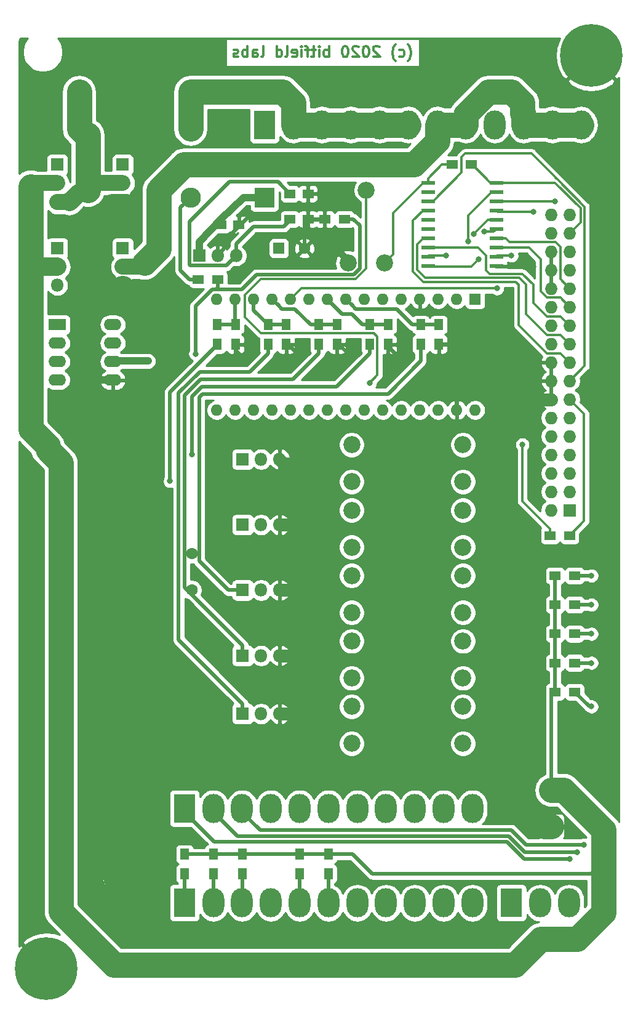
<source format=gbl>
G04 #@! TF.GenerationSoftware,KiCad,Pcbnew,5.1.5*
G04 #@! TF.CreationDate,2020-02-28T16:50:10+01:00*
G04 #@! TF.ProjectId,afterglow_gi_nano_ps,61667465-7267-46c6-9f77-5f67695f6e61,rev?*
G04 #@! TF.SameCoordinates,Original*
G04 #@! TF.FileFunction,Copper,L2,Bot*
G04 #@! TF.FilePolarity,Positive*
%FSLAX46Y46*%
G04 Gerber Fmt 4.6, Leading zero omitted, Abs format (unit mm)*
G04 Created by KiCad (PCBNEW 5.1.5) date 2020-02-28 16:50:10*
%MOMM*%
%LPD*%
G04 APERTURE LIST*
%ADD10C,0.300000*%
%ADD11C,1.600000*%
%ADD12R,1.600000X1.600000*%
%ADD13C,8.600000*%
%ADD14O,2.400000X1.600000*%
%ADD15R,2.400000X1.600000*%
%ADD16O,1.800000X1.800000*%
%ADD17R,1.800000X1.800000*%
%ADD18O,3.000000X4.000000*%
%ADD19R,3.000000X4.000000*%
%ADD20C,2.350000*%
%ADD21C,2.400000*%
%ADD22R,2.400000X2.400000*%
%ADD23C,2.340000*%
%ADD24R,1.950000X0.600000*%
%ADD25O,1.600000X1.600000*%
%ADD26R,1.500000X1.250000*%
%ADD27R,2.800000X2.800000*%
%ADD28O,2.800000X2.800000*%
%ADD29R,1.727200X1.727200*%
%ADD30O,1.727200X1.727200*%
%ADD31R,1.500000X1.300000*%
%ADD32R,1.300000X1.500000*%
%ADD33C,0.800000*%
%ADD34C,3.500000*%
%ADD35C,1.750000*%
%ADD36C,0.500000*%
%ADD37C,1.000000*%
%ADD38C,2.200000*%
%ADD39C,2.500000*%
%ADD40C,0.254000*%
G04 APERTURE END LIST*
D10*
X89750000Y-16250000D02*
X89821428Y-16178571D01*
X89964285Y-15964285D01*
X90035714Y-15821428D01*
X90107142Y-15607142D01*
X90178571Y-15250000D01*
X90178571Y-14964285D01*
X90107142Y-14607142D01*
X90035714Y-14392857D01*
X89964285Y-14250000D01*
X89821428Y-14035714D01*
X89750000Y-13964285D01*
X88535714Y-15607142D02*
X88678571Y-15678571D01*
X88964285Y-15678571D01*
X89107142Y-15607142D01*
X89178571Y-15535714D01*
X89250000Y-15392857D01*
X89250000Y-14964285D01*
X89178571Y-14821428D01*
X89107142Y-14750000D01*
X88964285Y-14678571D01*
X88678571Y-14678571D01*
X88535714Y-14750000D01*
X88035714Y-16250000D02*
X87964285Y-16178571D01*
X87821428Y-15964285D01*
X87750000Y-15821428D01*
X87678571Y-15607142D01*
X87607142Y-15250000D01*
X87607142Y-14964285D01*
X87678571Y-14607142D01*
X87750000Y-14392857D01*
X87821428Y-14250000D01*
X87964285Y-14035714D01*
X88035714Y-13964285D01*
X85821428Y-14321428D02*
X85750000Y-14250000D01*
X85607142Y-14178571D01*
X85250000Y-14178571D01*
X85107142Y-14250000D01*
X85035714Y-14321428D01*
X84964285Y-14464285D01*
X84964285Y-14607142D01*
X85035714Y-14821428D01*
X85892857Y-15678571D01*
X84964285Y-15678571D01*
X84035714Y-14178571D02*
X83892857Y-14178571D01*
X83750000Y-14250000D01*
X83678571Y-14321428D01*
X83607142Y-14464285D01*
X83535714Y-14750000D01*
X83535714Y-15107142D01*
X83607142Y-15392857D01*
X83678571Y-15535714D01*
X83750000Y-15607142D01*
X83892857Y-15678571D01*
X84035714Y-15678571D01*
X84178571Y-15607142D01*
X84250000Y-15535714D01*
X84321428Y-15392857D01*
X84392857Y-15107142D01*
X84392857Y-14750000D01*
X84321428Y-14464285D01*
X84250000Y-14321428D01*
X84178571Y-14250000D01*
X84035714Y-14178571D01*
X82964285Y-14321428D02*
X82892857Y-14250000D01*
X82750000Y-14178571D01*
X82392857Y-14178571D01*
X82250000Y-14250000D01*
X82178571Y-14321428D01*
X82107142Y-14464285D01*
X82107142Y-14607142D01*
X82178571Y-14821428D01*
X83035714Y-15678571D01*
X82107142Y-15678571D01*
X81178571Y-14178571D02*
X81035714Y-14178571D01*
X80892857Y-14250000D01*
X80821428Y-14321428D01*
X80750000Y-14464285D01*
X80678571Y-14750000D01*
X80678571Y-15107142D01*
X80750000Y-15392857D01*
X80821428Y-15535714D01*
X80892857Y-15607142D01*
X81035714Y-15678571D01*
X81178571Y-15678571D01*
X81321428Y-15607142D01*
X81392857Y-15535714D01*
X81464285Y-15392857D01*
X81535714Y-15107142D01*
X81535714Y-14750000D01*
X81464285Y-14464285D01*
X81392857Y-14321428D01*
X81321428Y-14250000D01*
X81178571Y-14178571D01*
X78892857Y-15678571D02*
X78892857Y-14178571D01*
X78892857Y-14750000D02*
X78750000Y-14678571D01*
X78464285Y-14678571D01*
X78321428Y-14750000D01*
X78250000Y-14821428D01*
X78178571Y-14964285D01*
X78178571Y-15392857D01*
X78250000Y-15535714D01*
X78321428Y-15607142D01*
X78464285Y-15678571D01*
X78750000Y-15678571D01*
X78892857Y-15607142D01*
X77535714Y-15678571D02*
X77535714Y-14678571D01*
X77535714Y-14178571D02*
X77607142Y-14250000D01*
X77535714Y-14321428D01*
X77464285Y-14250000D01*
X77535714Y-14178571D01*
X77535714Y-14321428D01*
X77035714Y-14678571D02*
X76464285Y-14678571D01*
X76821428Y-14178571D02*
X76821428Y-15464285D01*
X76750000Y-15607142D01*
X76607142Y-15678571D01*
X76464285Y-15678571D01*
X76178571Y-14678571D02*
X75607142Y-14678571D01*
X75964285Y-15678571D02*
X75964285Y-14392857D01*
X75892857Y-14250000D01*
X75750000Y-14178571D01*
X75607142Y-14178571D01*
X75107142Y-15678571D02*
X75107142Y-14678571D01*
X75107142Y-14178571D02*
X75178571Y-14250000D01*
X75107142Y-14321428D01*
X75035714Y-14250000D01*
X75107142Y-14178571D01*
X75107142Y-14321428D01*
X73821428Y-15607142D02*
X73964285Y-15678571D01*
X74250000Y-15678571D01*
X74392857Y-15607142D01*
X74464285Y-15464285D01*
X74464285Y-14892857D01*
X74392857Y-14750000D01*
X74250000Y-14678571D01*
X73964285Y-14678571D01*
X73821428Y-14750000D01*
X73750000Y-14892857D01*
X73750000Y-15035714D01*
X74464285Y-15178571D01*
X72892857Y-15678571D02*
X73035714Y-15607142D01*
X73107142Y-15464285D01*
X73107142Y-14178571D01*
X71678571Y-15678571D02*
X71678571Y-14178571D01*
X71678571Y-15607142D02*
X71821428Y-15678571D01*
X72107142Y-15678571D01*
X72250000Y-15607142D01*
X72321428Y-15535714D01*
X72392857Y-15392857D01*
X72392857Y-14964285D01*
X72321428Y-14821428D01*
X72250000Y-14750000D01*
X72107142Y-14678571D01*
X71821428Y-14678571D01*
X71678571Y-14750000D01*
X69607142Y-15678571D02*
X69750000Y-15607142D01*
X69821428Y-15464285D01*
X69821428Y-14178571D01*
X68392857Y-15678571D02*
X68392857Y-14892857D01*
X68464285Y-14750000D01*
X68607142Y-14678571D01*
X68892857Y-14678571D01*
X69035714Y-14750000D01*
X68392857Y-15607142D02*
X68535714Y-15678571D01*
X68892857Y-15678571D01*
X69035714Y-15607142D01*
X69107142Y-15464285D01*
X69107142Y-15321428D01*
X69035714Y-15178571D01*
X68892857Y-15107142D01*
X68535714Y-15107142D01*
X68392857Y-15035714D01*
X67678571Y-15678571D02*
X67678571Y-14178571D01*
X67678571Y-14750000D02*
X67535714Y-14678571D01*
X67250000Y-14678571D01*
X67107142Y-14750000D01*
X67035714Y-14821428D01*
X66964285Y-14964285D01*
X66964285Y-15392857D01*
X67035714Y-15535714D01*
X67107142Y-15607142D01*
X67250000Y-15678571D01*
X67535714Y-15678571D01*
X67678571Y-15607142D01*
X66392857Y-15607142D02*
X66250000Y-15678571D01*
X65964285Y-15678571D01*
X65821428Y-15607142D01*
X65750000Y-15464285D01*
X65750000Y-15392857D01*
X65821428Y-15250000D01*
X65964285Y-15178571D01*
X66178571Y-15178571D01*
X66321428Y-15107142D01*
X66392857Y-14964285D01*
X66392857Y-14892857D01*
X66321428Y-14750000D01*
X66178571Y-14678571D01*
X65964285Y-14678571D01*
X65821428Y-14750000D01*
D11*
X75500000Y-42000000D03*
D12*
X72000000Y-42000000D03*
D13*
X115000000Y-15500000D03*
X40000000Y-141000000D03*
D11*
X60000000Y-84000000D03*
X60000000Y-89000000D03*
D14*
X49120000Y-52500000D03*
X41500000Y-60120000D03*
X49120000Y-55040000D03*
X41500000Y-57580000D03*
X49120000Y-57580000D03*
X41500000Y-55040000D03*
X49120000Y-60120000D03*
D15*
X41500000Y-52500000D03*
D16*
X50500000Y-35580000D03*
X50500000Y-33040000D03*
D17*
X50500000Y-30500000D03*
D16*
X41500000Y-35580000D03*
X41500000Y-33040000D03*
D17*
X41500000Y-30500000D03*
X50500000Y-42000000D03*
D16*
X50500000Y-44540000D03*
X50500000Y-47080000D03*
X41500000Y-47080000D03*
X41500000Y-44540000D03*
D17*
X41500000Y-42000000D03*
D18*
X113580000Y-25000000D03*
D19*
X70000000Y-25000000D03*
D18*
X73962400Y-25000000D03*
X77924800Y-25000000D03*
X81887200Y-25000000D03*
X85849600Y-25000000D03*
X89812000Y-25000000D03*
X93774400Y-25000000D03*
X97736800Y-25000000D03*
X101699200Y-25000000D03*
X105661600Y-25000000D03*
X109621600Y-25000000D03*
D20*
X44500000Y-25580000D03*
X44500000Y-20500000D03*
X59820000Y-25580000D03*
X59820000Y-20500000D03*
D21*
X49500000Y-128500000D03*
D22*
X42000000Y-128500000D03*
D21*
X49500000Y-71500000D03*
D22*
X42000000Y-71500000D03*
D21*
X49500000Y-90500000D03*
D22*
X42000000Y-90500000D03*
D21*
X49500000Y-109500000D03*
D22*
X42000000Y-109500000D03*
D23*
X81500000Y-44000000D03*
X84000000Y-34000000D03*
X86500000Y-44000000D03*
D22*
X109500000Y-121500000D03*
D21*
X109500000Y-116500000D03*
D24*
X101900000Y-33000000D03*
X101900000Y-34270000D03*
X101900000Y-35540000D03*
X101900000Y-36810000D03*
X101900000Y-38080000D03*
X101900000Y-39350000D03*
X101900000Y-40620000D03*
X101900000Y-41890000D03*
X101900000Y-43160000D03*
X101900000Y-44430000D03*
X92500000Y-44430000D03*
X92500000Y-43160000D03*
X92500000Y-41890000D03*
X92500000Y-40620000D03*
X92500000Y-39350000D03*
X92500000Y-38080000D03*
X92500000Y-36810000D03*
X92500000Y-35540000D03*
X92500000Y-34270000D03*
X92500000Y-33000000D03*
D12*
X99000000Y-49000000D03*
D25*
X65980000Y-64240000D03*
X96460000Y-49000000D03*
X68520000Y-64240000D03*
X93920000Y-49000000D03*
X71060000Y-64240000D03*
X91380000Y-49000000D03*
X73600000Y-64240000D03*
X88840000Y-49000000D03*
X76140000Y-64240000D03*
X86300000Y-49000000D03*
X78680000Y-64240000D03*
X83760000Y-49000000D03*
X81220000Y-64240000D03*
X81220000Y-49000000D03*
X83760000Y-64240000D03*
X78680000Y-49000000D03*
X86300000Y-64240000D03*
X76140000Y-49000000D03*
X88840000Y-64240000D03*
X73600000Y-49000000D03*
X91380000Y-64240000D03*
X71060000Y-49000000D03*
X93920000Y-64240000D03*
X68520000Y-49000000D03*
X96460000Y-64240000D03*
X65980000Y-49000000D03*
X99000000Y-64240000D03*
X63440000Y-49000000D03*
X63440000Y-64240000D03*
D26*
X76000000Y-34500000D03*
X73500000Y-34500000D03*
X64000000Y-38750000D03*
X66500000Y-38750000D03*
X76000000Y-38000000D03*
X73500000Y-38000000D03*
D27*
X70000000Y-35000000D03*
D28*
X59840000Y-35000000D03*
D20*
X97320000Y-69000000D03*
X97320000Y-74080000D03*
X82000000Y-69000000D03*
X82000000Y-74080000D03*
X82000000Y-83080000D03*
X82000000Y-78000000D03*
X97320000Y-83080000D03*
X97320000Y-78000000D03*
X97320000Y-87000000D03*
X97320000Y-92080000D03*
X82000000Y-87000000D03*
X82000000Y-92080000D03*
X82000000Y-101080000D03*
X82000000Y-96000000D03*
X97320000Y-101080000D03*
X97320000Y-96000000D03*
X97320000Y-105000000D03*
X97320000Y-110080000D03*
X82000000Y-105000000D03*
X82000000Y-110080000D03*
D29*
X112000000Y-78000000D03*
D30*
X109460000Y-78000000D03*
X112000000Y-75460000D03*
X109460000Y-75460000D03*
X112000000Y-72920000D03*
X109460000Y-72920000D03*
X112000000Y-70380000D03*
X109460000Y-70380000D03*
X112000000Y-67840000D03*
X109460000Y-67840000D03*
X112000000Y-65300000D03*
X109460000Y-65300000D03*
X112000000Y-62760000D03*
X109460000Y-62760000D03*
X112000000Y-60220000D03*
X109460000Y-60220000D03*
X112000000Y-57680000D03*
X109460000Y-57680000D03*
X112000000Y-55140000D03*
X109460000Y-55140000D03*
X112000000Y-52600000D03*
X109460000Y-52600000D03*
X112000000Y-50060000D03*
X109460000Y-50060000D03*
X112000000Y-47520000D03*
X109460000Y-47520000D03*
X112000000Y-44980000D03*
X109460000Y-44980000D03*
X112000000Y-42440000D03*
X109460000Y-42440000D03*
X112000000Y-39900000D03*
X109460000Y-39900000D03*
X112000000Y-37360000D03*
X109460000Y-37360000D03*
D18*
X98621600Y-132000000D03*
X94661600Y-132000000D03*
X90699200Y-132000000D03*
X86736800Y-132000000D03*
X82774400Y-132000000D03*
X78812000Y-132000000D03*
X74849600Y-132000000D03*
X70887200Y-132000000D03*
X66924800Y-132000000D03*
X62962400Y-132000000D03*
D19*
X59000000Y-132000000D03*
X59000000Y-119000000D03*
D18*
X62962400Y-119000000D03*
X66924800Y-119000000D03*
X70887200Y-119000000D03*
X74849600Y-119000000D03*
X78812000Y-119000000D03*
X82774400Y-119000000D03*
X86736800Y-119000000D03*
X90699200Y-119000000D03*
X94661600Y-119000000D03*
X98621600Y-119000000D03*
D19*
X104000000Y-132000000D03*
D18*
X107962400Y-132000000D03*
X111924800Y-132000000D03*
D16*
X72080000Y-89000000D03*
X69540000Y-89000000D03*
D17*
X67000000Y-89000000D03*
X67000000Y-98000000D03*
D16*
X69540000Y-98000000D03*
X72080000Y-98000000D03*
X72080000Y-106000000D03*
X69540000Y-106000000D03*
D17*
X67000000Y-106000000D03*
X67000000Y-80000000D03*
D16*
X69540000Y-80000000D03*
X72080000Y-80000000D03*
X72080000Y-71000000D03*
X69540000Y-71000000D03*
D17*
X67000000Y-71000000D03*
D31*
X98500000Y-30500000D03*
X95800000Y-30500000D03*
X112000000Y-81500000D03*
X109300000Y-81500000D03*
D32*
X59000000Y-128000000D03*
X59000000Y-125300000D03*
X91500000Y-52500000D03*
X91500000Y-55200000D03*
X94000000Y-55200000D03*
X94000000Y-52500000D03*
X63000000Y-125300000D03*
X63000000Y-128000000D03*
X77500000Y-52500000D03*
X77500000Y-55200000D03*
X80000000Y-52500000D03*
X80000000Y-55200000D03*
X67000000Y-125300000D03*
X67000000Y-128000000D03*
X70500000Y-52500000D03*
X70500000Y-55200000D03*
X73000000Y-55200000D03*
X73000000Y-52500000D03*
X74800000Y-125300000D03*
X74800000Y-128000000D03*
X63500000Y-52500000D03*
X63500000Y-55200000D03*
X66000000Y-55200000D03*
X66000000Y-52500000D03*
X78800000Y-125300000D03*
X78800000Y-128000000D03*
X84500000Y-52500000D03*
X84500000Y-55200000D03*
X87000000Y-55200000D03*
X87000000Y-52500000D03*
D31*
X112700000Y-87000000D03*
X110000000Y-87000000D03*
X110000000Y-91000000D03*
X112700000Y-91000000D03*
X110000000Y-95000000D03*
X112700000Y-95000000D03*
X110000000Y-99000000D03*
X112700000Y-99000000D03*
X110000000Y-103000000D03*
X112700000Y-103000000D03*
X63600000Y-46250000D03*
X60900000Y-46250000D03*
X81000000Y-38000000D03*
X78300000Y-38000000D03*
D17*
X61000000Y-43000000D03*
D16*
X63540000Y-43000000D03*
X66080000Y-43000000D03*
D33*
X67000000Y-57000000D03*
X75000000Y-57000000D03*
X82000000Y-57000000D03*
X88500000Y-57000000D03*
X107000000Y-44500000D03*
X81500000Y-44000000D03*
X105500000Y-69000000D03*
X54000000Y-57500000D03*
X115000000Y-87000000D03*
X112000000Y-126000000D03*
X115000000Y-91000000D03*
X113000000Y-125000000D03*
X114000000Y-124000000D03*
X115000000Y-95000000D03*
X115000000Y-99000000D03*
X115000000Y-105000000D03*
X99500000Y-43500000D03*
X107000000Y-37000000D03*
X110000000Y-35500000D03*
X57000000Y-74000000D03*
X60050000Y-70377199D03*
X60500000Y-56500000D03*
X84500000Y-60500000D03*
X98000000Y-41000000D03*
X95000000Y-43000000D03*
X98800000Y-40000000D03*
X100215686Y-39715686D03*
X102000000Y-47500000D03*
X104000000Y-43000000D03*
D34*
X79000000Y-114000000D02*
X77000000Y-112000000D01*
D35*
X72080000Y-89000000D02*
X77000000Y-89000000D01*
D34*
X77000000Y-89000000D02*
X77000000Y-81000000D01*
D35*
X76000000Y-98000000D02*
X77000000Y-99000000D01*
X72080000Y-98000000D02*
X76000000Y-98000000D01*
D34*
X77000000Y-99000000D02*
X77000000Y-89000000D01*
D35*
X72080000Y-106000000D02*
X77000000Y-106000000D01*
D34*
X77000000Y-112000000D02*
X77000000Y-106000000D01*
X77000000Y-106000000D02*
X77000000Y-99000000D01*
D35*
X76000000Y-80000000D02*
X77000000Y-81000000D01*
X77000000Y-75920000D02*
X77000000Y-81000000D01*
X72080000Y-71000000D02*
X77000000Y-75920000D01*
X72080000Y-80000000D02*
X76000000Y-80000000D01*
X108238686Y-62760000D02*
X109460000Y-62760000D01*
X101300000Y-69698686D02*
X108238686Y-62760000D01*
X101300000Y-114000000D02*
X101300000Y-69698686D01*
D34*
X101300000Y-114000000D02*
X79000000Y-114000000D01*
X108500000Y-121500000D02*
X109500000Y-121500000D01*
X101300000Y-114300000D02*
X108500000Y-121500000D01*
D36*
X95150000Y-55200000D02*
X94000000Y-55200000D01*
X66000000Y-55200000D02*
X66000000Y-56000000D01*
X66000000Y-56000000D02*
X67000000Y-57000000D01*
X73000000Y-55200000D02*
X73200000Y-55200000D01*
X73200000Y-55200000D02*
X75000000Y-57000000D01*
X80000000Y-55200000D02*
X80200000Y-55200000D01*
X80200000Y-55200000D02*
X82000000Y-57000000D01*
X87000000Y-55200000D02*
X87000000Y-55500000D01*
X87000000Y-55500000D02*
X88500000Y-57000000D01*
D10*
X101900000Y-44430000D02*
X106930000Y-44430000D01*
X106930000Y-44430000D02*
X107000000Y-44500000D01*
X91380000Y-50131370D02*
X92248630Y-51000000D01*
X91380000Y-49000000D02*
X91380000Y-50131370D01*
X92248630Y-51000000D02*
X95500000Y-51000000D01*
X96460000Y-51960000D02*
X96460000Y-57000000D01*
X95500000Y-51000000D02*
X96460000Y-51960000D01*
D36*
X96460000Y-64240000D02*
X96460000Y-57000000D01*
X96460000Y-57000000D02*
X96460000Y-56510000D01*
D10*
X97630000Y-57680000D02*
X96000000Y-56050000D01*
X109460000Y-57680000D02*
X97630000Y-57680000D01*
D36*
X96460000Y-56510000D02*
X96000000Y-56050000D01*
X96000000Y-56050000D02*
X95150000Y-55200000D01*
X64439999Y-42100001D02*
X64439999Y-41060001D01*
X63540000Y-43000000D02*
X64439999Y-42100001D01*
X71634998Y-37500000D02*
X72000000Y-37134998D01*
X68000000Y-37500000D02*
X71634998Y-37500000D01*
X72000000Y-37134998D02*
X72000000Y-37000000D01*
X76000000Y-36875000D02*
X75625000Y-36500000D01*
X76000000Y-38000000D02*
X76000000Y-36875000D01*
X72500000Y-36500000D02*
X72000000Y-37000000D01*
X75625000Y-36500000D02*
X72500000Y-36500000D01*
D34*
X79000000Y-114000000D02*
X56000000Y-114000000D01*
X51500000Y-109500000D02*
X49500000Y-109500000D01*
X56000000Y-114000000D02*
X51500000Y-109500000D01*
X49500000Y-128500000D02*
X49500000Y-71500000D01*
X49500000Y-71500000D02*
X45150010Y-67150010D01*
X50000000Y-48000000D02*
X50500000Y-47500000D01*
X45000000Y-48000000D02*
X50000000Y-48000000D01*
X45000000Y-48000000D02*
X45000000Y-42000000D01*
X45000000Y-42000000D02*
X49000000Y-38000000D01*
X49000000Y-37080000D02*
X49839442Y-36240558D01*
X49000000Y-38000000D02*
X49000000Y-37080000D01*
X49098884Y-36240558D02*
X51000000Y-36240558D01*
X45150010Y-67150010D02*
X45152328Y-59977977D01*
D37*
X45294351Y-60120000D02*
X45152328Y-59977977D01*
X49120000Y-60120000D02*
X45294351Y-60120000D01*
D34*
X45152328Y-59977977D02*
X45000000Y-48000000D01*
D36*
X75500000Y-38500000D02*
X76000000Y-38000000D01*
X75500000Y-42000000D02*
X75500000Y-38500000D01*
X76500000Y-41000000D02*
X75500000Y-42000000D01*
X78000000Y-41000000D02*
X76500000Y-41000000D01*
X81500000Y-43375000D02*
X81500000Y-44000000D01*
X79125000Y-41000000D02*
X81500000Y-43375000D01*
X78000000Y-41000000D02*
X79125000Y-41000000D01*
X76000000Y-34500000D02*
X76000000Y-36875000D01*
X78300000Y-38000000D02*
X76000000Y-38000000D01*
X66500000Y-38750000D02*
X66500000Y-39000000D01*
X64439999Y-41060001D02*
X66500000Y-39000000D01*
X66500000Y-39000000D02*
X68000000Y-37500000D01*
X66080000Y-41420000D02*
X66080000Y-43000000D01*
X68500000Y-39000000D02*
X66080000Y-41420000D01*
X72625000Y-39000000D02*
X68500000Y-39000000D01*
X73500000Y-38125000D02*
X72625000Y-39000000D01*
D10*
X87669999Y-37155001D02*
X91825000Y-33000000D01*
X87669999Y-42830001D02*
X87669999Y-37155001D01*
X91825000Y-33000000D02*
X92500000Y-33000000D01*
X86500000Y-44000000D02*
X87669999Y-42830001D01*
X94750000Y-30500000D02*
X95800000Y-30500000D01*
X94400000Y-30500000D02*
X94750000Y-30500000D01*
X92500000Y-32400000D02*
X94400000Y-30500000D01*
X92500000Y-33000000D02*
X92500000Y-32400000D01*
X105500000Y-76750000D02*
X105500000Y-69000000D01*
X109300000Y-81500000D02*
X109300000Y-80550000D01*
X109300000Y-80550000D02*
X105500000Y-76750000D01*
D36*
X64729999Y-44350001D02*
X65180001Y-43899999D01*
X59739999Y-44350001D02*
X64729999Y-44350001D01*
X59649999Y-38350001D02*
X59649999Y-44260001D01*
X65150001Y-32849999D02*
X59649999Y-38350001D01*
X65180001Y-43899999D02*
X66080000Y-43000000D01*
X71849999Y-32849999D02*
X65150001Y-32849999D01*
X59649999Y-44260001D02*
X59739999Y-44350001D01*
X73500000Y-34500000D02*
X71849999Y-32849999D01*
X82150000Y-125300000D02*
X84850000Y-128000000D01*
X81000000Y-125300000D02*
X82150000Y-125300000D01*
X84850000Y-128000000D02*
X115000000Y-128000000D01*
X115000000Y-128000000D02*
X116000000Y-127000000D01*
X116000000Y-123000000D02*
X109500000Y-116500000D01*
X116000000Y-127000000D02*
X116000000Y-123000000D01*
X60150000Y-125300000D02*
X61400000Y-125300000D01*
X59000000Y-125300000D02*
X60150000Y-125300000D01*
X61000000Y-125300000D02*
X61400000Y-125300000D01*
X61400000Y-125300000D02*
X81000000Y-125300000D01*
X110000000Y-87000000D02*
X110000000Y-99000000D01*
X110000000Y-99000000D02*
X110000000Y-103000000D01*
X109500000Y-103500000D02*
X110000000Y-103000000D01*
X109500000Y-116500000D02*
X109500000Y-103500000D01*
D34*
X42000000Y-128500000D02*
X42000000Y-71500000D01*
X42000000Y-133200000D02*
X42000000Y-128500000D01*
X47300000Y-138500000D02*
X42000000Y-133200000D01*
X111197056Y-116500000D02*
X116674810Y-121977754D01*
X109500000Y-116500000D02*
X111197056Y-116500000D01*
X116674810Y-121977754D02*
X116674810Y-133325190D01*
X116674810Y-133325190D02*
X113000000Y-137000000D01*
X113000000Y-137000000D02*
X108000000Y-137000000D01*
X108000000Y-137000000D02*
X104500000Y-140500000D01*
X49300000Y-140500000D02*
X42000000Y-133200000D01*
X104500000Y-140500000D02*
X49300000Y-140500000D01*
X40175019Y-69175019D02*
X37825010Y-66825010D01*
X42000000Y-71500000D02*
X40175019Y-69675019D01*
X40175019Y-69675019D02*
X40175019Y-69175019D01*
X37825010Y-66825010D02*
X37825010Y-47500000D01*
X37825010Y-47500000D02*
X37825010Y-35000000D01*
X37825010Y-35000000D02*
X37825010Y-33500000D01*
D35*
X38285010Y-33040000D02*
X37825010Y-33500000D01*
D38*
X41500000Y-33040000D02*
X38285010Y-33040000D01*
D39*
X41500000Y-44540000D02*
X37825010Y-44540000D01*
D37*
X49200000Y-57500000D02*
X49120000Y-57580000D01*
X54000000Y-57500000D02*
X49200000Y-57500000D01*
D36*
X58440001Y-36399999D02*
X59840000Y-35000000D01*
X58440001Y-45040001D02*
X58440001Y-36399999D01*
X59650000Y-46250000D02*
X58440001Y-45040001D01*
X60900000Y-46250000D02*
X59650000Y-46250000D01*
X115000000Y-87000000D02*
X112700000Y-87000000D01*
X59000000Y-119500000D02*
X63100020Y-123600020D01*
X59000000Y-119000000D02*
X59000000Y-119500000D01*
X103337252Y-123600020D02*
X105737232Y-126000000D01*
X63100020Y-123600020D02*
X103337252Y-123600020D01*
X105737232Y-126000000D02*
X112000000Y-126000000D01*
X59000000Y-128000000D02*
X59000000Y-132000000D01*
X112700000Y-91000000D02*
X115000000Y-91000000D01*
X105868616Y-125000000D02*
X113000000Y-125000000D01*
X103668626Y-122800010D02*
X105868616Y-125000000D01*
X66262410Y-122800010D02*
X103668626Y-122800010D01*
X62962400Y-119000000D02*
X62962400Y-119500000D01*
X62962400Y-119500000D02*
X66262410Y-122800010D01*
X63000000Y-131962400D02*
X62962400Y-132000000D01*
X63000000Y-128000000D02*
X63000000Y-131962400D01*
X66924800Y-119500000D02*
X69424800Y-122000000D01*
X66924800Y-119000000D02*
X66924800Y-119500000D01*
X69424800Y-122000000D02*
X104000000Y-122000000D01*
X104000000Y-122000000D02*
X106000000Y-124000000D01*
X110252705Y-124000000D02*
X114000000Y-124000000D01*
X106000000Y-124000000D02*
X110252705Y-124000000D01*
X67000000Y-131924800D02*
X66924800Y-132000000D01*
X67000000Y-128000000D02*
X67000000Y-131924800D01*
X115000000Y-95000000D02*
X112700000Y-95000000D01*
X74800000Y-131950400D02*
X74849600Y-132000000D01*
X74800000Y-128000000D02*
X74800000Y-131950400D01*
X112700000Y-99000000D02*
X115000000Y-99000000D01*
X78800000Y-131988000D02*
X78812000Y-132000000D01*
X78800000Y-128000000D02*
X78800000Y-131988000D01*
X114700000Y-105000000D02*
X112700000Y-103000000D01*
X115000000Y-105000000D02*
X114700000Y-105000000D01*
D10*
X92570000Y-44500000D02*
X92500000Y-44430000D01*
X97000000Y-44500000D02*
X92570000Y-44500000D01*
X97000000Y-44500000D02*
X98500000Y-44500000D01*
X98500000Y-44500000D02*
X99500000Y-43500000D01*
X114000000Y-79500000D02*
X112000000Y-81500000D01*
X112000000Y-62760000D02*
X114000000Y-64760000D01*
X114000000Y-64760000D02*
X114000000Y-79500000D01*
X114050010Y-58169990D02*
X114050010Y-36272179D01*
X112000000Y-60220000D02*
X114050010Y-58169990D01*
X106727830Y-28949999D02*
X110277831Y-32500000D01*
X97629999Y-28949999D02*
X106727830Y-28949999D01*
X97150001Y-29429997D02*
X97629999Y-28949999D01*
X97150001Y-31564999D02*
X97150001Y-29429997D01*
X93175000Y-35540000D02*
X97150001Y-31564999D01*
X92500000Y-35540000D02*
X93175000Y-35540000D01*
X110277831Y-32500000D02*
X110077830Y-32299999D01*
X114050010Y-36272179D02*
X110277831Y-32500000D01*
X90449990Y-45152823D02*
X90449990Y-38185010D01*
X91897187Y-46600020D02*
X90449990Y-45152823D01*
X90449990Y-38185010D02*
X91825000Y-36810000D01*
X110736399Y-56416399D02*
X108866269Y-56416399D01*
X91825000Y-36810000D02*
X92500000Y-36810000D01*
X108866269Y-56416399D02*
X105000000Y-52550130D01*
X105000000Y-52550130D02*
X105000000Y-47000000D01*
X112000000Y-57680000D02*
X110736399Y-56416399D01*
X105000000Y-47000000D02*
X104600020Y-46600020D01*
X104600020Y-46600020D02*
X91897187Y-46600020D01*
X91825000Y-40620000D02*
X92500000Y-40620000D01*
X91000000Y-41445000D02*
X91825000Y-40620000D01*
X91000000Y-44925002D02*
X91000000Y-41445000D01*
X112000000Y-55140000D02*
X110736399Y-53876399D01*
X110736399Y-53876399D02*
X108866269Y-53876399D01*
X108866269Y-53876399D02*
X106000000Y-51010130D01*
X105050010Y-46050010D02*
X92125008Y-46050010D01*
X92125008Y-46050010D02*
X91000000Y-44925002D01*
X106000000Y-51010130D02*
X106000000Y-47000000D01*
X106000000Y-47000000D02*
X105050010Y-46050010D01*
X110736399Y-51336399D02*
X112000000Y-52600000D01*
X108866269Y-51336399D02*
X110736399Y-51336399D01*
X105500000Y-45500000D02*
X107000000Y-47000000D01*
X107000000Y-49470130D02*
X108866269Y-51336399D01*
X107000000Y-47000000D02*
X107000000Y-49470130D01*
X100500000Y-43000000D02*
X100500000Y-45000000D01*
X99390000Y-41890000D02*
X100500000Y-43000000D01*
X100500000Y-45000000D02*
X101000000Y-45500000D01*
X92500000Y-41890000D02*
X99390000Y-41890000D01*
X101000000Y-45500000D02*
X105500000Y-45500000D01*
X110723601Y-48783601D02*
X112000000Y-50060000D01*
X108853471Y-48783601D02*
X110723601Y-48783601D01*
X108000000Y-47930130D02*
X108853471Y-48783601D01*
X108000000Y-43500000D02*
X108000000Y-47930130D01*
X101900000Y-41890000D02*
X106390000Y-41890000D01*
X106390000Y-41890000D02*
X108000000Y-43500000D01*
X103718601Y-41163601D02*
X103175000Y-40620000D01*
X103175000Y-40620000D02*
X101900000Y-40620000D01*
X110053731Y-41163601D02*
X103718601Y-41163601D01*
X110723601Y-41833471D02*
X110053731Y-41163601D01*
X110723601Y-46243601D02*
X110723601Y-41833471D01*
X112000000Y-47520000D02*
X110723601Y-46243601D01*
X102090000Y-37000000D02*
X101900000Y-36810000D01*
X107000000Y-37000000D02*
X102090000Y-37000000D01*
X101900000Y-35540000D02*
X109960000Y-35540000D01*
X109960000Y-35540000D02*
X110000000Y-35500000D01*
X113500000Y-38400000D02*
X113500000Y-36500000D01*
X112000000Y-39900000D02*
X113500000Y-38400000D01*
X110000000Y-33000000D02*
X101900000Y-33000000D01*
X113500000Y-36500000D02*
X110000000Y-33000000D01*
X101100000Y-33000000D02*
X101900000Y-33000000D01*
X98600000Y-30500000D02*
X101100000Y-33000000D01*
X98500000Y-30500000D02*
X98600000Y-30500000D01*
D36*
X65000000Y-89000000D02*
X67000000Y-89000000D01*
X91500000Y-55200000D02*
X91500000Y-57500000D01*
X61500000Y-62000000D02*
X61000000Y-62500000D01*
X91500000Y-57500000D02*
X87000000Y-62000000D01*
X87000000Y-62000000D02*
X61500000Y-62000000D01*
X61000000Y-62500000D02*
X61000000Y-85000000D01*
X61000000Y-85000000D02*
X65000000Y-89000000D01*
X77500000Y-56450000D02*
X73950000Y-60000000D01*
X77500000Y-55200000D02*
X77500000Y-56450000D01*
X61237232Y-60000000D02*
X59000000Y-62237232D01*
X73950000Y-60000000D02*
X61237232Y-60000000D01*
X67000000Y-96600000D02*
X67000000Y-98000000D01*
X59000000Y-88600000D02*
X67000000Y-96600000D01*
X59000000Y-62237232D02*
X59000000Y-88600000D01*
X70500000Y-56450000D02*
X67950000Y-59000000D01*
X70500000Y-55200000D02*
X70500000Y-56450000D01*
X67000000Y-104600000D02*
X67000000Y-106000000D01*
X58199990Y-95799990D02*
X67000000Y-104600000D01*
X61105848Y-59000000D02*
X58199990Y-61905858D01*
X58199990Y-61905858D02*
X58199990Y-95799990D01*
X67950000Y-59000000D02*
X61105848Y-59000000D01*
X63500000Y-55300000D02*
X57000000Y-61800000D01*
X63500000Y-55200000D02*
X63500000Y-55300000D01*
X57000000Y-61800000D02*
X57000000Y-74000000D01*
X84500000Y-56450000D02*
X79950000Y-61000000D01*
X60000000Y-68450000D02*
X60050000Y-68500000D01*
X60000000Y-62368616D02*
X60000000Y-65500000D01*
X79950000Y-61000000D02*
X61368616Y-61000000D01*
X61368616Y-61000000D02*
X60000000Y-62368616D01*
X84500000Y-55200000D02*
X84500000Y-56450000D01*
X60050000Y-68050000D02*
X60000000Y-68000000D01*
X60050000Y-70377199D02*
X60050000Y-68050000D01*
X60000000Y-65500000D02*
X60000000Y-68000000D01*
X60000000Y-68000000D02*
X60000000Y-68450000D01*
X88200001Y-50350001D02*
X82570001Y-50350001D01*
X82019999Y-49799999D02*
X81220000Y-49000000D01*
X90350000Y-52500000D02*
X88200001Y-50350001D01*
X82570001Y-50350001D02*
X82019999Y-49799999D01*
X91500000Y-52500000D02*
X90350000Y-52500000D01*
X91500000Y-52500000D02*
X94000000Y-52500000D01*
X71859999Y-49799999D02*
X71060000Y-49000000D01*
X74200001Y-50350001D02*
X72410001Y-50350001D01*
X72410001Y-50350001D02*
X71859999Y-49799999D01*
X76350000Y-52500000D02*
X74200001Y-50350001D01*
X77500000Y-52500000D02*
X76350000Y-52500000D01*
X77500000Y-52500000D02*
X80000000Y-52500000D01*
X70500000Y-52500000D02*
X73000000Y-52500000D01*
X68520000Y-50520000D02*
X70500000Y-52500000D01*
X68520000Y-49000000D02*
X68520000Y-50520000D01*
X66000000Y-52500000D02*
X63500000Y-52500000D01*
X65980000Y-52480000D02*
X66000000Y-52500000D01*
X65980000Y-49000000D02*
X65980000Y-52480000D01*
X82000000Y-51000000D02*
X80680000Y-51000000D01*
X80680000Y-51000000D02*
X78680000Y-49000000D01*
X84500000Y-52500000D02*
X83500000Y-52500000D01*
X83500000Y-52500000D02*
X82000000Y-51000000D01*
X84500000Y-52500000D02*
X87000000Y-52500000D01*
X60500000Y-49941998D02*
X60500000Y-56500000D01*
X62791999Y-47649999D02*
X60500000Y-49941998D01*
X66900001Y-47649999D02*
X62791999Y-47649999D01*
X68929999Y-45620001D02*
X66900001Y-47649999D01*
X82250000Y-38000000D02*
X83120001Y-38870001D01*
X83120001Y-38870001D02*
X83120001Y-44777601D01*
X81000000Y-38000000D02*
X82250000Y-38000000D01*
X83120001Y-44777601D02*
X82277601Y-45620001D01*
X82277601Y-45620001D02*
X68929999Y-45620001D01*
X63350001Y-47649999D02*
X62791999Y-47649999D01*
X63600000Y-47400000D02*
X63350001Y-47649999D01*
X63600000Y-46250000D02*
X63600000Y-47400000D01*
D10*
X85550001Y-59449999D02*
X84500000Y-60500000D01*
X85550001Y-54129999D02*
X85550001Y-59449999D01*
X69529999Y-53650001D02*
X85070003Y-53650001D01*
X67319999Y-51440001D02*
X69529999Y-53650001D01*
X84000000Y-44746144D02*
X82526134Y-46220010D01*
X84000000Y-34000000D02*
X84000000Y-44746144D01*
X69523987Y-46220011D02*
X67319999Y-48423999D01*
X85070003Y-53650001D02*
X85550001Y-54129999D01*
X82526134Y-46220010D02*
X69523987Y-46220011D01*
X67319999Y-48423999D02*
X67319999Y-51440001D01*
X98000000Y-37495000D02*
X98000000Y-41000000D01*
X101900000Y-34270000D02*
X101225000Y-34270000D01*
X101225000Y-34270000D02*
X98000000Y-37495000D01*
X92660000Y-43000000D02*
X92500000Y-43160000D01*
X95000000Y-43000000D02*
X92660000Y-43000000D01*
X100720000Y-38080000D02*
X101900000Y-38080000D01*
X98800000Y-40000000D02*
X100720000Y-38080000D01*
X101534314Y-39715686D02*
X101900000Y-39350000D01*
X100215686Y-39715686D02*
X101534314Y-39715686D01*
X73600000Y-49000000D02*
X75100000Y-47500000D01*
X75100000Y-47500000D02*
X102000000Y-47500000D01*
X102060000Y-43000000D02*
X101900000Y-43160000D01*
X104000000Y-43000000D02*
X102060000Y-43000000D01*
D37*
X67600000Y-35000000D02*
X70000000Y-35000000D01*
X67100000Y-35000000D02*
X67600000Y-35000000D01*
X61000000Y-43000000D02*
X61000000Y-41100000D01*
D36*
X64000000Y-37625000D02*
X64000000Y-38000000D01*
D37*
X61000000Y-41100000D02*
X64000000Y-38000000D01*
D36*
X64000000Y-38750000D02*
X64000000Y-37625000D01*
D37*
X64000000Y-38000000D02*
X67100000Y-35000000D01*
D34*
X44500000Y-20500000D02*
X44500000Y-25580000D01*
X45674999Y-26429998D02*
X45674999Y-34000000D01*
X44500000Y-25580000D02*
X45674999Y-26754999D01*
D38*
X42587314Y-35665010D02*
X41500000Y-35665010D01*
D35*
X45674999Y-34325001D02*
X43927323Y-34325001D01*
D39*
X44500000Y-34325001D02*
X43159991Y-35665010D01*
D35*
X46960000Y-33040000D02*
X45674999Y-34325001D01*
D38*
X50500000Y-33040000D02*
X46960000Y-33040000D01*
D34*
X89812000Y-25000000D02*
X73962400Y-25000000D01*
X61481700Y-20500000D02*
X59820000Y-20500000D01*
X72510002Y-20500000D02*
X61481700Y-20500000D01*
X73962400Y-21952398D02*
X72510002Y-20500000D01*
X73962400Y-25000000D02*
X73962400Y-21952398D01*
X59820000Y-20500000D02*
X59820000Y-25580000D01*
X113580000Y-25000000D02*
X105661600Y-25000000D01*
X105661600Y-23583350D02*
X105500000Y-23421750D01*
X105661600Y-25000000D02*
X105661600Y-23583350D01*
X105500000Y-23421750D02*
X105500000Y-22000000D01*
X105500000Y-22000000D02*
X104000000Y-20500000D01*
X97736800Y-23583350D02*
X97736800Y-25000000D01*
X100820150Y-20500000D02*
X97736800Y-23583350D01*
X104000000Y-20500000D02*
X100820150Y-20500000D01*
X97736800Y-25000000D02*
X93774400Y-25000000D01*
X93774400Y-27274400D02*
X90548800Y-30500000D01*
X93774400Y-25000000D02*
X93774400Y-27274400D01*
X90548800Y-30500000D02*
X58937998Y-30500000D01*
X58937998Y-30500000D02*
X55440568Y-33997430D01*
X55440568Y-33997430D02*
X55440568Y-34707964D01*
X55440568Y-34707964D02*
X55440568Y-37000000D01*
X55440568Y-37000000D02*
X55440568Y-42059432D01*
X55440568Y-42059432D02*
X53500000Y-44000000D01*
D35*
X52960000Y-44540000D02*
X53500000Y-44000000D01*
D38*
X50500000Y-44540000D02*
X52960000Y-44540000D01*
D40*
G36*
X36221405Y-68594304D02*
G01*
X37848420Y-70221319D01*
X37960906Y-70592134D01*
X38182370Y-71006464D01*
X38480410Y-71369628D01*
X38571414Y-71444313D01*
X39615001Y-72487901D01*
X39615000Y-128617156D01*
X39615001Y-128617166D01*
X39615000Y-133082843D01*
X39603461Y-133200000D01*
X39615000Y-133317156D01*
X39649510Y-133667541D01*
X39785887Y-134117115D01*
X40007351Y-134531445D01*
X40305391Y-134894609D01*
X40396395Y-134969294D01*
X41830931Y-136403830D01*
X41033757Y-136150071D01*
X40067719Y-136041586D01*
X39099079Y-136123649D01*
X38165062Y-136393107D01*
X37301560Y-136839606D01*
X37188946Y-136914851D01*
X36696787Y-137517182D01*
X40000000Y-140820395D01*
X40014143Y-140806253D01*
X40193748Y-140985858D01*
X40179605Y-141000000D01*
X40193748Y-141014143D01*
X40014143Y-141193748D01*
X40000000Y-141179605D01*
X39985858Y-141193748D01*
X39806253Y-141014143D01*
X39820395Y-141000000D01*
X36517182Y-137696787D01*
X36210000Y-137947783D01*
X36210000Y-68584944D01*
X36221405Y-68594304D01*
G37*
X36221405Y-68594304D02*
X37848420Y-70221319D01*
X37960906Y-70592134D01*
X38182370Y-71006464D01*
X38480410Y-71369628D01*
X38571414Y-71444313D01*
X39615001Y-72487901D01*
X39615000Y-128617156D01*
X39615001Y-128617166D01*
X39615000Y-133082843D01*
X39603461Y-133200000D01*
X39615000Y-133317156D01*
X39649510Y-133667541D01*
X39785887Y-134117115D01*
X40007351Y-134531445D01*
X40305391Y-134894609D01*
X40396395Y-134969294D01*
X41830931Y-136403830D01*
X41033757Y-136150071D01*
X40067719Y-136041586D01*
X39099079Y-136123649D01*
X38165062Y-136393107D01*
X37301560Y-136839606D01*
X37188946Y-136914851D01*
X36696787Y-137517182D01*
X40000000Y-140820395D01*
X40014143Y-140806253D01*
X40193748Y-140985858D01*
X40179605Y-141000000D01*
X40193748Y-141014143D01*
X40014143Y-141193748D01*
X40000000Y-141179605D01*
X39985858Y-141193748D01*
X39806253Y-141014143D01*
X39820395Y-141000000D01*
X36517182Y-137696787D01*
X36210000Y-137947783D01*
X36210000Y-68584944D01*
X36221405Y-68594304D01*
G36*
X37336750Y-13224666D02*
G01*
X37031965Y-13680808D01*
X36822026Y-14187646D01*
X36715000Y-14725701D01*
X36715000Y-15274299D01*
X36822026Y-15812354D01*
X37031965Y-16319192D01*
X37336750Y-16775334D01*
X37724666Y-17163250D01*
X38180808Y-17468035D01*
X38687646Y-17677974D01*
X39225701Y-17785000D01*
X39774299Y-17785000D01*
X40312354Y-17677974D01*
X40819192Y-17468035D01*
X41275334Y-17163250D01*
X41663250Y-16775334D01*
X41968035Y-16319192D01*
X42177974Y-15812354D01*
X42285000Y-15274299D01*
X42285000Y-14725701D01*
X42177974Y-14187646D01*
X41968035Y-13680808D01*
X41663250Y-13224666D01*
X41648584Y-13210000D01*
X64679286Y-13210000D01*
X64679286Y-17030000D01*
X91320715Y-17030000D01*
X91320715Y-13210000D01*
X64679286Y-13210000D01*
X41648584Y-13210000D01*
X41565584Y-13127000D01*
X110672958Y-13127000D01*
X110444937Y-13539933D01*
X110150071Y-14466243D01*
X110041586Y-15432281D01*
X110123649Y-16400921D01*
X110393107Y-17334938D01*
X110839606Y-18198440D01*
X110914851Y-18311054D01*
X111517182Y-18803213D01*
X114820395Y-15500000D01*
X114806253Y-15485858D01*
X114985858Y-15306253D01*
X115000000Y-15320395D01*
X115014143Y-15306253D01*
X115193748Y-15485858D01*
X115179605Y-15500000D01*
X118482818Y-18803213D01*
X118790001Y-18552217D01*
X118790000Y-120875566D01*
X118667459Y-120646308D01*
X118444102Y-120374146D01*
X118444099Y-120374143D01*
X118369419Y-120283145D01*
X118278422Y-120208466D01*
X112966350Y-114896395D01*
X112891665Y-114805391D01*
X112528502Y-114507351D01*
X112114172Y-114285887D01*
X111664598Y-114149510D01*
X111314213Y-114115000D01*
X111197056Y-114103461D01*
X111079899Y-114115000D01*
X110385000Y-114115000D01*
X110385000Y-104288072D01*
X110750000Y-104288072D01*
X110874482Y-104275812D01*
X110994180Y-104239502D01*
X111104494Y-104180537D01*
X111201185Y-104101185D01*
X111280537Y-104004494D01*
X111339502Y-103894180D01*
X111350000Y-103859573D01*
X111360498Y-103894180D01*
X111419463Y-104004494D01*
X111498815Y-104101185D01*
X111595506Y-104180537D01*
X111705820Y-104239502D01*
X111825518Y-104275812D01*
X111950000Y-104288072D01*
X112736494Y-104288072D01*
X114043470Y-105595049D01*
X114071183Y-105628817D01*
X114104951Y-105656530D01*
X114104953Y-105656532D01*
X114176452Y-105715210D01*
X114205941Y-105739411D01*
X114359687Y-105821589D01*
X114372429Y-105825454D01*
X114509744Y-105917205D01*
X114698102Y-105995226D01*
X114898061Y-106035000D01*
X115101939Y-106035000D01*
X115301898Y-105995226D01*
X115490256Y-105917205D01*
X115659774Y-105803937D01*
X115803937Y-105659774D01*
X115917205Y-105490256D01*
X115995226Y-105301898D01*
X116035000Y-105101939D01*
X116035000Y-104898061D01*
X115995226Y-104698102D01*
X115917205Y-104509744D01*
X115803937Y-104340226D01*
X115659774Y-104196063D01*
X115490256Y-104082795D01*
X115301898Y-104004774D01*
X115101939Y-103965000D01*
X114916579Y-103965000D01*
X114088072Y-103136494D01*
X114088072Y-102350000D01*
X114075812Y-102225518D01*
X114039502Y-102105820D01*
X113980537Y-101995506D01*
X113901185Y-101898815D01*
X113804494Y-101819463D01*
X113694180Y-101760498D01*
X113574482Y-101724188D01*
X113450000Y-101711928D01*
X111950000Y-101711928D01*
X111825518Y-101724188D01*
X111705820Y-101760498D01*
X111595506Y-101819463D01*
X111498815Y-101898815D01*
X111419463Y-101995506D01*
X111360498Y-102105820D01*
X111350000Y-102140427D01*
X111339502Y-102105820D01*
X111280537Y-101995506D01*
X111201185Y-101898815D01*
X111104494Y-101819463D01*
X110994180Y-101760498D01*
X110885000Y-101727379D01*
X110885000Y-100272621D01*
X110994180Y-100239502D01*
X111104494Y-100180537D01*
X111201185Y-100101185D01*
X111280537Y-100004494D01*
X111339502Y-99894180D01*
X111350000Y-99859573D01*
X111360498Y-99894180D01*
X111419463Y-100004494D01*
X111498815Y-100101185D01*
X111595506Y-100180537D01*
X111705820Y-100239502D01*
X111825518Y-100275812D01*
X111950000Y-100288072D01*
X113450000Y-100288072D01*
X113574482Y-100275812D01*
X113694180Y-100239502D01*
X113804494Y-100180537D01*
X113901185Y-100101185D01*
X113980537Y-100004494D01*
X114039502Y-99894180D01*
X114042287Y-99885000D01*
X114461546Y-99885000D01*
X114509744Y-99917205D01*
X114698102Y-99995226D01*
X114898061Y-100035000D01*
X115101939Y-100035000D01*
X115301898Y-99995226D01*
X115490256Y-99917205D01*
X115659774Y-99803937D01*
X115803937Y-99659774D01*
X115917205Y-99490256D01*
X115995226Y-99301898D01*
X116035000Y-99101939D01*
X116035000Y-98898061D01*
X115995226Y-98698102D01*
X115917205Y-98509744D01*
X115803937Y-98340226D01*
X115659774Y-98196063D01*
X115490256Y-98082795D01*
X115301898Y-98004774D01*
X115101939Y-97965000D01*
X114898061Y-97965000D01*
X114698102Y-98004774D01*
X114509744Y-98082795D01*
X114461546Y-98115000D01*
X114042287Y-98115000D01*
X114039502Y-98105820D01*
X113980537Y-97995506D01*
X113901185Y-97898815D01*
X113804494Y-97819463D01*
X113694180Y-97760498D01*
X113574482Y-97724188D01*
X113450000Y-97711928D01*
X111950000Y-97711928D01*
X111825518Y-97724188D01*
X111705820Y-97760498D01*
X111595506Y-97819463D01*
X111498815Y-97898815D01*
X111419463Y-97995506D01*
X111360498Y-98105820D01*
X111350000Y-98140427D01*
X111339502Y-98105820D01*
X111280537Y-97995506D01*
X111201185Y-97898815D01*
X111104494Y-97819463D01*
X110994180Y-97760498D01*
X110885000Y-97727379D01*
X110885000Y-96272621D01*
X110994180Y-96239502D01*
X111104494Y-96180537D01*
X111201185Y-96101185D01*
X111280537Y-96004494D01*
X111339502Y-95894180D01*
X111350000Y-95859573D01*
X111360498Y-95894180D01*
X111419463Y-96004494D01*
X111498815Y-96101185D01*
X111595506Y-96180537D01*
X111705820Y-96239502D01*
X111825518Y-96275812D01*
X111950000Y-96288072D01*
X113450000Y-96288072D01*
X113574482Y-96275812D01*
X113694180Y-96239502D01*
X113804494Y-96180537D01*
X113901185Y-96101185D01*
X113980537Y-96004494D01*
X114039502Y-95894180D01*
X114042287Y-95885000D01*
X114461546Y-95885000D01*
X114509744Y-95917205D01*
X114698102Y-95995226D01*
X114898061Y-96035000D01*
X115101939Y-96035000D01*
X115301898Y-95995226D01*
X115490256Y-95917205D01*
X115659774Y-95803937D01*
X115803937Y-95659774D01*
X115917205Y-95490256D01*
X115995226Y-95301898D01*
X116035000Y-95101939D01*
X116035000Y-94898061D01*
X115995226Y-94698102D01*
X115917205Y-94509744D01*
X115803937Y-94340226D01*
X115659774Y-94196063D01*
X115490256Y-94082795D01*
X115301898Y-94004774D01*
X115101939Y-93965000D01*
X114898061Y-93965000D01*
X114698102Y-94004774D01*
X114509744Y-94082795D01*
X114461546Y-94115000D01*
X114042287Y-94115000D01*
X114039502Y-94105820D01*
X113980537Y-93995506D01*
X113901185Y-93898815D01*
X113804494Y-93819463D01*
X113694180Y-93760498D01*
X113574482Y-93724188D01*
X113450000Y-93711928D01*
X111950000Y-93711928D01*
X111825518Y-93724188D01*
X111705820Y-93760498D01*
X111595506Y-93819463D01*
X111498815Y-93898815D01*
X111419463Y-93995506D01*
X111360498Y-94105820D01*
X111350000Y-94140427D01*
X111339502Y-94105820D01*
X111280537Y-93995506D01*
X111201185Y-93898815D01*
X111104494Y-93819463D01*
X110994180Y-93760498D01*
X110885000Y-93727379D01*
X110885000Y-92272621D01*
X110994180Y-92239502D01*
X111104494Y-92180537D01*
X111201185Y-92101185D01*
X111280537Y-92004494D01*
X111339502Y-91894180D01*
X111350000Y-91859573D01*
X111360498Y-91894180D01*
X111419463Y-92004494D01*
X111498815Y-92101185D01*
X111595506Y-92180537D01*
X111705820Y-92239502D01*
X111825518Y-92275812D01*
X111950000Y-92288072D01*
X113450000Y-92288072D01*
X113574482Y-92275812D01*
X113694180Y-92239502D01*
X113804494Y-92180537D01*
X113901185Y-92101185D01*
X113980537Y-92004494D01*
X114039502Y-91894180D01*
X114042287Y-91885000D01*
X114461546Y-91885000D01*
X114509744Y-91917205D01*
X114698102Y-91995226D01*
X114898061Y-92035000D01*
X115101939Y-92035000D01*
X115301898Y-91995226D01*
X115490256Y-91917205D01*
X115659774Y-91803937D01*
X115803937Y-91659774D01*
X115917205Y-91490256D01*
X115995226Y-91301898D01*
X116035000Y-91101939D01*
X116035000Y-90898061D01*
X115995226Y-90698102D01*
X115917205Y-90509744D01*
X115803937Y-90340226D01*
X115659774Y-90196063D01*
X115490256Y-90082795D01*
X115301898Y-90004774D01*
X115101939Y-89965000D01*
X114898061Y-89965000D01*
X114698102Y-90004774D01*
X114509744Y-90082795D01*
X114461546Y-90115000D01*
X114042287Y-90115000D01*
X114039502Y-90105820D01*
X113980537Y-89995506D01*
X113901185Y-89898815D01*
X113804494Y-89819463D01*
X113694180Y-89760498D01*
X113574482Y-89724188D01*
X113450000Y-89711928D01*
X111950000Y-89711928D01*
X111825518Y-89724188D01*
X111705820Y-89760498D01*
X111595506Y-89819463D01*
X111498815Y-89898815D01*
X111419463Y-89995506D01*
X111360498Y-90105820D01*
X111350000Y-90140427D01*
X111339502Y-90105820D01*
X111280537Y-89995506D01*
X111201185Y-89898815D01*
X111104494Y-89819463D01*
X110994180Y-89760498D01*
X110885000Y-89727379D01*
X110885000Y-88272621D01*
X110994180Y-88239502D01*
X111104494Y-88180537D01*
X111201185Y-88101185D01*
X111280537Y-88004494D01*
X111339502Y-87894180D01*
X111350000Y-87859573D01*
X111360498Y-87894180D01*
X111419463Y-88004494D01*
X111498815Y-88101185D01*
X111595506Y-88180537D01*
X111705820Y-88239502D01*
X111825518Y-88275812D01*
X111950000Y-88288072D01*
X113450000Y-88288072D01*
X113574482Y-88275812D01*
X113694180Y-88239502D01*
X113804494Y-88180537D01*
X113901185Y-88101185D01*
X113980537Y-88004494D01*
X114039502Y-87894180D01*
X114042287Y-87885000D01*
X114461546Y-87885000D01*
X114509744Y-87917205D01*
X114698102Y-87995226D01*
X114898061Y-88035000D01*
X115101939Y-88035000D01*
X115301898Y-87995226D01*
X115490256Y-87917205D01*
X115659774Y-87803937D01*
X115803937Y-87659774D01*
X115917205Y-87490256D01*
X115995226Y-87301898D01*
X116035000Y-87101939D01*
X116035000Y-86898061D01*
X115995226Y-86698102D01*
X115917205Y-86509744D01*
X115803937Y-86340226D01*
X115659774Y-86196063D01*
X115490256Y-86082795D01*
X115301898Y-86004774D01*
X115101939Y-85965000D01*
X114898061Y-85965000D01*
X114698102Y-86004774D01*
X114509744Y-86082795D01*
X114461546Y-86115000D01*
X114042287Y-86115000D01*
X114039502Y-86105820D01*
X113980537Y-85995506D01*
X113901185Y-85898815D01*
X113804494Y-85819463D01*
X113694180Y-85760498D01*
X113574482Y-85724188D01*
X113450000Y-85711928D01*
X111950000Y-85711928D01*
X111825518Y-85724188D01*
X111705820Y-85760498D01*
X111595506Y-85819463D01*
X111498815Y-85898815D01*
X111419463Y-85995506D01*
X111360498Y-86105820D01*
X111350000Y-86140427D01*
X111339502Y-86105820D01*
X111280537Y-85995506D01*
X111201185Y-85898815D01*
X111104494Y-85819463D01*
X110994180Y-85760498D01*
X110874482Y-85724188D01*
X110750000Y-85711928D01*
X109250000Y-85711928D01*
X109125518Y-85724188D01*
X109005820Y-85760498D01*
X108895506Y-85819463D01*
X108798815Y-85898815D01*
X108719463Y-85995506D01*
X108660498Y-86105820D01*
X108624188Y-86225518D01*
X108611928Y-86350000D01*
X108611928Y-87650000D01*
X108624188Y-87774482D01*
X108660498Y-87894180D01*
X108719463Y-88004494D01*
X108798815Y-88101185D01*
X108895506Y-88180537D01*
X109005820Y-88239502D01*
X109115000Y-88272621D01*
X109115000Y-89727379D01*
X109005820Y-89760498D01*
X108895506Y-89819463D01*
X108798815Y-89898815D01*
X108719463Y-89995506D01*
X108660498Y-90105820D01*
X108624188Y-90225518D01*
X108611928Y-90350000D01*
X108611928Y-91650000D01*
X108624188Y-91774482D01*
X108660498Y-91894180D01*
X108719463Y-92004494D01*
X108798815Y-92101185D01*
X108895506Y-92180537D01*
X109005820Y-92239502D01*
X109115000Y-92272622D01*
X109115001Y-93727378D01*
X109005820Y-93760498D01*
X108895506Y-93819463D01*
X108798815Y-93898815D01*
X108719463Y-93995506D01*
X108660498Y-94105820D01*
X108624188Y-94225518D01*
X108611928Y-94350000D01*
X108611928Y-95650000D01*
X108624188Y-95774482D01*
X108660498Y-95894180D01*
X108719463Y-96004494D01*
X108798815Y-96101185D01*
X108895506Y-96180537D01*
X109005820Y-96239502D01*
X109115001Y-96272622D01*
X109115001Y-97727378D01*
X109005820Y-97760498D01*
X108895506Y-97819463D01*
X108798815Y-97898815D01*
X108719463Y-97995506D01*
X108660498Y-98105820D01*
X108624188Y-98225518D01*
X108611928Y-98350000D01*
X108611928Y-99650000D01*
X108624188Y-99774482D01*
X108660498Y-99894180D01*
X108719463Y-100004494D01*
X108798815Y-100101185D01*
X108895506Y-100180537D01*
X109005820Y-100239502D01*
X109115000Y-100272621D01*
X109115001Y-101727378D01*
X109005820Y-101760498D01*
X108895506Y-101819463D01*
X108798815Y-101898815D01*
X108719463Y-101995506D01*
X108660498Y-102105820D01*
X108624188Y-102225518D01*
X108611928Y-102350000D01*
X108611928Y-103487724D01*
X108610719Y-103500000D01*
X108611928Y-103512276D01*
X108611928Y-103650000D01*
X108615001Y-103681202D01*
X108615000Y-114276145D01*
X108582884Y-114285887D01*
X108168554Y-114507351D01*
X107805391Y-114805391D01*
X107507351Y-115168554D01*
X107285887Y-115582884D01*
X107149510Y-116032458D01*
X107103461Y-116500000D01*
X107149510Y-116967542D01*
X107285887Y-117417116D01*
X107507351Y-117831446D01*
X107805391Y-118194609D01*
X108168554Y-118492649D01*
X108582884Y-118714113D01*
X109032458Y-118850490D01*
X109382843Y-118885000D01*
X110209157Y-118885000D01*
X114289810Y-122965654D01*
X114289810Y-123002370D01*
X114101939Y-122965000D01*
X113898061Y-122965000D01*
X113698102Y-123004774D01*
X113509744Y-123082795D01*
X113461546Y-123115000D01*
X111180881Y-123115000D01*
X111230537Y-123054494D01*
X111289502Y-122944180D01*
X111325812Y-122824482D01*
X111338072Y-122700000D01*
X111335000Y-121785750D01*
X111176250Y-121627000D01*
X109627000Y-121627000D01*
X109627000Y-121647000D01*
X109373000Y-121647000D01*
X109373000Y-121627000D01*
X107823750Y-121627000D01*
X107665000Y-121785750D01*
X107661928Y-122700000D01*
X107674188Y-122824482D01*
X107710498Y-122944180D01*
X107769463Y-123054494D01*
X107819119Y-123115000D01*
X106366579Y-123115000D01*
X104656534Y-121404956D01*
X104628817Y-121371183D01*
X104494059Y-121260589D01*
X104340313Y-121178411D01*
X104173490Y-121127805D01*
X104043477Y-121115000D01*
X104043469Y-121115000D01*
X104000000Y-121110719D01*
X103956531Y-121115000D01*
X100019136Y-121115000D01*
X100138577Y-121016977D01*
X100405377Y-120691881D01*
X100603626Y-120320981D01*
X100609990Y-120300000D01*
X107661928Y-120300000D01*
X107665000Y-121214250D01*
X107823750Y-121373000D01*
X109373000Y-121373000D01*
X109373000Y-119823750D01*
X109627000Y-119823750D01*
X109627000Y-121373000D01*
X111176250Y-121373000D01*
X111335000Y-121214250D01*
X111338072Y-120300000D01*
X111325812Y-120175518D01*
X111289502Y-120055820D01*
X111230537Y-119945506D01*
X111151185Y-119848815D01*
X111054494Y-119769463D01*
X110944180Y-119710498D01*
X110824482Y-119674188D01*
X110700000Y-119661928D01*
X109785750Y-119665000D01*
X109627000Y-119823750D01*
X109373000Y-119823750D01*
X109214250Y-119665000D01*
X108300000Y-119661928D01*
X108175518Y-119674188D01*
X108055820Y-119710498D01*
X107945506Y-119769463D01*
X107848815Y-119848815D01*
X107769463Y-119945506D01*
X107710498Y-120055820D01*
X107674188Y-120175518D01*
X107661928Y-120300000D01*
X100609990Y-120300000D01*
X100725708Y-119918532D01*
X100756600Y-119604881D01*
X100756600Y-118395118D01*
X100725708Y-118081467D01*
X100603626Y-117679018D01*
X100405377Y-117308119D01*
X100138577Y-116983023D01*
X99813481Y-116716223D01*
X99442581Y-116517974D01*
X99040132Y-116395892D01*
X98621600Y-116354670D01*
X98203067Y-116395892D01*
X97800618Y-116517974D01*
X97429719Y-116716223D01*
X97104623Y-116983023D01*
X96837823Y-117308119D01*
X96641600Y-117675228D01*
X96445377Y-117308119D01*
X96178577Y-116983023D01*
X95853481Y-116716223D01*
X95482581Y-116517974D01*
X95080132Y-116395892D01*
X94661600Y-116354670D01*
X94243067Y-116395892D01*
X93840618Y-116517974D01*
X93469719Y-116716223D01*
X93144623Y-116983023D01*
X92877823Y-117308119D01*
X92680400Y-117677473D01*
X92482977Y-117308119D01*
X92216177Y-116983023D01*
X91891081Y-116716223D01*
X91520181Y-116517974D01*
X91117732Y-116395892D01*
X90699200Y-116354670D01*
X90280667Y-116395892D01*
X89878218Y-116517974D01*
X89507319Y-116716223D01*
X89182223Y-116983023D01*
X88915423Y-117308119D01*
X88718000Y-117677473D01*
X88520577Y-117308119D01*
X88253777Y-116983023D01*
X87928681Y-116716223D01*
X87557781Y-116517974D01*
X87155332Y-116395892D01*
X86736800Y-116354670D01*
X86318267Y-116395892D01*
X85915818Y-116517974D01*
X85544919Y-116716223D01*
X85219823Y-116983023D01*
X84953023Y-117308119D01*
X84755600Y-117677473D01*
X84558177Y-117308119D01*
X84291377Y-116983023D01*
X83966281Y-116716223D01*
X83595381Y-116517974D01*
X83192932Y-116395892D01*
X82774400Y-116354670D01*
X82355867Y-116395892D01*
X81953418Y-116517974D01*
X81582519Y-116716223D01*
X81257423Y-116983023D01*
X80990623Y-117308119D01*
X80793200Y-117677473D01*
X80595777Y-117308119D01*
X80328977Y-116983023D01*
X80003881Y-116716223D01*
X79632981Y-116517974D01*
X79230532Y-116395892D01*
X78812000Y-116354670D01*
X78393467Y-116395892D01*
X77991018Y-116517974D01*
X77620119Y-116716223D01*
X77295023Y-116983023D01*
X77028223Y-117308119D01*
X76830800Y-117677473D01*
X76633377Y-117308119D01*
X76366577Y-116983023D01*
X76041481Y-116716223D01*
X75670581Y-116517974D01*
X75268132Y-116395892D01*
X74849600Y-116354670D01*
X74431067Y-116395892D01*
X74028618Y-116517974D01*
X73657719Y-116716223D01*
X73332623Y-116983023D01*
X73065823Y-117308119D01*
X72868400Y-117677473D01*
X72670977Y-117308119D01*
X72404177Y-116983023D01*
X72079081Y-116716223D01*
X71708181Y-116517974D01*
X71305732Y-116395892D01*
X70887200Y-116354670D01*
X70468667Y-116395892D01*
X70066218Y-116517974D01*
X69695319Y-116716223D01*
X69370223Y-116983023D01*
X69103423Y-117308119D01*
X68906000Y-117677473D01*
X68708577Y-117308119D01*
X68441777Y-116983023D01*
X68116681Y-116716223D01*
X67745781Y-116517974D01*
X67343332Y-116395892D01*
X66924800Y-116354670D01*
X66506267Y-116395892D01*
X66103818Y-116517974D01*
X65732919Y-116716223D01*
X65407823Y-116983023D01*
X65141023Y-117308119D01*
X64943600Y-117677473D01*
X64746177Y-117308119D01*
X64479377Y-116983023D01*
X64154281Y-116716223D01*
X63783381Y-116517974D01*
X63380932Y-116395892D01*
X62962400Y-116354670D01*
X62543867Y-116395892D01*
X62141418Y-116517974D01*
X61770519Y-116716223D01*
X61445423Y-116983023D01*
X61178623Y-117308119D01*
X61138072Y-117383985D01*
X61138072Y-117000000D01*
X61125812Y-116875518D01*
X61089502Y-116755820D01*
X61030537Y-116645506D01*
X60951185Y-116548815D01*
X60854494Y-116469463D01*
X60744180Y-116410498D01*
X60624482Y-116374188D01*
X60500000Y-116361928D01*
X57500000Y-116361928D01*
X57375518Y-116374188D01*
X57255820Y-116410498D01*
X57145506Y-116469463D01*
X57048815Y-116548815D01*
X56969463Y-116645506D01*
X56910498Y-116755820D01*
X56874188Y-116875518D01*
X56861928Y-117000000D01*
X56861928Y-121000000D01*
X56874188Y-121124482D01*
X56910498Y-121244180D01*
X56969463Y-121354494D01*
X57048815Y-121451185D01*
X57145506Y-121530537D01*
X57255820Y-121589502D01*
X57375518Y-121625812D01*
X57500000Y-121638072D01*
X59886494Y-121638072D01*
X62184923Y-123936502D01*
X62105820Y-123960498D01*
X61995506Y-124019463D01*
X61898815Y-124098815D01*
X61819463Y-124195506D01*
X61760498Y-124305820D01*
X61727379Y-124415000D01*
X60272621Y-124415000D01*
X60239502Y-124305820D01*
X60180537Y-124195506D01*
X60101185Y-124098815D01*
X60004494Y-124019463D01*
X59894180Y-123960498D01*
X59774482Y-123924188D01*
X59650000Y-123911928D01*
X58350000Y-123911928D01*
X58225518Y-123924188D01*
X58105820Y-123960498D01*
X57995506Y-124019463D01*
X57898815Y-124098815D01*
X57819463Y-124195506D01*
X57760498Y-124305820D01*
X57724188Y-124425518D01*
X57711928Y-124550000D01*
X57711928Y-126050000D01*
X57724188Y-126174482D01*
X57760498Y-126294180D01*
X57819463Y-126404494D01*
X57898815Y-126501185D01*
X57995506Y-126580537D01*
X58105820Y-126639502D01*
X58140427Y-126650000D01*
X58105820Y-126660498D01*
X57995506Y-126719463D01*
X57898815Y-126798815D01*
X57819463Y-126895506D01*
X57760498Y-127005820D01*
X57724188Y-127125518D01*
X57711928Y-127250000D01*
X57711928Y-128750000D01*
X57724188Y-128874482D01*
X57760498Y-128994180D01*
X57819463Y-129104494D01*
X57898815Y-129201185D01*
X57995506Y-129280537D01*
X58105820Y-129339502D01*
X58115000Y-129342287D01*
X58115000Y-129361928D01*
X57500000Y-129361928D01*
X57375518Y-129374188D01*
X57255820Y-129410498D01*
X57145506Y-129469463D01*
X57048815Y-129548815D01*
X56969463Y-129645506D01*
X56910498Y-129755820D01*
X56874188Y-129875518D01*
X56861928Y-130000000D01*
X56861928Y-134000000D01*
X56874188Y-134124482D01*
X56910498Y-134244180D01*
X56969463Y-134354494D01*
X57048815Y-134451185D01*
X57145506Y-134530537D01*
X57255820Y-134589502D01*
X57375518Y-134625812D01*
X57500000Y-134638072D01*
X60500000Y-134638072D01*
X60624482Y-134625812D01*
X60744180Y-134589502D01*
X60854494Y-134530537D01*
X60951185Y-134451185D01*
X61030537Y-134354494D01*
X61089502Y-134244180D01*
X61125812Y-134124482D01*
X61138072Y-134000000D01*
X61138072Y-133616014D01*
X61178624Y-133691881D01*
X61445424Y-134016977D01*
X61770520Y-134283777D01*
X62141419Y-134482026D01*
X62543868Y-134604108D01*
X62962400Y-134645330D01*
X63380933Y-134604108D01*
X63783382Y-134482026D01*
X64154281Y-134283777D01*
X64479377Y-134016977D01*
X64746177Y-133691881D01*
X64943600Y-133322527D01*
X65141024Y-133691881D01*
X65407824Y-134016977D01*
X65732920Y-134283777D01*
X66103819Y-134482026D01*
X66506268Y-134604108D01*
X66924800Y-134645330D01*
X67343333Y-134604108D01*
X67745782Y-134482026D01*
X68116681Y-134283777D01*
X68441777Y-134016977D01*
X68708577Y-133691881D01*
X68906000Y-133322527D01*
X69103424Y-133691881D01*
X69370224Y-134016977D01*
X69695320Y-134283777D01*
X70066219Y-134482026D01*
X70468668Y-134604108D01*
X70887200Y-134645330D01*
X71305733Y-134604108D01*
X71708182Y-134482026D01*
X72079081Y-134283777D01*
X72404177Y-134016977D01*
X72670977Y-133691881D01*
X72868400Y-133322527D01*
X73065824Y-133691881D01*
X73332624Y-134016977D01*
X73657720Y-134283777D01*
X74028619Y-134482026D01*
X74431068Y-134604108D01*
X74849600Y-134645330D01*
X75268133Y-134604108D01*
X75670582Y-134482026D01*
X76041481Y-134283777D01*
X76366577Y-134016977D01*
X76633377Y-133691881D01*
X76830800Y-133322527D01*
X77028224Y-133691881D01*
X77295024Y-134016977D01*
X77620120Y-134283777D01*
X77991019Y-134482026D01*
X78393468Y-134604108D01*
X78812000Y-134645330D01*
X79230533Y-134604108D01*
X79632982Y-134482026D01*
X80003881Y-134283777D01*
X80328977Y-134016977D01*
X80595777Y-133691881D01*
X80793200Y-133322527D01*
X80990624Y-133691881D01*
X81257424Y-134016977D01*
X81582520Y-134283777D01*
X81953419Y-134482026D01*
X82355868Y-134604108D01*
X82774400Y-134645330D01*
X83192933Y-134604108D01*
X83595382Y-134482026D01*
X83966281Y-134283777D01*
X84291377Y-134016977D01*
X84558177Y-133691881D01*
X84755600Y-133322527D01*
X84953024Y-133691881D01*
X85219824Y-134016977D01*
X85544920Y-134283777D01*
X85915819Y-134482026D01*
X86318268Y-134604108D01*
X86736800Y-134645330D01*
X87155333Y-134604108D01*
X87557782Y-134482026D01*
X87928681Y-134283777D01*
X88253777Y-134016977D01*
X88520577Y-133691881D01*
X88718000Y-133322527D01*
X88915424Y-133691881D01*
X89182224Y-134016977D01*
X89507320Y-134283777D01*
X89878219Y-134482026D01*
X90280668Y-134604108D01*
X90699200Y-134645330D01*
X91117733Y-134604108D01*
X91520182Y-134482026D01*
X91891081Y-134283777D01*
X92216177Y-134016977D01*
X92482977Y-133691881D01*
X92680400Y-133322527D01*
X92877824Y-133691881D01*
X93144624Y-134016977D01*
X93469720Y-134283777D01*
X93840619Y-134482026D01*
X94243068Y-134604108D01*
X94661600Y-134645330D01*
X95080133Y-134604108D01*
X95482582Y-134482026D01*
X95853481Y-134283777D01*
X96178577Y-134016977D01*
X96445377Y-133691881D01*
X96641600Y-133324772D01*
X96837824Y-133691881D01*
X97104624Y-134016977D01*
X97429720Y-134283777D01*
X97800619Y-134482026D01*
X98203068Y-134604108D01*
X98621600Y-134645330D01*
X99040133Y-134604108D01*
X99442582Y-134482026D01*
X99813481Y-134283777D01*
X100138577Y-134016977D01*
X100405377Y-133691881D01*
X100603626Y-133320981D01*
X100725708Y-132918532D01*
X100756600Y-132604881D01*
X100756600Y-131395118D01*
X100725708Y-131081467D01*
X100603626Y-130679018D01*
X100405377Y-130308119D01*
X100138577Y-129983023D01*
X99813481Y-129716223D01*
X99442581Y-129517974D01*
X99040132Y-129395892D01*
X98621600Y-129354670D01*
X98203067Y-129395892D01*
X97800618Y-129517974D01*
X97429719Y-129716223D01*
X97104623Y-129983023D01*
X96837823Y-130308119D01*
X96641600Y-130675228D01*
X96445377Y-130308119D01*
X96178577Y-129983023D01*
X95853481Y-129716223D01*
X95482581Y-129517974D01*
X95080132Y-129395892D01*
X94661600Y-129354670D01*
X94243067Y-129395892D01*
X93840618Y-129517974D01*
X93469719Y-129716223D01*
X93144623Y-129983023D01*
X92877823Y-130308119D01*
X92680400Y-130677473D01*
X92482977Y-130308119D01*
X92216177Y-129983023D01*
X91891081Y-129716223D01*
X91520181Y-129517974D01*
X91117732Y-129395892D01*
X90699200Y-129354670D01*
X90280667Y-129395892D01*
X89878218Y-129517974D01*
X89507319Y-129716223D01*
X89182223Y-129983023D01*
X88915423Y-130308119D01*
X88718000Y-130677473D01*
X88520577Y-130308119D01*
X88253777Y-129983023D01*
X87928681Y-129716223D01*
X87557781Y-129517974D01*
X87155332Y-129395892D01*
X86736800Y-129354670D01*
X86318267Y-129395892D01*
X85915818Y-129517974D01*
X85544919Y-129716223D01*
X85219823Y-129983023D01*
X84953023Y-130308119D01*
X84755600Y-130677473D01*
X84558177Y-130308119D01*
X84291377Y-129983023D01*
X83966281Y-129716223D01*
X83595381Y-129517974D01*
X83192932Y-129395892D01*
X82774400Y-129354670D01*
X82355867Y-129395892D01*
X81953418Y-129517974D01*
X81582519Y-129716223D01*
X81257423Y-129983023D01*
X80990623Y-130308119D01*
X80793200Y-130677473D01*
X80595777Y-130308119D01*
X80328977Y-129983023D01*
X80003881Y-129716223D01*
X79685000Y-129545779D01*
X79685000Y-129342287D01*
X79694180Y-129339502D01*
X79804494Y-129280537D01*
X79901185Y-129201185D01*
X79980537Y-129104494D01*
X80039502Y-128994180D01*
X80075812Y-128874482D01*
X80088072Y-128750000D01*
X80088072Y-127250000D01*
X80075812Y-127125518D01*
X80039502Y-127005820D01*
X79980537Y-126895506D01*
X79901185Y-126798815D01*
X79804494Y-126719463D01*
X79694180Y-126660498D01*
X79659573Y-126650000D01*
X79694180Y-126639502D01*
X79804494Y-126580537D01*
X79901185Y-126501185D01*
X79980537Y-126404494D01*
X80039502Y-126294180D01*
X80072621Y-126185000D01*
X81783422Y-126185000D01*
X84193470Y-128595049D01*
X84221183Y-128628817D01*
X84254951Y-128656530D01*
X84254953Y-128656532D01*
X84355941Y-128739411D01*
X84509686Y-128821589D01*
X84676510Y-128872195D01*
X84806523Y-128885000D01*
X84806531Y-128885000D01*
X84850000Y-128889281D01*
X84893469Y-128885000D01*
X114289811Y-128885000D01*
X114289811Y-132337289D01*
X114059800Y-132567300D01*
X114059800Y-131395118D01*
X114028908Y-131081467D01*
X113906826Y-130679018D01*
X113708577Y-130308119D01*
X113441777Y-129983023D01*
X113116681Y-129716223D01*
X112745781Y-129517974D01*
X112343332Y-129395892D01*
X111924800Y-129354670D01*
X111506267Y-129395892D01*
X111103818Y-129517974D01*
X110732919Y-129716223D01*
X110407823Y-129983023D01*
X110141023Y-130308119D01*
X109943600Y-130677473D01*
X109746177Y-130308119D01*
X109479377Y-129983023D01*
X109154281Y-129716223D01*
X108783381Y-129517974D01*
X108380932Y-129395892D01*
X107962400Y-129354670D01*
X107543867Y-129395892D01*
X107141418Y-129517974D01*
X106770519Y-129716223D01*
X106445423Y-129983023D01*
X106178623Y-130308119D01*
X106138072Y-130383985D01*
X106138072Y-130000000D01*
X106125812Y-129875518D01*
X106089502Y-129755820D01*
X106030537Y-129645506D01*
X105951185Y-129548815D01*
X105854494Y-129469463D01*
X105744180Y-129410498D01*
X105624482Y-129374188D01*
X105500000Y-129361928D01*
X102500000Y-129361928D01*
X102375518Y-129374188D01*
X102255820Y-129410498D01*
X102145506Y-129469463D01*
X102048815Y-129548815D01*
X101969463Y-129645506D01*
X101910498Y-129755820D01*
X101874188Y-129875518D01*
X101861928Y-130000000D01*
X101861928Y-134000000D01*
X101874188Y-134124482D01*
X101910498Y-134244180D01*
X101969463Y-134354494D01*
X102048815Y-134451185D01*
X102145506Y-134530537D01*
X102255820Y-134589502D01*
X102375518Y-134625812D01*
X102500000Y-134638072D01*
X105500000Y-134638072D01*
X105624482Y-134625812D01*
X105744180Y-134589502D01*
X105854494Y-134530537D01*
X105951185Y-134451185D01*
X106030537Y-134354494D01*
X106089502Y-134244180D01*
X106125812Y-134124482D01*
X106138072Y-134000000D01*
X106138072Y-133616014D01*
X106178624Y-133691881D01*
X106445424Y-134016977D01*
X106770520Y-134283777D01*
X107141419Y-134482026D01*
X107543868Y-134604108D01*
X107768649Y-134626247D01*
X107532458Y-134649510D01*
X107082884Y-134785887D01*
X106668554Y-135007351D01*
X106305391Y-135305391D01*
X106230708Y-135396393D01*
X103512101Y-138115000D01*
X50287900Y-138115000D01*
X47192699Y-135019799D01*
X44385000Y-132212101D01*
X44385000Y-129777980D01*
X48401626Y-129777980D01*
X48521514Y-130062836D01*
X48845210Y-130223699D01*
X49194069Y-130318322D01*
X49554684Y-130343067D01*
X49913198Y-130296985D01*
X50255833Y-130181846D01*
X50478486Y-130062836D01*
X50598374Y-129777980D01*
X49500000Y-128679605D01*
X48401626Y-129777980D01*
X44385000Y-129777980D01*
X44385000Y-128554684D01*
X47656933Y-128554684D01*
X47703015Y-128913198D01*
X47818154Y-129255833D01*
X47937164Y-129478486D01*
X48222020Y-129598374D01*
X49320395Y-128500000D01*
X49679605Y-128500000D01*
X50777980Y-129598374D01*
X51062836Y-129478486D01*
X51223699Y-129154790D01*
X51318322Y-128805931D01*
X51343067Y-128445316D01*
X51296985Y-128086802D01*
X51181846Y-127744167D01*
X51062836Y-127521514D01*
X50777980Y-127401626D01*
X49679605Y-128500000D01*
X49320395Y-128500000D01*
X48222020Y-127401626D01*
X47937164Y-127521514D01*
X47776301Y-127845210D01*
X47681678Y-128194069D01*
X47656933Y-128554684D01*
X44385000Y-128554684D01*
X44385000Y-127222020D01*
X48401626Y-127222020D01*
X49500000Y-128320395D01*
X50598374Y-127222020D01*
X50478486Y-126937164D01*
X50154790Y-126776301D01*
X49805931Y-126681678D01*
X49445316Y-126656933D01*
X49086802Y-126703015D01*
X48744167Y-126818154D01*
X48521514Y-126937164D01*
X48401626Y-127222020D01*
X44385000Y-127222020D01*
X44385000Y-110777980D01*
X48401626Y-110777980D01*
X48521514Y-111062836D01*
X48845210Y-111223699D01*
X49194069Y-111318322D01*
X49554684Y-111343067D01*
X49913198Y-111296985D01*
X50255833Y-111181846D01*
X50478486Y-111062836D01*
X50598374Y-110777980D01*
X49500000Y-109679605D01*
X48401626Y-110777980D01*
X44385000Y-110777980D01*
X44385000Y-109554684D01*
X47656933Y-109554684D01*
X47703015Y-109913198D01*
X47818154Y-110255833D01*
X47937164Y-110478486D01*
X48222020Y-110598374D01*
X49320395Y-109500000D01*
X49679605Y-109500000D01*
X50777980Y-110598374D01*
X51062836Y-110478486D01*
X51223699Y-110154790D01*
X51292337Y-109901731D01*
X80190000Y-109901731D01*
X80190000Y-110258269D01*
X80259557Y-110607958D01*
X80395999Y-110937357D01*
X80594081Y-111233808D01*
X80846192Y-111485919D01*
X81142643Y-111684001D01*
X81472042Y-111820443D01*
X81821731Y-111890000D01*
X82178269Y-111890000D01*
X82527958Y-111820443D01*
X82857357Y-111684001D01*
X83153808Y-111485919D01*
X83405919Y-111233808D01*
X83604001Y-110937357D01*
X83740443Y-110607958D01*
X83810000Y-110258269D01*
X83810000Y-109901731D01*
X95510000Y-109901731D01*
X95510000Y-110258269D01*
X95579557Y-110607958D01*
X95715999Y-110937357D01*
X95914081Y-111233808D01*
X96166192Y-111485919D01*
X96462643Y-111684001D01*
X96792042Y-111820443D01*
X97141731Y-111890000D01*
X97498269Y-111890000D01*
X97847958Y-111820443D01*
X98177357Y-111684001D01*
X98473808Y-111485919D01*
X98725919Y-111233808D01*
X98924001Y-110937357D01*
X99060443Y-110607958D01*
X99130000Y-110258269D01*
X99130000Y-109901731D01*
X99060443Y-109552042D01*
X98924001Y-109222643D01*
X98725919Y-108926192D01*
X98473808Y-108674081D01*
X98177357Y-108475999D01*
X97847958Y-108339557D01*
X97498269Y-108270000D01*
X97141731Y-108270000D01*
X96792042Y-108339557D01*
X96462643Y-108475999D01*
X96166192Y-108674081D01*
X95914081Y-108926192D01*
X95715999Y-109222643D01*
X95579557Y-109552042D01*
X95510000Y-109901731D01*
X83810000Y-109901731D01*
X83740443Y-109552042D01*
X83604001Y-109222643D01*
X83405919Y-108926192D01*
X83153808Y-108674081D01*
X82857357Y-108475999D01*
X82527958Y-108339557D01*
X82178269Y-108270000D01*
X81821731Y-108270000D01*
X81472042Y-108339557D01*
X81142643Y-108475999D01*
X80846192Y-108674081D01*
X80594081Y-108926192D01*
X80395999Y-109222643D01*
X80259557Y-109552042D01*
X80190000Y-109901731D01*
X51292337Y-109901731D01*
X51318322Y-109805931D01*
X51343067Y-109445316D01*
X51296985Y-109086802D01*
X51181846Y-108744167D01*
X51062836Y-108521514D01*
X50777980Y-108401626D01*
X49679605Y-109500000D01*
X49320395Y-109500000D01*
X48222020Y-108401626D01*
X47937164Y-108521514D01*
X47776301Y-108845210D01*
X47681678Y-109194069D01*
X47656933Y-109554684D01*
X44385000Y-109554684D01*
X44385000Y-108222020D01*
X48401626Y-108222020D01*
X49500000Y-109320395D01*
X50598374Y-108222020D01*
X50478486Y-107937164D01*
X50154790Y-107776301D01*
X49805931Y-107681678D01*
X49445316Y-107656933D01*
X49086802Y-107703015D01*
X48744167Y-107818154D01*
X48521514Y-107937164D01*
X48401626Y-108222020D01*
X44385000Y-108222020D01*
X44385000Y-91777980D01*
X48401626Y-91777980D01*
X48521514Y-92062836D01*
X48845210Y-92223699D01*
X49194069Y-92318322D01*
X49554684Y-92343067D01*
X49913198Y-92296985D01*
X50255833Y-92181846D01*
X50478486Y-92062836D01*
X50598374Y-91777980D01*
X49500000Y-90679605D01*
X48401626Y-91777980D01*
X44385000Y-91777980D01*
X44385000Y-90554684D01*
X47656933Y-90554684D01*
X47703015Y-90913198D01*
X47818154Y-91255833D01*
X47937164Y-91478486D01*
X48222020Y-91598374D01*
X49320395Y-90500000D01*
X49679605Y-90500000D01*
X50777980Y-91598374D01*
X51062836Y-91478486D01*
X51223699Y-91154790D01*
X51318322Y-90805931D01*
X51343067Y-90445316D01*
X51296985Y-90086802D01*
X51181846Y-89744167D01*
X51062836Y-89521514D01*
X50777980Y-89401626D01*
X49679605Y-90500000D01*
X49320395Y-90500000D01*
X48222020Y-89401626D01*
X47937164Y-89521514D01*
X47776301Y-89845210D01*
X47681678Y-90194069D01*
X47656933Y-90554684D01*
X44385000Y-90554684D01*
X44385000Y-89222020D01*
X48401626Y-89222020D01*
X49500000Y-90320395D01*
X50598374Y-89222020D01*
X50478486Y-88937164D01*
X50154790Y-88776301D01*
X49805931Y-88681678D01*
X49445316Y-88656933D01*
X49086802Y-88703015D01*
X48744167Y-88818154D01*
X48521514Y-88937164D01*
X48401626Y-89222020D01*
X44385000Y-89222020D01*
X44385000Y-72777980D01*
X48401626Y-72777980D01*
X48521514Y-73062836D01*
X48845210Y-73223699D01*
X49194069Y-73318322D01*
X49554684Y-73343067D01*
X49913198Y-73296985D01*
X50255833Y-73181846D01*
X50478486Y-73062836D01*
X50598374Y-72777980D01*
X49500000Y-71679605D01*
X48401626Y-72777980D01*
X44385000Y-72777980D01*
X44385000Y-71617157D01*
X44391153Y-71554684D01*
X47656933Y-71554684D01*
X47703015Y-71913198D01*
X47818154Y-72255833D01*
X47937164Y-72478486D01*
X48222020Y-72598374D01*
X49320395Y-71500000D01*
X49679605Y-71500000D01*
X50777980Y-72598374D01*
X51062836Y-72478486D01*
X51223699Y-72154790D01*
X51318322Y-71805931D01*
X51343067Y-71445316D01*
X51296985Y-71086802D01*
X51181846Y-70744167D01*
X51062836Y-70521514D01*
X50777980Y-70401626D01*
X49679605Y-71500000D01*
X49320395Y-71500000D01*
X48222020Y-70401626D01*
X47937164Y-70521514D01*
X47776301Y-70845210D01*
X47681678Y-71194069D01*
X47656933Y-71554684D01*
X44391153Y-71554684D01*
X44396539Y-71500000D01*
X44350490Y-71032458D01*
X44214113Y-70582884D01*
X44021228Y-70222020D01*
X48401626Y-70222020D01*
X49500000Y-71320395D01*
X50598374Y-70222020D01*
X50478486Y-69937164D01*
X50154790Y-69776301D01*
X49805931Y-69681678D01*
X49445316Y-69656933D01*
X49086802Y-69703015D01*
X48744167Y-69818154D01*
X48521514Y-69937164D01*
X48401626Y-70222020D01*
X44021228Y-70222020D01*
X43992649Y-70168554D01*
X43769292Y-69896392D01*
X43769289Y-69896389D01*
X43694609Y-69805391D01*
X43603610Y-69730710D01*
X42501617Y-68628718D01*
X42389132Y-68257903D01*
X42167668Y-67843573D01*
X41944311Y-67571412D01*
X41869628Y-67480410D01*
X41778624Y-67405725D01*
X40210010Y-65837111D01*
X40210010Y-61245983D01*
X40298899Y-61318932D01*
X40548192Y-61452182D01*
X40818691Y-61534236D01*
X41029508Y-61555000D01*
X41970492Y-61555000D01*
X42181309Y-61534236D01*
X42451808Y-61452182D01*
X42701101Y-61318932D01*
X42919608Y-61139608D01*
X43098932Y-60921101D01*
X43232182Y-60671808D01*
X43293690Y-60469039D01*
X47328096Y-60469039D01*
X47345633Y-60551818D01*
X47456285Y-60811646D01*
X47615500Y-61044895D01*
X47817161Y-61242601D01*
X48053517Y-61397166D01*
X48315486Y-61502650D01*
X48593000Y-61555000D01*
X48993000Y-61555000D01*
X48993000Y-60247000D01*
X49247000Y-60247000D01*
X49247000Y-61555000D01*
X49647000Y-61555000D01*
X49924514Y-61502650D01*
X50186483Y-61397166D01*
X50422839Y-61242601D01*
X50624500Y-61044895D01*
X50783715Y-60811646D01*
X50894367Y-60551818D01*
X50911904Y-60469039D01*
X50789915Y-60247000D01*
X49247000Y-60247000D01*
X48993000Y-60247000D01*
X47450085Y-60247000D01*
X47328096Y-60469039D01*
X43293690Y-60469039D01*
X43314236Y-60401309D01*
X43341943Y-60120000D01*
X43314236Y-59838691D01*
X43232182Y-59568192D01*
X43098932Y-59318899D01*
X42919608Y-59100392D01*
X42701101Y-58921068D01*
X42568142Y-58850000D01*
X42701101Y-58778932D01*
X42919608Y-58599608D01*
X43098932Y-58381101D01*
X43232182Y-58131808D01*
X43314236Y-57861309D01*
X43341943Y-57580000D01*
X43314236Y-57298691D01*
X43232182Y-57028192D01*
X43098932Y-56778899D01*
X42919608Y-56560392D01*
X42701101Y-56381068D01*
X42568142Y-56310000D01*
X42701101Y-56238932D01*
X42919608Y-56059608D01*
X43098932Y-55841101D01*
X43232182Y-55591808D01*
X43314236Y-55321309D01*
X43341943Y-55040000D01*
X43314236Y-54758691D01*
X43232182Y-54488192D01*
X43098932Y-54238899D01*
X42919608Y-54020392D01*
X42806518Y-53927581D01*
X42824482Y-53925812D01*
X42944180Y-53889502D01*
X43054494Y-53830537D01*
X43151185Y-53751185D01*
X43230537Y-53654494D01*
X43289502Y-53544180D01*
X43325812Y-53424482D01*
X43338072Y-53300000D01*
X43338072Y-52500000D01*
X47278057Y-52500000D01*
X47305764Y-52781309D01*
X47387818Y-53051808D01*
X47521068Y-53301101D01*
X47700392Y-53519608D01*
X47918899Y-53698932D01*
X48051858Y-53770000D01*
X47918899Y-53841068D01*
X47700392Y-54020392D01*
X47521068Y-54238899D01*
X47387818Y-54488192D01*
X47305764Y-54758691D01*
X47278057Y-55040000D01*
X47305764Y-55321309D01*
X47387818Y-55591808D01*
X47521068Y-55841101D01*
X47700392Y-56059608D01*
X47918899Y-56238932D01*
X48051858Y-56310000D01*
X47918899Y-56381068D01*
X47700392Y-56560392D01*
X47521068Y-56778899D01*
X47387818Y-57028192D01*
X47305764Y-57298691D01*
X47278057Y-57580000D01*
X47305764Y-57861309D01*
X47387818Y-58131808D01*
X47521068Y-58381101D01*
X47700392Y-58599608D01*
X47918899Y-58778932D01*
X48046741Y-58847265D01*
X47817161Y-58997399D01*
X47615500Y-59195105D01*
X47456285Y-59428354D01*
X47345633Y-59688182D01*
X47328096Y-59770961D01*
X47450085Y-59993000D01*
X48993000Y-59993000D01*
X48993000Y-59973000D01*
X49247000Y-59973000D01*
X49247000Y-59993000D01*
X50789915Y-59993000D01*
X50911904Y-59770961D01*
X50894367Y-59688182D01*
X50783715Y-59428354D01*
X50624500Y-59195105D01*
X50422839Y-58997399D01*
X50193259Y-58847265D01*
X50321101Y-58778932D01*
X50496483Y-58635000D01*
X54055752Y-58635000D01*
X54222499Y-58618577D01*
X54436447Y-58553676D01*
X54633623Y-58448284D01*
X54806449Y-58306449D01*
X54948284Y-58133623D01*
X55053676Y-57936447D01*
X55118577Y-57722499D01*
X55140491Y-57500000D01*
X55118577Y-57277501D01*
X55053676Y-57063553D01*
X54948284Y-56866377D01*
X54806449Y-56693551D01*
X54633623Y-56551716D01*
X54436447Y-56446324D01*
X54222499Y-56381423D01*
X54055752Y-56365000D01*
X50291040Y-56365000D01*
X50188142Y-56310000D01*
X50321101Y-56238932D01*
X50539608Y-56059608D01*
X50718932Y-55841101D01*
X50852182Y-55591808D01*
X50934236Y-55321309D01*
X50961943Y-55040000D01*
X50934236Y-54758691D01*
X50852182Y-54488192D01*
X50718932Y-54238899D01*
X50539608Y-54020392D01*
X50321101Y-53841068D01*
X50188142Y-53770000D01*
X50321101Y-53698932D01*
X50539608Y-53519608D01*
X50718932Y-53301101D01*
X50852182Y-53051808D01*
X50934236Y-52781309D01*
X50961943Y-52500000D01*
X50934236Y-52218691D01*
X50852182Y-51948192D01*
X50718932Y-51698899D01*
X50539608Y-51480392D01*
X50321101Y-51301068D01*
X50071808Y-51167818D01*
X49801309Y-51085764D01*
X49590492Y-51065000D01*
X48649508Y-51065000D01*
X48438691Y-51085764D01*
X48168192Y-51167818D01*
X47918899Y-51301068D01*
X47700392Y-51480392D01*
X47521068Y-51698899D01*
X47387818Y-51948192D01*
X47305764Y-52218691D01*
X47278057Y-52500000D01*
X43338072Y-52500000D01*
X43338072Y-51700000D01*
X43325812Y-51575518D01*
X43289502Y-51455820D01*
X43230537Y-51345506D01*
X43151185Y-51248815D01*
X43054494Y-51169463D01*
X42944180Y-51110498D01*
X42824482Y-51074188D01*
X42700000Y-51061928D01*
X40300000Y-51061928D01*
X40210010Y-51070791D01*
X40210010Y-47912320D01*
X40307688Y-48058505D01*
X40521495Y-48272312D01*
X40772905Y-48440299D01*
X41052257Y-48556011D01*
X41348816Y-48615000D01*
X41651184Y-48615000D01*
X41947743Y-48556011D01*
X42227095Y-48440299D01*
X42478505Y-48272312D01*
X42692312Y-48058505D01*
X42860299Y-47807095D01*
X42976011Y-47527743D01*
X42992521Y-47444741D01*
X49008959Y-47444741D01*
X49108766Y-47728620D01*
X49262038Y-47987573D01*
X49462884Y-48211649D01*
X49703586Y-48392236D01*
X49974893Y-48522394D01*
X50135260Y-48571036D01*
X50373000Y-48450378D01*
X50373000Y-47207000D01*
X50627000Y-47207000D01*
X50627000Y-48450378D01*
X50864740Y-48571036D01*
X51025107Y-48522394D01*
X51296414Y-48392236D01*
X51537116Y-48211649D01*
X51737962Y-47987573D01*
X51891234Y-47728620D01*
X51991041Y-47444741D01*
X51870992Y-47207000D01*
X50627000Y-47207000D01*
X50373000Y-47207000D01*
X49129008Y-47207000D01*
X49008959Y-47444741D01*
X42992521Y-47444741D01*
X43035000Y-47231184D01*
X43035000Y-46928816D01*
X42976011Y-46632257D01*
X42860299Y-46352905D01*
X42692312Y-46101495D01*
X42636573Y-46045756D01*
X42839345Y-45879345D01*
X43074903Y-45592317D01*
X43249939Y-45264848D01*
X43357725Y-44909524D01*
X43394120Y-44540000D01*
X48756606Y-44540000D01*
X48790105Y-44880119D01*
X48889314Y-45207168D01*
X49050421Y-45508578D01*
X49267234Y-45772766D01*
X49472445Y-45941178D01*
X49462884Y-45948351D01*
X49262038Y-46172427D01*
X49108766Y-46431380D01*
X49008959Y-46715259D01*
X49129008Y-46953000D01*
X50373000Y-46953000D01*
X50373000Y-46933000D01*
X50627000Y-46933000D01*
X50627000Y-46953000D01*
X51870992Y-46953000D01*
X51991041Y-46715259D01*
X51891234Y-46431380D01*
X51798674Y-46275000D01*
X52783602Y-46275000D01*
X53032459Y-46350490D01*
X53500000Y-46396539D01*
X53967541Y-46350490D01*
X54417115Y-46214113D01*
X54831445Y-45992649D01*
X55103607Y-45769292D01*
X57044173Y-43828726D01*
X57135177Y-43754041D01*
X57433217Y-43390878D01*
X57555001Y-43163036D01*
X57555001Y-44996532D01*
X57550720Y-45040001D01*
X57555001Y-45083470D01*
X57555001Y-45083477D01*
X57561505Y-45149510D01*
X57567806Y-45213491D01*
X57570447Y-45222196D01*
X57618412Y-45380313D01*
X57700590Y-45534059D01*
X57811184Y-45668818D01*
X57844957Y-45696535D01*
X58993470Y-46845049D01*
X59021183Y-46878817D01*
X59054951Y-46906530D01*
X59054953Y-46906532D01*
X59106412Y-46948763D01*
X59155941Y-46989411D01*
X59309687Y-47071589D01*
X59425903Y-47106843D01*
X59476509Y-47122195D01*
X59491306Y-47123652D01*
X59556210Y-47130045D01*
X59560498Y-47144180D01*
X59619463Y-47254494D01*
X59698815Y-47351185D01*
X59795506Y-47430537D01*
X59905820Y-47489502D01*
X60025518Y-47525812D01*
X60150000Y-47538072D01*
X61650000Y-47538072D01*
X61652604Y-47537816D01*
X59904956Y-49285464D01*
X59871183Y-49313181D01*
X59760589Y-49447940D01*
X59678411Y-49601686D01*
X59649069Y-49698412D01*
X59627805Y-49768508D01*
X59626615Y-49780590D01*
X59615000Y-49898522D01*
X59615000Y-49898529D01*
X59610719Y-49941998D01*
X59615000Y-49985467D01*
X59615001Y-55961544D01*
X59582795Y-56009744D01*
X59504774Y-56198102D01*
X59465000Y-56398061D01*
X59465000Y-56601939D01*
X59504774Y-56801898D01*
X59582795Y-56990256D01*
X59696063Y-57159774D01*
X59840226Y-57303937D01*
X60009744Y-57417205D01*
X60095638Y-57452784D01*
X56404956Y-61143466D01*
X56371183Y-61171183D01*
X56260589Y-61305942D01*
X56178411Y-61459688D01*
X56155797Y-61534236D01*
X56127805Y-61626510D01*
X56127578Y-61628817D01*
X56115000Y-61756524D01*
X56115000Y-61756531D01*
X56110719Y-61800000D01*
X56115000Y-61843469D01*
X56115001Y-73461544D01*
X56082795Y-73509744D01*
X56004774Y-73698102D01*
X55965000Y-73898061D01*
X55965000Y-74101939D01*
X56004774Y-74301898D01*
X56082795Y-74490256D01*
X56196063Y-74659774D01*
X56340226Y-74803937D01*
X56509744Y-74917205D01*
X56698102Y-74995226D01*
X56898061Y-75035000D01*
X57101939Y-75035000D01*
X57301898Y-74995226D01*
X57314990Y-74989803D01*
X57314991Y-95756511D01*
X57310709Y-95799990D01*
X57327795Y-95973480D01*
X57378402Y-96140303D01*
X57460580Y-96294049D01*
X57543458Y-96395036D01*
X57543461Y-96395039D01*
X57571174Y-96428807D01*
X57604942Y-96456520D01*
X65730335Y-104581914D01*
X65648815Y-104648815D01*
X65569463Y-104745506D01*
X65510498Y-104855820D01*
X65474188Y-104975518D01*
X65461928Y-105100000D01*
X65461928Y-106900000D01*
X65474188Y-107024482D01*
X65510498Y-107144180D01*
X65569463Y-107254494D01*
X65648815Y-107351185D01*
X65745506Y-107430537D01*
X65855820Y-107489502D01*
X65975518Y-107525812D01*
X66100000Y-107538072D01*
X67900000Y-107538072D01*
X68024482Y-107525812D01*
X68144180Y-107489502D01*
X68254494Y-107430537D01*
X68351185Y-107351185D01*
X68430537Y-107254494D01*
X68489502Y-107144180D01*
X68495056Y-107125873D01*
X68561495Y-107192312D01*
X68812905Y-107360299D01*
X69092257Y-107476011D01*
X69388816Y-107535000D01*
X69691184Y-107535000D01*
X69987743Y-107476011D01*
X70267095Y-107360299D01*
X70518505Y-107192312D01*
X70732312Y-106978505D01*
X70813367Y-106857198D01*
X70948351Y-107037116D01*
X71172427Y-107237962D01*
X71431380Y-107391234D01*
X71715259Y-107491041D01*
X71953000Y-107370992D01*
X71953000Y-106127000D01*
X72207000Y-106127000D01*
X72207000Y-107370992D01*
X72444741Y-107491041D01*
X72728620Y-107391234D01*
X72987573Y-107237962D01*
X73211649Y-107037116D01*
X73392236Y-106796414D01*
X73522394Y-106525107D01*
X73571036Y-106364740D01*
X73450378Y-106127000D01*
X72207000Y-106127000D01*
X71953000Y-106127000D01*
X71933000Y-106127000D01*
X71933000Y-105873000D01*
X71953000Y-105873000D01*
X71953000Y-104629008D01*
X72207000Y-104629008D01*
X72207000Y-105873000D01*
X73450378Y-105873000D01*
X73571036Y-105635260D01*
X73522394Y-105474893D01*
X73392236Y-105203586D01*
X73211649Y-104962884D01*
X73054171Y-104821731D01*
X80190000Y-104821731D01*
X80190000Y-105178269D01*
X80259557Y-105527958D01*
X80395999Y-105857357D01*
X80594081Y-106153808D01*
X80846192Y-106405919D01*
X81142643Y-106604001D01*
X81472042Y-106740443D01*
X81821731Y-106810000D01*
X82178269Y-106810000D01*
X82527958Y-106740443D01*
X82857357Y-106604001D01*
X83153808Y-106405919D01*
X83405919Y-106153808D01*
X83604001Y-105857357D01*
X83740443Y-105527958D01*
X83810000Y-105178269D01*
X83810000Y-104821731D01*
X95510000Y-104821731D01*
X95510000Y-105178269D01*
X95579557Y-105527958D01*
X95715999Y-105857357D01*
X95914081Y-106153808D01*
X96166192Y-106405919D01*
X96462643Y-106604001D01*
X96792042Y-106740443D01*
X97141731Y-106810000D01*
X97498269Y-106810000D01*
X97847958Y-106740443D01*
X98177357Y-106604001D01*
X98473808Y-106405919D01*
X98725919Y-106153808D01*
X98924001Y-105857357D01*
X99060443Y-105527958D01*
X99130000Y-105178269D01*
X99130000Y-104821731D01*
X99060443Y-104472042D01*
X98924001Y-104142643D01*
X98725919Y-103846192D01*
X98473808Y-103594081D01*
X98177357Y-103395999D01*
X97847958Y-103259557D01*
X97498269Y-103190000D01*
X97141731Y-103190000D01*
X96792042Y-103259557D01*
X96462643Y-103395999D01*
X96166192Y-103594081D01*
X95914081Y-103846192D01*
X95715999Y-104142643D01*
X95579557Y-104472042D01*
X95510000Y-104821731D01*
X83810000Y-104821731D01*
X83740443Y-104472042D01*
X83604001Y-104142643D01*
X83405919Y-103846192D01*
X83153808Y-103594081D01*
X82857357Y-103395999D01*
X82527958Y-103259557D01*
X82178269Y-103190000D01*
X81821731Y-103190000D01*
X81472042Y-103259557D01*
X81142643Y-103395999D01*
X80846192Y-103594081D01*
X80594081Y-103846192D01*
X80395999Y-104142643D01*
X80259557Y-104472042D01*
X80190000Y-104821731D01*
X73054171Y-104821731D01*
X72987573Y-104762038D01*
X72728620Y-104608766D01*
X72444741Y-104508959D01*
X72207000Y-104629008D01*
X71953000Y-104629008D01*
X71715259Y-104508959D01*
X71431380Y-104608766D01*
X71172427Y-104762038D01*
X70948351Y-104962884D01*
X70813367Y-105142802D01*
X70732312Y-105021495D01*
X70518505Y-104807688D01*
X70267095Y-104639701D01*
X69987743Y-104523989D01*
X69691184Y-104465000D01*
X69388816Y-104465000D01*
X69092257Y-104523989D01*
X68812905Y-104639701D01*
X68561495Y-104807688D01*
X68495056Y-104874127D01*
X68489502Y-104855820D01*
X68430537Y-104745506D01*
X68351185Y-104648815D01*
X68254494Y-104569463D01*
X68144180Y-104510498D01*
X68024482Y-104474188D01*
X67900000Y-104461928D01*
X67875683Y-104461928D01*
X67872195Y-104426510D01*
X67821589Y-104259687D01*
X67739411Y-104105941D01*
X67628817Y-103971183D01*
X67595051Y-103943472D01*
X64553310Y-100901731D01*
X80190000Y-100901731D01*
X80190000Y-101258269D01*
X80259557Y-101607958D01*
X80395999Y-101937357D01*
X80594081Y-102233808D01*
X80846192Y-102485919D01*
X81142643Y-102684001D01*
X81472042Y-102820443D01*
X81821731Y-102890000D01*
X82178269Y-102890000D01*
X82527958Y-102820443D01*
X82857357Y-102684001D01*
X83153808Y-102485919D01*
X83405919Y-102233808D01*
X83604001Y-101937357D01*
X83740443Y-101607958D01*
X83810000Y-101258269D01*
X83810000Y-100901731D01*
X95510000Y-100901731D01*
X95510000Y-101258269D01*
X95579557Y-101607958D01*
X95715999Y-101937357D01*
X95914081Y-102233808D01*
X96166192Y-102485919D01*
X96462643Y-102684001D01*
X96792042Y-102820443D01*
X97141731Y-102890000D01*
X97498269Y-102890000D01*
X97847958Y-102820443D01*
X98177357Y-102684001D01*
X98473808Y-102485919D01*
X98725919Y-102233808D01*
X98924001Y-101937357D01*
X99060443Y-101607958D01*
X99130000Y-101258269D01*
X99130000Y-100901731D01*
X99060443Y-100552042D01*
X98924001Y-100222643D01*
X98725919Y-99926192D01*
X98473808Y-99674081D01*
X98177357Y-99475999D01*
X97847958Y-99339557D01*
X97498269Y-99270000D01*
X97141731Y-99270000D01*
X96792042Y-99339557D01*
X96462643Y-99475999D01*
X96166192Y-99674081D01*
X95914081Y-99926192D01*
X95715999Y-100222643D01*
X95579557Y-100552042D01*
X95510000Y-100901731D01*
X83810000Y-100901731D01*
X83740443Y-100552042D01*
X83604001Y-100222643D01*
X83405919Y-99926192D01*
X83153808Y-99674081D01*
X82857357Y-99475999D01*
X82527958Y-99339557D01*
X82178269Y-99270000D01*
X81821731Y-99270000D01*
X81472042Y-99339557D01*
X81142643Y-99475999D01*
X80846192Y-99674081D01*
X80594081Y-99926192D01*
X80395999Y-100222643D01*
X80259557Y-100552042D01*
X80190000Y-100901731D01*
X64553310Y-100901731D01*
X59084990Y-95433412D01*
X59084990Y-90114386D01*
X59085241Y-90114637D01*
X59320273Y-90271680D01*
X59490691Y-90342270D01*
X65730335Y-96581914D01*
X65648815Y-96648815D01*
X65569463Y-96745506D01*
X65510498Y-96855820D01*
X65474188Y-96975518D01*
X65461928Y-97100000D01*
X65461928Y-98900000D01*
X65474188Y-99024482D01*
X65510498Y-99144180D01*
X65569463Y-99254494D01*
X65648815Y-99351185D01*
X65745506Y-99430537D01*
X65855820Y-99489502D01*
X65975518Y-99525812D01*
X66100000Y-99538072D01*
X67900000Y-99538072D01*
X68024482Y-99525812D01*
X68144180Y-99489502D01*
X68254494Y-99430537D01*
X68351185Y-99351185D01*
X68430537Y-99254494D01*
X68489502Y-99144180D01*
X68495056Y-99125873D01*
X68561495Y-99192312D01*
X68812905Y-99360299D01*
X69092257Y-99476011D01*
X69388816Y-99535000D01*
X69691184Y-99535000D01*
X69987743Y-99476011D01*
X70267095Y-99360299D01*
X70518505Y-99192312D01*
X70732312Y-98978505D01*
X70813367Y-98857198D01*
X70948351Y-99037116D01*
X71172427Y-99237962D01*
X71431380Y-99391234D01*
X71715259Y-99491041D01*
X71953000Y-99370992D01*
X71953000Y-98127000D01*
X72207000Y-98127000D01*
X72207000Y-99370992D01*
X72444741Y-99491041D01*
X72728620Y-99391234D01*
X72987573Y-99237962D01*
X73211649Y-99037116D01*
X73392236Y-98796414D01*
X73522394Y-98525107D01*
X73571036Y-98364740D01*
X73450378Y-98127000D01*
X72207000Y-98127000D01*
X71953000Y-98127000D01*
X71933000Y-98127000D01*
X71933000Y-97873000D01*
X71953000Y-97873000D01*
X71953000Y-96629008D01*
X72207000Y-96629008D01*
X72207000Y-97873000D01*
X73450378Y-97873000D01*
X73571036Y-97635260D01*
X73522394Y-97474893D01*
X73392236Y-97203586D01*
X73211649Y-96962884D01*
X72987573Y-96762038D01*
X72728620Y-96608766D01*
X72444741Y-96508959D01*
X72207000Y-96629008D01*
X71953000Y-96629008D01*
X71715259Y-96508959D01*
X71431380Y-96608766D01*
X71172427Y-96762038D01*
X70948351Y-96962884D01*
X70813367Y-97142802D01*
X70732312Y-97021495D01*
X70518505Y-96807688D01*
X70267095Y-96639701D01*
X69987743Y-96523989D01*
X69691184Y-96465000D01*
X69388816Y-96465000D01*
X69092257Y-96523989D01*
X68812905Y-96639701D01*
X68561495Y-96807688D01*
X68495056Y-96874127D01*
X68489502Y-96855820D01*
X68430537Y-96745506D01*
X68351185Y-96648815D01*
X68254494Y-96569463D01*
X68144180Y-96510498D01*
X68024482Y-96474188D01*
X67900000Y-96461928D01*
X67875683Y-96461928D01*
X67872195Y-96426510D01*
X67821589Y-96259687D01*
X67739411Y-96105941D01*
X67628817Y-95971183D01*
X67595051Y-95943472D01*
X67473310Y-95821731D01*
X80190000Y-95821731D01*
X80190000Y-96178269D01*
X80259557Y-96527958D01*
X80395999Y-96857357D01*
X80594081Y-97153808D01*
X80846192Y-97405919D01*
X81142643Y-97604001D01*
X81472042Y-97740443D01*
X81821731Y-97810000D01*
X82178269Y-97810000D01*
X82527958Y-97740443D01*
X82857357Y-97604001D01*
X83153808Y-97405919D01*
X83405919Y-97153808D01*
X83604001Y-96857357D01*
X83740443Y-96527958D01*
X83810000Y-96178269D01*
X83810000Y-95821731D01*
X95510000Y-95821731D01*
X95510000Y-96178269D01*
X95579557Y-96527958D01*
X95715999Y-96857357D01*
X95914081Y-97153808D01*
X96166192Y-97405919D01*
X96462643Y-97604001D01*
X96792042Y-97740443D01*
X97141731Y-97810000D01*
X97498269Y-97810000D01*
X97847958Y-97740443D01*
X98177357Y-97604001D01*
X98473808Y-97405919D01*
X98725919Y-97153808D01*
X98924001Y-96857357D01*
X99060443Y-96527958D01*
X99130000Y-96178269D01*
X99130000Y-95821731D01*
X99060443Y-95472042D01*
X98924001Y-95142643D01*
X98725919Y-94846192D01*
X98473808Y-94594081D01*
X98177357Y-94395999D01*
X97847958Y-94259557D01*
X97498269Y-94190000D01*
X97141731Y-94190000D01*
X96792042Y-94259557D01*
X96462643Y-94395999D01*
X96166192Y-94594081D01*
X95914081Y-94846192D01*
X95715999Y-95142643D01*
X95579557Y-95472042D01*
X95510000Y-95821731D01*
X83810000Y-95821731D01*
X83740443Y-95472042D01*
X83604001Y-95142643D01*
X83405919Y-94846192D01*
X83153808Y-94594081D01*
X82857357Y-94395999D01*
X82527958Y-94259557D01*
X82178269Y-94190000D01*
X81821731Y-94190000D01*
X81472042Y-94259557D01*
X81142643Y-94395999D01*
X80846192Y-94594081D01*
X80594081Y-94846192D01*
X80395999Y-95142643D01*
X80259557Y-95472042D01*
X80190000Y-95821731D01*
X67473310Y-95821731D01*
X63553310Y-91901731D01*
X80190000Y-91901731D01*
X80190000Y-92258269D01*
X80259557Y-92607958D01*
X80395999Y-92937357D01*
X80594081Y-93233808D01*
X80846192Y-93485919D01*
X81142643Y-93684001D01*
X81472042Y-93820443D01*
X81821731Y-93890000D01*
X82178269Y-93890000D01*
X82527958Y-93820443D01*
X82857357Y-93684001D01*
X83153808Y-93485919D01*
X83405919Y-93233808D01*
X83604001Y-92937357D01*
X83740443Y-92607958D01*
X83810000Y-92258269D01*
X83810000Y-91901731D01*
X95510000Y-91901731D01*
X95510000Y-92258269D01*
X95579557Y-92607958D01*
X95715999Y-92937357D01*
X95914081Y-93233808D01*
X96166192Y-93485919D01*
X96462643Y-93684001D01*
X96792042Y-93820443D01*
X97141731Y-93890000D01*
X97498269Y-93890000D01*
X97847958Y-93820443D01*
X98177357Y-93684001D01*
X98473808Y-93485919D01*
X98725919Y-93233808D01*
X98924001Y-92937357D01*
X99060443Y-92607958D01*
X99130000Y-92258269D01*
X99130000Y-91901731D01*
X99060443Y-91552042D01*
X98924001Y-91222643D01*
X98725919Y-90926192D01*
X98473808Y-90674081D01*
X98177357Y-90475999D01*
X97847958Y-90339557D01*
X97498269Y-90270000D01*
X97141731Y-90270000D01*
X96792042Y-90339557D01*
X96462643Y-90475999D01*
X96166192Y-90674081D01*
X95914081Y-90926192D01*
X95715999Y-91222643D01*
X95579557Y-91552042D01*
X95510000Y-91901731D01*
X83810000Y-91901731D01*
X83740443Y-91552042D01*
X83604001Y-91222643D01*
X83405919Y-90926192D01*
X83153808Y-90674081D01*
X82857357Y-90475999D01*
X82527958Y-90339557D01*
X82178269Y-90270000D01*
X81821731Y-90270000D01*
X81472042Y-90339557D01*
X81142643Y-90475999D01*
X80846192Y-90674081D01*
X80594081Y-90926192D01*
X80395999Y-91222643D01*
X80259557Y-91552042D01*
X80190000Y-91901731D01*
X63553310Y-91901731D01*
X61289144Y-89637566D01*
X61379853Y-89418574D01*
X61435000Y-89141335D01*
X61435000Y-88858665D01*
X61379853Y-88581426D01*
X61271680Y-88320273D01*
X61114637Y-88085241D01*
X60914759Y-87885363D01*
X60679727Y-87728320D01*
X60418574Y-87620147D01*
X60141335Y-87565000D01*
X59885000Y-87565000D01*
X59885000Y-85431072D01*
X60070512Y-85440217D01*
X60219974Y-85418072D01*
X60260590Y-85494059D01*
X60343468Y-85595046D01*
X60343471Y-85595049D01*
X60371184Y-85628817D01*
X60404951Y-85656530D01*
X64343470Y-89595049D01*
X64371183Y-89628817D01*
X64404951Y-89656530D01*
X64404953Y-89656532D01*
X64433216Y-89679727D01*
X64505941Y-89739411D01*
X64659687Y-89821589D01*
X64826510Y-89872195D01*
X64956523Y-89885000D01*
X64956533Y-89885000D01*
X64999999Y-89889281D01*
X65043465Y-89885000D01*
X65461928Y-89885000D01*
X65461928Y-89900000D01*
X65474188Y-90024482D01*
X65510498Y-90144180D01*
X65569463Y-90254494D01*
X65648815Y-90351185D01*
X65745506Y-90430537D01*
X65855820Y-90489502D01*
X65975518Y-90525812D01*
X66100000Y-90538072D01*
X67900000Y-90538072D01*
X68024482Y-90525812D01*
X68144180Y-90489502D01*
X68254494Y-90430537D01*
X68351185Y-90351185D01*
X68430537Y-90254494D01*
X68489502Y-90144180D01*
X68495056Y-90125873D01*
X68561495Y-90192312D01*
X68812905Y-90360299D01*
X69092257Y-90476011D01*
X69388816Y-90535000D01*
X69691184Y-90535000D01*
X69987743Y-90476011D01*
X70267095Y-90360299D01*
X70518505Y-90192312D01*
X70732312Y-89978505D01*
X70813367Y-89857198D01*
X70948351Y-90037116D01*
X71172427Y-90237962D01*
X71431380Y-90391234D01*
X71715259Y-90491041D01*
X71953000Y-90370992D01*
X71953000Y-89127000D01*
X72207000Y-89127000D01*
X72207000Y-90370992D01*
X72444741Y-90491041D01*
X72728620Y-90391234D01*
X72987573Y-90237962D01*
X73211649Y-90037116D01*
X73392236Y-89796414D01*
X73522394Y-89525107D01*
X73571036Y-89364740D01*
X73450378Y-89127000D01*
X72207000Y-89127000D01*
X71953000Y-89127000D01*
X71933000Y-89127000D01*
X71933000Y-88873000D01*
X71953000Y-88873000D01*
X71953000Y-87629008D01*
X72207000Y-87629008D01*
X72207000Y-88873000D01*
X73450378Y-88873000D01*
X73571036Y-88635260D01*
X73522394Y-88474893D01*
X73392236Y-88203586D01*
X73211649Y-87962884D01*
X72987573Y-87762038D01*
X72728620Y-87608766D01*
X72444741Y-87508959D01*
X72207000Y-87629008D01*
X71953000Y-87629008D01*
X71715259Y-87508959D01*
X71431380Y-87608766D01*
X71172427Y-87762038D01*
X70948351Y-87962884D01*
X70813367Y-88142802D01*
X70732312Y-88021495D01*
X70518505Y-87807688D01*
X70267095Y-87639701D01*
X69987743Y-87523989D01*
X69691184Y-87465000D01*
X69388816Y-87465000D01*
X69092257Y-87523989D01*
X68812905Y-87639701D01*
X68561495Y-87807688D01*
X68495056Y-87874127D01*
X68489502Y-87855820D01*
X68430537Y-87745506D01*
X68351185Y-87648815D01*
X68254494Y-87569463D01*
X68144180Y-87510498D01*
X68024482Y-87474188D01*
X67900000Y-87461928D01*
X66100000Y-87461928D01*
X65975518Y-87474188D01*
X65855820Y-87510498D01*
X65745506Y-87569463D01*
X65648815Y-87648815D01*
X65569463Y-87745506D01*
X65510498Y-87855820D01*
X65474188Y-87975518D01*
X65461928Y-88100000D01*
X65461928Y-88115000D01*
X65366579Y-88115000D01*
X64073310Y-86821731D01*
X80190000Y-86821731D01*
X80190000Y-87178269D01*
X80259557Y-87527958D01*
X80395999Y-87857357D01*
X80594081Y-88153808D01*
X80846192Y-88405919D01*
X81142643Y-88604001D01*
X81472042Y-88740443D01*
X81821731Y-88810000D01*
X82178269Y-88810000D01*
X82527958Y-88740443D01*
X82857357Y-88604001D01*
X83153808Y-88405919D01*
X83405919Y-88153808D01*
X83604001Y-87857357D01*
X83740443Y-87527958D01*
X83810000Y-87178269D01*
X83810000Y-86821731D01*
X95510000Y-86821731D01*
X95510000Y-87178269D01*
X95579557Y-87527958D01*
X95715999Y-87857357D01*
X95914081Y-88153808D01*
X96166192Y-88405919D01*
X96462643Y-88604001D01*
X96792042Y-88740443D01*
X97141731Y-88810000D01*
X97498269Y-88810000D01*
X97847958Y-88740443D01*
X98177357Y-88604001D01*
X98473808Y-88405919D01*
X98725919Y-88153808D01*
X98924001Y-87857357D01*
X99060443Y-87527958D01*
X99130000Y-87178269D01*
X99130000Y-86821731D01*
X99060443Y-86472042D01*
X98924001Y-86142643D01*
X98725919Y-85846192D01*
X98473808Y-85594081D01*
X98177357Y-85395999D01*
X97847958Y-85259557D01*
X97498269Y-85190000D01*
X97141731Y-85190000D01*
X96792042Y-85259557D01*
X96462643Y-85395999D01*
X96166192Y-85594081D01*
X95914081Y-85846192D01*
X95715999Y-86142643D01*
X95579557Y-86472042D01*
X95510000Y-86821731D01*
X83810000Y-86821731D01*
X83740443Y-86472042D01*
X83604001Y-86142643D01*
X83405919Y-85846192D01*
X83153808Y-85594081D01*
X82857357Y-85395999D01*
X82527958Y-85259557D01*
X82178269Y-85190000D01*
X81821731Y-85190000D01*
X81472042Y-85259557D01*
X81142643Y-85395999D01*
X80846192Y-85594081D01*
X80594081Y-85846192D01*
X80395999Y-86142643D01*
X80259557Y-86472042D01*
X80190000Y-86821731D01*
X64073310Y-86821731D01*
X61885000Y-84633422D01*
X61885000Y-82901731D01*
X80190000Y-82901731D01*
X80190000Y-83258269D01*
X80259557Y-83607958D01*
X80395999Y-83937357D01*
X80594081Y-84233808D01*
X80846192Y-84485919D01*
X81142643Y-84684001D01*
X81472042Y-84820443D01*
X81821731Y-84890000D01*
X82178269Y-84890000D01*
X82527958Y-84820443D01*
X82857357Y-84684001D01*
X83153808Y-84485919D01*
X83405919Y-84233808D01*
X83604001Y-83937357D01*
X83740443Y-83607958D01*
X83810000Y-83258269D01*
X83810000Y-82901731D01*
X95510000Y-82901731D01*
X95510000Y-83258269D01*
X95579557Y-83607958D01*
X95715999Y-83937357D01*
X95914081Y-84233808D01*
X96166192Y-84485919D01*
X96462643Y-84684001D01*
X96792042Y-84820443D01*
X97141731Y-84890000D01*
X97498269Y-84890000D01*
X97847958Y-84820443D01*
X98177357Y-84684001D01*
X98473808Y-84485919D01*
X98725919Y-84233808D01*
X98924001Y-83937357D01*
X99060443Y-83607958D01*
X99130000Y-83258269D01*
X99130000Y-82901731D01*
X99060443Y-82552042D01*
X98924001Y-82222643D01*
X98725919Y-81926192D01*
X98473808Y-81674081D01*
X98177357Y-81475999D01*
X97847958Y-81339557D01*
X97498269Y-81270000D01*
X97141731Y-81270000D01*
X96792042Y-81339557D01*
X96462643Y-81475999D01*
X96166192Y-81674081D01*
X95914081Y-81926192D01*
X95715999Y-82222643D01*
X95579557Y-82552042D01*
X95510000Y-82901731D01*
X83810000Y-82901731D01*
X83740443Y-82552042D01*
X83604001Y-82222643D01*
X83405919Y-81926192D01*
X83153808Y-81674081D01*
X82857357Y-81475999D01*
X82527958Y-81339557D01*
X82178269Y-81270000D01*
X81821731Y-81270000D01*
X81472042Y-81339557D01*
X81142643Y-81475999D01*
X80846192Y-81674081D01*
X80594081Y-81926192D01*
X80395999Y-82222643D01*
X80259557Y-82552042D01*
X80190000Y-82901731D01*
X61885000Y-82901731D01*
X61885000Y-79100000D01*
X65461928Y-79100000D01*
X65461928Y-80900000D01*
X65474188Y-81024482D01*
X65510498Y-81144180D01*
X65569463Y-81254494D01*
X65648815Y-81351185D01*
X65745506Y-81430537D01*
X65855820Y-81489502D01*
X65975518Y-81525812D01*
X66100000Y-81538072D01*
X67900000Y-81538072D01*
X68024482Y-81525812D01*
X68144180Y-81489502D01*
X68254494Y-81430537D01*
X68351185Y-81351185D01*
X68430537Y-81254494D01*
X68489502Y-81144180D01*
X68495056Y-81125873D01*
X68561495Y-81192312D01*
X68812905Y-81360299D01*
X69092257Y-81476011D01*
X69388816Y-81535000D01*
X69691184Y-81535000D01*
X69987743Y-81476011D01*
X70267095Y-81360299D01*
X70518505Y-81192312D01*
X70732312Y-80978505D01*
X70813367Y-80857198D01*
X70948351Y-81037116D01*
X71172427Y-81237962D01*
X71431380Y-81391234D01*
X71715259Y-81491041D01*
X71953000Y-81370992D01*
X71953000Y-80127000D01*
X72207000Y-80127000D01*
X72207000Y-81370992D01*
X72444741Y-81491041D01*
X72728620Y-81391234D01*
X72987573Y-81237962D01*
X73211649Y-81037116D01*
X73392236Y-80796414D01*
X73522394Y-80525107D01*
X73571036Y-80364740D01*
X73450378Y-80127000D01*
X72207000Y-80127000D01*
X71953000Y-80127000D01*
X71933000Y-80127000D01*
X71933000Y-79873000D01*
X71953000Y-79873000D01*
X71953000Y-78629008D01*
X72207000Y-78629008D01*
X72207000Y-79873000D01*
X73450378Y-79873000D01*
X73571036Y-79635260D01*
X73522394Y-79474893D01*
X73392236Y-79203586D01*
X73211649Y-78962884D01*
X72987573Y-78762038D01*
X72728620Y-78608766D01*
X72444741Y-78508959D01*
X72207000Y-78629008D01*
X71953000Y-78629008D01*
X71715259Y-78508959D01*
X71431380Y-78608766D01*
X71172427Y-78762038D01*
X70948351Y-78962884D01*
X70813367Y-79142802D01*
X70732312Y-79021495D01*
X70518505Y-78807688D01*
X70267095Y-78639701D01*
X69987743Y-78523989D01*
X69691184Y-78465000D01*
X69388816Y-78465000D01*
X69092257Y-78523989D01*
X68812905Y-78639701D01*
X68561495Y-78807688D01*
X68495056Y-78874127D01*
X68489502Y-78855820D01*
X68430537Y-78745506D01*
X68351185Y-78648815D01*
X68254494Y-78569463D01*
X68144180Y-78510498D01*
X68024482Y-78474188D01*
X67900000Y-78461928D01*
X66100000Y-78461928D01*
X65975518Y-78474188D01*
X65855820Y-78510498D01*
X65745506Y-78569463D01*
X65648815Y-78648815D01*
X65569463Y-78745506D01*
X65510498Y-78855820D01*
X65474188Y-78975518D01*
X65461928Y-79100000D01*
X61885000Y-79100000D01*
X61885000Y-77821731D01*
X80190000Y-77821731D01*
X80190000Y-78178269D01*
X80259557Y-78527958D01*
X80395999Y-78857357D01*
X80594081Y-79153808D01*
X80846192Y-79405919D01*
X81142643Y-79604001D01*
X81472042Y-79740443D01*
X81821731Y-79810000D01*
X82178269Y-79810000D01*
X82527958Y-79740443D01*
X82857357Y-79604001D01*
X83153808Y-79405919D01*
X83405919Y-79153808D01*
X83604001Y-78857357D01*
X83740443Y-78527958D01*
X83810000Y-78178269D01*
X83810000Y-77821731D01*
X95510000Y-77821731D01*
X95510000Y-78178269D01*
X95579557Y-78527958D01*
X95715999Y-78857357D01*
X95914081Y-79153808D01*
X96166192Y-79405919D01*
X96462643Y-79604001D01*
X96792042Y-79740443D01*
X97141731Y-79810000D01*
X97498269Y-79810000D01*
X97847958Y-79740443D01*
X98177357Y-79604001D01*
X98473808Y-79405919D01*
X98725919Y-79153808D01*
X98924001Y-78857357D01*
X99060443Y-78527958D01*
X99130000Y-78178269D01*
X99130000Y-77821731D01*
X99060443Y-77472042D01*
X98924001Y-77142643D01*
X98725919Y-76846192D01*
X98473808Y-76594081D01*
X98177357Y-76395999D01*
X97847958Y-76259557D01*
X97498269Y-76190000D01*
X97141731Y-76190000D01*
X96792042Y-76259557D01*
X96462643Y-76395999D01*
X96166192Y-76594081D01*
X95914081Y-76846192D01*
X95715999Y-77142643D01*
X95579557Y-77472042D01*
X95510000Y-77821731D01*
X83810000Y-77821731D01*
X83740443Y-77472042D01*
X83604001Y-77142643D01*
X83405919Y-76846192D01*
X83153808Y-76594081D01*
X82857357Y-76395999D01*
X82527958Y-76259557D01*
X82178269Y-76190000D01*
X81821731Y-76190000D01*
X81472042Y-76259557D01*
X81142643Y-76395999D01*
X80846192Y-76594081D01*
X80594081Y-76846192D01*
X80395999Y-77142643D01*
X80259557Y-77472042D01*
X80190000Y-77821731D01*
X61885000Y-77821731D01*
X61885000Y-73901731D01*
X80190000Y-73901731D01*
X80190000Y-74258269D01*
X80259557Y-74607958D01*
X80395999Y-74937357D01*
X80594081Y-75233808D01*
X80846192Y-75485919D01*
X81142643Y-75684001D01*
X81472042Y-75820443D01*
X81821731Y-75890000D01*
X82178269Y-75890000D01*
X82527958Y-75820443D01*
X82857357Y-75684001D01*
X83153808Y-75485919D01*
X83405919Y-75233808D01*
X83604001Y-74937357D01*
X83740443Y-74607958D01*
X83810000Y-74258269D01*
X83810000Y-73901731D01*
X95510000Y-73901731D01*
X95510000Y-74258269D01*
X95579557Y-74607958D01*
X95715999Y-74937357D01*
X95914081Y-75233808D01*
X96166192Y-75485919D01*
X96462643Y-75684001D01*
X96792042Y-75820443D01*
X97141731Y-75890000D01*
X97498269Y-75890000D01*
X97847958Y-75820443D01*
X98177357Y-75684001D01*
X98473808Y-75485919D01*
X98725919Y-75233808D01*
X98924001Y-74937357D01*
X99060443Y-74607958D01*
X99130000Y-74258269D01*
X99130000Y-73901731D01*
X99060443Y-73552042D01*
X98924001Y-73222643D01*
X98725919Y-72926192D01*
X98473808Y-72674081D01*
X98177357Y-72475999D01*
X97847958Y-72339557D01*
X97498269Y-72270000D01*
X97141731Y-72270000D01*
X96792042Y-72339557D01*
X96462643Y-72475999D01*
X96166192Y-72674081D01*
X95914081Y-72926192D01*
X95715999Y-73222643D01*
X95579557Y-73552042D01*
X95510000Y-73901731D01*
X83810000Y-73901731D01*
X83740443Y-73552042D01*
X83604001Y-73222643D01*
X83405919Y-72926192D01*
X83153808Y-72674081D01*
X82857357Y-72475999D01*
X82527958Y-72339557D01*
X82178269Y-72270000D01*
X81821731Y-72270000D01*
X81472042Y-72339557D01*
X81142643Y-72475999D01*
X80846192Y-72674081D01*
X80594081Y-72926192D01*
X80395999Y-73222643D01*
X80259557Y-73552042D01*
X80190000Y-73901731D01*
X61885000Y-73901731D01*
X61885000Y-70100000D01*
X65461928Y-70100000D01*
X65461928Y-71900000D01*
X65474188Y-72024482D01*
X65510498Y-72144180D01*
X65569463Y-72254494D01*
X65648815Y-72351185D01*
X65745506Y-72430537D01*
X65855820Y-72489502D01*
X65975518Y-72525812D01*
X66100000Y-72538072D01*
X67900000Y-72538072D01*
X68024482Y-72525812D01*
X68144180Y-72489502D01*
X68254494Y-72430537D01*
X68351185Y-72351185D01*
X68430537Y-72254494D01*
X68489502Y-72144180D01*
X68495056Y-72125873D01*
X68561495Y-72192312D01*
X68812905Y-72360299D01*
X69092257Y-72476011D01*
X69388816Y-72535000D01*
X69691184Y-72535000D01*
X69987743Y-72476011D01*
X70267095Y-72360299D01*
X70518505Y-72192312D01*
X70732312Y-71978505D01*
X70813367Y-71857198D01*
X70948351Y-72037116D01*
X71172427Y-72237962D01*
X71431380Y-72391234D01*
X71715259Y-72491041D01*
X71953000Y-72370992D01*
X71953000Y-71127000D01*
X72207000Y-71127000D01*
X72207000Y-72370992D01*
X72444741Y-72491041D01*
X72728620Y-72391234D01*
X72987573Y-72237962D01*
X73211649Y-72037116D01*
X73392236Y-71796414D01*
X73522394Y-71525107D01*
X73571036Y-71364740D01*
X73450378Y-71127000D01*
X72207000Y-71127000D01*
X71953000Y-71127000D01*
X71933000Y-71127000D01*
X71933000Y-70873000D01*
X71953000Y-70873000D01*
X71953000Y-69629008D01*
X72207000Y-69629008D01*
X72207000Y-70873000D01*
X73450378Y-70873000D01*
X73571036Y-70635260D01*
X73522394Y-70474893D01*
X73392236Y-70203586D01*
X73211649Y-69962884D01*
X72987573Y-69762038D01*
X72728620Y-69608766D01*
X72444741Y-69508959D01*
X72207000Y-69629008D01*
X71953000Y-69629008D01*
X71715259Y-69508959D01*
X71431380Y-69608766D01*
X71172427Y-69762038D01*
X70948351Y-69962884D01*
X70813367Y-70142802D01*
X70732312Y-70021495D01*
X70518505Y-69807688D01*
X70267095Y-69639701D01*
X69987743Y-69523989D01*
X69691184Y-69465000D01*
X69388816Y-69465000D01*
X69092257Y-69523989D01*
X68812905Y-69639701D01*
X68561495Y-69807688D01*
X68495056Y-69874127D01*
X68489502Y-69855820D01*
X68430537Y-69745506D01*
X68351185Y-69648815D01*
X68254494Y-69569463D01*
X68144180Y-69510498D01*
X68024482Y-69474188D01*
X67900000Y-69461928D01*
X66100000Y-69461928D01*
X65975518Y-69474188D01*
X65855820Y-69510498D01*
X65745506Y-69569463D01*
X65648815Y-69648815D01*
X65569463Y-69745506D01*
X65510498Y-69855820D01*
X65474188Y-69975518D01*
X65461928Y-70100000D01*
X61885000Y-70100000D01*
X61885000Y-68821731D01*
X80190000Y-68821731D01*
X80190000Y-69178269D01*
X80259557Y-69527958D01*
X80395999Y-69857357D01*
X80594081Y-70153808D01*
X80846192Y-70405919D01*
X81142643Y-70604001D01*
X81472042Y-70740443D01*
X81821731Y-70810000D01*
X82178269Y-70810000D01*
X82527958Y-70740443D01*
X82857357Y-70604001D01*
X83153808Y-70405919D01*
X83405919Y-70153808D01*
X83604001Y-69857357D01*
X83740443Y-69527958D01*
X83810000Y-69178269D01*
X83810000Y-68821731D01*
X95510000Y-68821731D01*
X95510000Y-69178269D01*
X95579557Y-69527958D01*
X95715999Y-69857357D01*
X95914081Y-70153808D01*
X96166192Y-70405919D01*
X96462643Y-70604001D01*
X96792042Y-70740443D01*
X97141731Y-70810000D01*
X97498269Y-70810000D01*
X97847958Y-70740443D01*
X98177357Y-70604001D01*
X98473808Y-70405919D01*
X98725919Y-70153808D01*
X98924001Y-69857357D01*
X99060443Y-69527958D01*
X99130000Y-69178269D01*
X99130000Y-68821731D01*
X99060443Y-68472042D01*
X98924001Y-68142643D01*
X98725919Y-67846192D01*
X98473808Y-67594081D01*
X98177357Y-67395999D01*
X97847958Y-67259557D01*
X97498269Y-67190000D01*
X97141731Y-67190000D01*
X96792042Y-67259557D01*
X96462643Y-67395999D01*
X96166192Y-67594081D01*
X95914081Y-67846192D01*
X95715999Y-68142643D01*
X95579557Y-68472042D01*
X95510000Y-68821731D01*
X83810000Y-68821731D01*
X83740443Y-68472042D01*
X83604001Y-68142643D01*
X83405919Y-67846192D01*
X83153808Y-67594081D01*
X82857357Y-67395999D01*
X82527958Y-67259557D01*
X82178269Y-67190000D01*
X81821731Y-67190000D01*
X81472042Y-67259557D01*
X81142643Y-67395999D01*
X80846192Y-67594081D01*
X80594081Y-67846192D01*
X80395999Y-68142643D01*
X80259557Y-68472042D01*
X80190000Y-68821731D01*
X61885000Y-68821731D01*
X61885000Y-62885000D01*
X62961425Y-62885000D01*
X62760273Y-62968320D01*
X62525241Y-63125363D01*
X62325363Y-63325241D01*
X62168320Y-63560273D01*
X62060147Y-63821426D01*
X62005000Y-64098665D01*
X62005000Y-64381335D01*
X62060147Y-64658574D01*
X62168320Y-64919727D01*
X62325363Y-65154759D01*
X62525241Y-65354637D01*
X62760273Y-65511680D01*
X63021426Y-65619853D01*
X63298665Y-65675000D01*
X63581335Y-65675000D01*
X63858574Y-65619853D01*
X64119727Y-65511680D01*
X64354759Y-65354637D01*
X64554637Y-65154759D01*
X64710000Y-64922241D01*
X64865363Y-65154759D01*
X65065241Y-65354637D01*
X65300273Y-65511680D01*
X65561426Y-65619853D01*
X65838665Y-65675000D01*
X66121335Y-65675000D01*
X66398574Y-65619853D01*
X66659727Y-65511680D01*
X66894759Y-65354637D01*
X67094637Y-65154759D01*
X67250000Y-64922241D01*
X67405363Y-65154759D01*
X67605241Y-65354637D01*
X67840273Y-65511680D01*
X68101426Y-65619853D01*
X68378665Y-65675000D01*
X68661335Y-65675000D01*
X68938574Y-65619853D01*
X69199727Y-65511680D01*
X69434759Y-65354637D01*
X69634637Y-65154759D01*
X69790000Y-64922241D01*
X69945363Y-65154759D01*
X70145241Y-65354637D01*
X70380273Y-65511680D01*
X70641426Y-65619853D01*
X70918665Y-65675000D01*
X71201335Y-65675000D01*
X71478574Y-65619853D01*
X71739727Y-65511680D01*
X71974759Y-65354637D01*
X72174637Y-65154759D01*
X72330000Y-64922241D01*
X72485363Y-65154759D01*
X72685241Y-65354637D01*
X72920273Y-65511680D01*
X73181426Y-65619853D01*
X73458665Y-65675000D01*
X73741335Y-65675000D01*
X74018574Y-65619853D01*
X74279727Y-65511680D01*
X74514759Y-65354637D01*
X74714637Y-65154759D01*
X74870000Y-64922241D01*
X75025363Y-65154759D01*
X75225241Y-65354637D01*
X75460273Y-65511680D01*
X75721426Y-65619853D01*
X75998665Y-65675000D01*
X76281335Y-65675000D01*
X76558574Y-65619853D01*
X76819727Y-65511680D01*
X77054759Y-65354637D01*
X77254637Y-65154759D01*
X77410000Y-64922241D01*
X77565363Y-65154759D01*
X77765241Y-65354637D01*
X78000273Y-65511680D01*
X78261426Y-65619853D01*
X78538665Y-65675000D01*
X78821335Y-65675000D01*
X79098574Y-65619853D01*
X79359727Y-65511680D01*
X79594759Y-65354637D01*
X79794637Y-65154759D01*
X79950000Y-64922241D01*
X80105363Y-65154759D01*
X80305241Y-65354637D01*
X80540273Y-65511680D01*
X80801426Y-65619853D01*
X81078665Y-65675000D01*
X81361335Y-65675000D01*
X81638574Y-65619853D01*
X81899727Y-65511680D01*
X82134759Y-65354637D01*
X82334637Y-65154759D01*
X82490000Y-64922241D01*
X82645363Y-65154759D01*
X82845241Y-65354637D01*
X83080273Y-65511680D01*
X83341426Y-65619853D01*
X83618665Y-65675000D01*
X83901335Y-65675000D01*
X84178574Y-65619853D01*
X84439727Y-65511680D01*
X84674759Y-65354637D01*
X84874637Y-65154759D01*
X85030000Y-64922241D01*
X85185363Y-65154759D01*
X85385241Y-65354637D01*
X85620273Y-65511680D01*
X85881426Y-65619853D01*
X86158665Y-65675000D01*
X86441335Y-65675000D01*
X86718574Y-65619853D01*
X86979727Y-65511680D01*
X87214759Y-65354637D01*
X87414637Y-65154759D01*
X87570000Y-64922241D01*
X87725363Y-65154759D01*
X87925241Y-65354637D01*
X88160273Y-65511680D01*
X88421426Y-65619853D01*
X88698665Y-65675000D01*
X88981335Y-65675000D01*
X89258574Y-65619853D01*
X89519727Y-65511680D01*
X89754759Y-65354637D01*
X89954637Y-65154759D01*
X90110000Y-64922241D01*
X90265363Y-65154759D01*
X90465241Y-65354637D01*
X90700273Y-65511680D01*
X90961426Y-65619853D01*
X91238665Y-65675000D01*
X91521335Y-65675000D01*
X91798574Y-65619853D01*
X92059727Y-65511680D01*
X92294759Y-65354637D01*
X92494637Y-65154759D01*
X92650000Y-64922241D01*
X92805363Y-65154759D01*
X93005241Y-65354637D01*
X93240273Y-65511680D01*
X93501426Y-65619853D01*
X93778665Y-65675000D01*
X94061335Y-65675000D01*
X94338574Y-65619853D01*
X94599727Y-65511680D01*
X94834759Y-65354637D01*
X95034637Y-65154759D01*
X95191680Y-64919727D01*
X95196067Y-64909135D01*
X95307615Y-65095131D01*
X95496586Y-65303519D01*
X95722580Y-65471037D01*
X95976913Y-65591246D01*
X96110961Y-65631904D01*
X96333000Y-65509915D01*
X96333000Y-64367000D01*
X96313000Y-64367000D01*
X96313000Y-64113000D01*
X96333000Y-64113000D01*
X96333000Y-62970085D01*
X96587000Y-62970085D01*
X96587000Y-64113000D01*
X96607000Y-64113000D01*
X96607000Y-64367000D01*
X96587000Y-64367000D01*
X96587000Y-65509915D01*
X96809039Y-65631904D01*
X96943087Y-65591246D01*
X97197420Y-65471037D01*
X97423414Y-65303519D01*
X97612385Y-65095131D01*
X97723933Y-64909135D01*
X97728320Y-64919727D01*
X97885363Y-65154759D01*
X98085241Y-65354637D01*
X98320273Y-65511680D01*
X98581426Y-65619853D01*
X98858665Y-65675000D01*
X99141335Y-65675000D01*
X99418574Y-65619853D01*
X99679727Y-65511680D01*
X99914759Y-65354637D01*
X100114637Y-65154759D01*
X100271680Y-64919727D01*
X100379853Y-64658574D01*
X100435000Y-64381335D01*
X100435000Y-64098665D01*
X100379853Y-63821426D01*
X100271680Y-63560273D01*
X100114637Y-63325241D01*
X99914759Y-63125363D01*
X99679727Y-62968320D01*
X99418574Y-62860147D01*
X99141335Y-62805000D01*
X98858665Y-62805000D01*
X98581426Y-62860147D01*
X98320273Y-62968320D01*
X98085241Y-63125363D01*
X97885363Y-63325241D01*
X97728320Y-63560273D01*
X97723933Y-63570865D01*
X97612385Y-63384869D01*
X97423414Y-63176481D01*
X97197420Y-63008963D01*
X96943087Y-62888754D01*
X96809039Y-62848096D01*
X96587000Y-62970085D01*
X96333000Y-62970085D01*
X96110961Y-62848096D01*
X95976913Y-62888754D01*
X95722580Y-63008963D01*
X95496586Y-63176481D01*
X95307615Y-63384869D01*
X95196067Y-63570865D01*
X95191680Y-63560273D01*
X95034637Y-63325241D01*
X94834759Y-63125363D01*
X94599727Y-62968320D01*
X94338574Y-62860147D01*
X94061335Y-62805000D01*
X93778665Y-62805000D01*
X93501426Y-62860147D01*
X93240273Y-62968320D01*
X93005241Y-63125363D01*
X92805363Y-63325241D01*
X92650000Y-63557759D01*
X92494637Y-63325241D01*
X92294759Y-63125363D01*
X92059727Y-62968320D01*
X91798574Y-62860147D01*
X91521335Y-62805000D01*
X91238665Y-62805000D01*
X90961426Y-62860147D01*
X90700273Y-62968320D01*
X90465241Y-63125363D01*
X90265363Y-63325241D01*
X90110000Y-63557759D01*
X89954637Y-63325241D01*
X89754759Y-63125363D01*
X89519727Y-62968320D01*
X89258574Y-62860147D01*
X88981335Y-62805000D01*
X88698665Y-62805000D01*
X88421426Y-62860147D01*
X88160273Y-62968320D01*
X87925241Y-63125363D01*
X87725363Y-63325241D01*
X87570000Y-63557759D01*
X87414637Y-63325241D01*
X87214759Y-63125363D01*
X86979727Y-62968320D01*
X86778575Y-62885000D01*
X86956531Y-62885000D01*
X87000000Y-62889281D01*
X87043469Y-62885000D01*
X87043477Y-62885000D01*
X87173490Y-62872195D01*
X87340313Y-62821589D01*
X87494059Y-62739411D01*
X87628817Y-62628817D01*
X87656534Y-62595044D01*
X89672551Y-60579027D01*
X108005037Y-60579027D01*
X108103036Y-60855978D01*
X108253183Y-61108488D01*
X108449707Y-61326854D01*
X108668078Y-61490000D01*
X108449707Y-61653146D01*
X108253183Y-61871512D01*
X108103036Y-62124022D01*
X108005037Y-62400973D01*
X108125536Y-62633000D01*
X109333000Y-62633000D01*
X109333000Y-60347000D01*
X108125536Y-60347000D01*
X108005037Y-60579027D01*
X89672551Y-60579027D01*
X92095049Y-58156530D01*
X92128817Y-58128817D01*
X92202506Y-58039027D01*
X108005037Y-58039027D01*
X108103036Y-58315978D01*
X108253183Y-58568488D01*
X108449707Y-58786854D01*
X108668078Y-58950000D01*
X108449707Y-59113146D01*
X108253183Y-59331512D01*
X108103036Y-59584022D01*
X108005037Y-59860973D01*
X108125536Y-60093000D01*
X109333000Y-60093000D01*
X109333000Y-57807000D01*
X108125536Y-57807000D01*
X108005037Y-58039027D01*
X92202506Y-58039027D01*
X92239411Y-57994059D01*
X92321589Y-57840313D01*
X92372195Y-57673490D01*
X92385000Y-57543477D01*
X92385000Y-57543467D01*
X92389281Y-57500001D01*
X92385000Y-57456534D01*
X92385000Y-56542287D01*
X92394180Y-56539502D01*
X92504494Y-56480537D01*
X92601185Y-56401185D01*
X92680537Y-56304494D01*
X92739502Y-56194180D01*
X92750000Y-56159573D01*
X92760498Y-56194180D01*
X92819463Y-56304494D01*
X92898815Y-56401185D01*
X92995506Y-56480537D01*
X93105820Y-56539502D01*
X93225518Y-56575812D01*
X93350000Y-56588072D01*
X93714250Y-56585000D01*
X93873000Y-56426250D01*
X93873000Y-55327000D01*
X94127000Y-55327000D01*
X94127000Y-56426250D01*
X94285750Y-56585000D01*
X94650000Y-56588072D01*
X94774482Y-56575812D01*
X94894180Y-56539502D01*
X95004494Y-56480537D01*
X95101185Y-56401185D01*
X95180537Y-56304494D01*
X95239502Y-56194180D01*
X95275812Y-56074482D01*
X95288072Y-55950000D01*
X95285000Y-55485750D01*
X95126250Y-55327000D01*
X94127000Y-55327000D01*
X93873000Y-55327000D01*
X93853000Y-55327000D01*
X93853000Y-55073000D01*
X93873000Y-55073000D01*
X93873000Y-55053000D01*
X94127000Y-55053000D01*
X94127000Y-55073000D01*
X95126250Y-55073000D01*
X95285000Y-54914250D01*
X95288072Y-54450000D01*
X95275812Y-54325518D01*
X95239502Y-54205820D01*
X95180537Y-54095506D01*
X95101185Y-53998815D01*
X95004494Y-53919463D01*
X94894180Y-53860498D01*
X94859573Y-53850000D01*
X94894180Y-53839502D01*
X95004494Y-53780537D01*
X95101185Y-53701185D01*
X95180537Y-53604494D01*
X95239502Y-53494180D01*
X95275812Y-53374482D01*
X95288072Y-53250000D01*
X95288072Y-51750000D01*
X95275812Y-51625518D01*
X95239502Y-51505820D01*
X95180537Y-51395506D01*
X95101185Y-51298815D01*
X95004494Y-51219463D01*
X94894180Y-51160498D01*
X94774482Y-51124188D01*
X94650000Y-51111928D01*
X93350000Y-51111928D01*
X93225518Y-51124188D01*
X93105820Y-51160498D01*
X92995506Y-51219463D01*
X92898815Y-51298815D01*
X92819463Y-51395506D01*
X92760498Y-51505820D01*
X92750000Y-51540427D01*
X92739502Y-51505820D01*
X92680537Y-51395506D01*
X92601185Y-51298815D01*
X92504494Y-51219463D01*
X92394180Y-51160498D01*
X92274482Y-51124188D01*
X92150000Y-51111928D01*
X90850000Y-51111928D01*
X90725518Y-51124188D01*
X90605820Y-51160498D01*
X90495506Y-51219463D01*
X90399682Y-51298103D01*
X89416158Y-50314580D01*
X89519727Y-50271680D01*
X89754759Y-50114637D01*
X89954637Y-49914759D01*
X90111680Y-49679727D01*
X90116067Y-49669135D01*
X90227615Y-49855131D01*
X90416586Y-50063519D01*
X90642580Y-50231037D01*
X90896913Y-50351246D01*
X91030961Y-50391904D01*
X91253000Y-50269915D01*
X91253000Y-49127000D01*
X91233000Y-49127000D01*
X91233000Y-48873000D01*
X91253000Y-48873000D01*
X91253000Y-48853000D01*
X91507000Y-48853000D01*
X91507000Y-48873000D01*
X91527000Y-48873000D01*
X91527000Y-49127000D01*
X91507000Y-49127000D01*
X91507000Y-50269915D01*
X91729039Y-50391904D01*
X91863087Y-50351246D01*
X92117420Y-50231037D01*
X92343414Y-50063519D01*
X92532385Y-49855131D01*
X92643933Y-49669135D01*
X92648320Y-49679727D01*
X92805363Y-49914759D01*
X93005241Y-50114637D01*
X93240273Y-50271680D01*
X93501426Y-50379853D01*
X93778665Y-50435000D01*
X94061335Y-50435000D01*
X94338574Y-50379853D01*
X94599727Y-50271680D01*
X94834759Y-50114637D01*
X95034637Y-49914759D01*
X95190000Y-49682241D01*
X95345363Y-49914759D01*
X95545241Y-50114637D01*
X95780273Y-50271680D01*
X96041426Y-50379853D01*
X96318665Y-50435000D01*
X96601335Y-50435000D01*
X96878574Y-50379853D01*
X97139727Y-50271680D01*
X97374759Y-50114637D01*
X97573357Y-49916039D01*
X97574188Y-49924482D01*
X97610498Y-50044180D01*
X97669463Y-50154494D01*
X97748815Y-50251185D01*
X97845506Y-50330537D01*
X97955820Y-50389502D01*
X98075518Y-50425812D01*
X98200000Y-50438072D01*
X99800000Y-50438072D01*
X99924482Y-50425812D01*
X100044180Y-50389502D01*
X100154494Y-50330537D01*
X100251185Y-50251185D01*
X100330537Y-50154494D01*
X100389502Y-50044180D01*
X100425812Y-49924482D01*
X100438072Y-49800000D01*
X100438072Y-48285000D01*
X101321289Y-48285000D01*
X101340226Y-48303937D01*
X101509744Y-48417205D01*
X101698102Y-48495226D01*
X101898061Y-48535000D01*
X102101939Y-48535000D01*
X102301898Y-48495226D01*
X102490256Y-48417205D01*
X102659774Y-48303937D01*
X102803937Y-48159774D01*
X102917205Y-47990256D01*
X102995226Y-47801898D01*
X103035000Y-47601939D01*
X103035000Y-47398061D01*
X103032406Y-47385020D01*
X104215001Y-47385020D01*
X104215000Y-52511577D01*
X104211203Y-52550130D01*
X104215000Y-52588683D01*
X104215000Y-52588690D01*
X104226359Y-52704016D01*
X104271246Y-52851989D01*
X104344138Y-52988362D01*
X104442236Y-53107894D01*
X104472190Y-53132477D01*
X108207706Y-56867994D01*
X108103036Y-57044022D01*
X108005037Y-57320973D01*
X108125536Y-57553000D01*
X109333000Y-57553000D01*
X109333000Y-57533000D01*
X109587000Y-57533000D01*
X109587000Y-57553000D01*
X109607000Y-57553000D01*
X109607000Y-57807000D01*
X109587000Y-57807000D01*
X109587000Y-60093000D01*
X109607000Y-60093000D01*
X109607000Y-60347000D01*
X109587000Y-60347000D01*
X109587000Y-62633000D01*
X109607000Y-62633000D01*
X109607000Y-62887000D01*
X109587000Y-62887000D01*
X109587000Y-62907000D01*
X109333000Y-62907000D01*
X109333000Y-62887000D01*
X108125536Y-62887000D01*
X108005037Y-63119027D01*
X108103036Y-63395978D01*
X108253183Y-63648488D01*
X108449707Y-63866854D01*
X108665813Y-64028308D01*
X108504698Y-64135961D01*
X108295961Y-64344698D01*
X108131958Y-64590147D01*
X108018990Y-64862875D01*
X107961400Y-65152401D01*
X107961400Y-65447599D01*
X108018990Y-65737125D01*
X108131958Y-66009853D01*
X108295961Y-66255302D01*
X108504698Y-66464039D01*
X108663281Y-66570000D01*
X108504698Y-66675961D01*
X108295961Y-66884698D01*
X108131958Y-67130147D01*
X108018990Y-67402875D01*
X107961400Y-67692401D01*
X107961400Y-67987599D01*
X108018990Y-68277125D01*
X108131958Y-68549853D01*
X108295961Y-68795302D01*
X108504698Y-69004039D01*
X108663281Y-69110000D01*
X108504698Y-69215961D01*
X108295961Y-69424698D01*
X108131958Y-69670147D01*
X108018990Y-69942875D01*
X107961400Y-70232401D01*
X107961400Y-70527599D01*
X108018990Y-70817125D01*
X108131958Y-71089853D01*
X108295961Y-71335302D01*
X108504698Y-71544039D01*
X108663281Y-71650000D01*
X108504698Y-71755961D01*
X108295961Y-71964698D01*
X108131958Y-72210147D01*
X108018990Y-72482875D01*
X107961400Y-72772401D01*
X107961400Y-73067599D01*
X108018990Y-73357125D01*
X108131958Y-73629853D01*
X108295961Y-73875302D01*
X108504698Y-74084039D01*
X108663281Y-74190000D01*
X108504698Y-74295961D01*
X108295961Y-74504698D01*
X108131958Y-74750147D01*
X108018990Y-75022875D01*
X107961400Y-75312401D01*
X107961400Y-75607599D01*
X108018990Y-75897125D01*
X108131958Y-76169853D01*
X108295961Y-76415302D01*
X108504698Y-76624039D01*
X108663281Y-76730000D01*
X108504698Y-76835961D01*
X108295961Y-77044698D01*
X108131958Y-77290147D01*
X108018990Y-77562875D01*
X107961400Y-77852401D01*
X107961400Y-78101243D01*
X106285000Y-76424843D01*
X106285000Y-69678711D01*
X106303937Y-69659774D01*
X106417205Y-69490256D01*
X106495226Y-69301898D01*
X106535000Y-69101939D01*
X106535000Y-68898061D01*
X106495226Y-68698102D01*
X106417205Y-68509744D01*
X106303937Y-68340226D01*
X106159774Y-68196063D01*
X105990256Y-68082795D01*
X105801898Y-68004774D01*
X105601939Y-67965000D01*
X105398061Y-67965000D01*
X105198102Y-68004774D01*
X105009744Y-68082795D01*
X104840226Y-68196063D01*
X104696063Y-68340226D01*
X104582795Y-68509744D01*
X104504774Y-68698102D01*
X104465000Y-68898061D01*
X104465000Y-69101939D01*
X104504774Y-69301898D01*
X104582795Y-69490256D01*
X104696063Y-69659774D01*
X104715001Y-69678712D01*
X104715000Y-76711447D01*
X104711203Y-76750000D01*
X104715000Y-76788553D01*
X104715000Y-76788560D01*
X104726359Y-76903886D01*
X104771246Y-77051859D01*
X104844138Y-77188232D01*
X104942236Y-77307764D01*
X104972190Y-77332347D01*
X108071699Y-80431856D01*
X108019463Y-80495506D01*
X107960498Y-80605820D01*
X107924188Y-80725518D01*
X107911928Y-80850000D01*
X107911928Y-82150000D01*
X107924188Y-82274482D01*
X107960498Y-82394180D01*
X108019463Y-82504494D01*
X108098815Y-82601185D01*
X108195506Y-82680537D01*
X108305820Y-82739502D01*
X108425518Y-82775812D01*
X108550000Y-82788072D01*
X110050000Y-82788072D01*
X110174482Y-82775812D01*
X110294180Y-82739502D01*
X110404494Y-82680537D01*
X110501185Y-82601185D01*
X110580537Y-82504494D01*
X110639502Y-82394180D01*
X110650000Y-82359573D01*
X110660498Y-82394180D01*
X110719463Y-82504494D01*
X110798815Y-82601185D01*
X110895506Y-82680537D01*
X111005820Y-82739502D01*
X111125518Y-82775812D01*
X111250000Y-82788072D01*
X112750000Y-82788072D01*
X112874482Y-82775812D01*
X112994180Y-82739502D01*
X113104494Y-82680537D01*
X113201185Y-82601185D01*
X113280537Y-82504494D01*
X113339502Y-82394180D01*
X113375812Y-82274482D01*
X113388072Y-82150000D01*
X113388072Y-81222085D01*
X114527816Y-80082342D01*
X114557764Y-80057764D01*
X114655862Y-79938233D01*
X114728754Y-79801860D01*
X114736490Y-79776359D01*
X114773641Y-79653888D01*
X114775476Y-79635260D01*
X114785000Y-79538561D01*
X114785000Y-79538554D01*
X114788797Y-79500001D01*
X114785000Y-79461448D01*
X114785000Y-64798552D01*
X114788797Y-64759999D01*
X114785000Y-64721446D01*
X114785000Y-64721439D01*
X114773641Y-64606113D01*
X114728754Y-64458140D01*
X114655862Y-64321767D01*
X114557764Y-64202236D01*
X114527817Y-64177659D01*
X113458642Y-63108484D01*
X113498600Y-62907599D01*
X113498600Y-62612401D01*
X113441010Y-62322875D01*
X113328042Y-62050147D01*
X113164039Y-61804698D01*
X112955302Y-61595961D01*
X112796719Y-61490000D01*
X112955302Y-61384039D01*
X113164039Y-61175302D01*
X113328042Y-60929853D01*
X113441010Y-60657125D01*
X113498600Y-60367599D01*
X113498600Y-60072401D01*
X113458642Y-59871516D01*
X114577827Y-58752331D01*
X114607774Y-58727754D01*
X114705872Y-58608223D01*
X114778764Y-58471850D01*
X114785913Y-58448284D01*
X114823652Y-58323877D01*
X114832133Y-58237764D01*
X114835010Y-58208551D01*
X114835010Y-58208546D01*
X114838807Y-58169990D01*
X114835010Y-58131435D01*
X114835010Y-36310735D01*
X114838807Y-36272179D01*
X114835010Y-36233623D01*
X114835010Y-36233618D01*
X114827737Y-36159774D01*
X114823652Y-36118292D01*
X114778764Y-35970319D01*
X114765092Y-35944741D01*
X114705872Y-35833946D01*
X114607774Y-35714415D01*
X114577820Y-35689832D01*
X107310177Y-28422189D01*
X107285594Y-28392235D01*
X107166063Y-28294137D01*
X107029690Y-28221245D01*
X106881717Y-28176358D01*
X106766391Y-28164999D01*
X106766383Y-28164999D01*
X106727830Y-28161202D01*
X106689277Y-28164999D01*
X97668555Y-28164999D01*
X97629999Y-28161202D01*
X97591443Y-28164999D01*
X97591438Y-28164999D01*
X97551025Y-28168979D01*
X97476112Y-28176357D01*
X97328139Y-28221245D01*
X97191766Y-28294137D01*
X97072235Y-28392235D01*
X97047648Y-28422194D01*
X96622187Y-28847654D01*
X96592238Y-28872233D01*
X96567660Y-28902181D01*
X96567656Y-28902185D01*
X96534691Y-28942353D01*
X96494140Y-28991764D01*
X96484127Y-29010498D01*
X96421247Y-29128138D01*
X96395830Y-29211928D01*
X95209771Y-29211928D01*
X95378005Y-29043694D01*
X95469009Y-28969009D01*
X95767049Y-28605846D01*
X95988513Y-28191516D01*
X96124890Y-27741942D01*
X96159400Y-27391557D01*
X96159400Y-27391548D01*
X96160045Y-27385000D01*
X96734296Y-27385000D01*
X96915819Y-27482026D01*
X97318268Y-27604108D01*
X97736800Y-27645330D01*
X98155333Y-27604108D01*
X98557782Y-27482026D01*
X98928681Y-27283777D01*
X99253777Y-27016977D01*
X99520577Y-26691881D01*
X99682943Y-26388114D01*
X99725403Y-26336377D01*
X99915424Y-26691881D01*
X100182224Y-27016977D01*
X100507320Y-27283777D01*
X100878219Y-27482026D01*
X101280668Y-27604108D01*
X101699200Y-27645330D01*
X102117733Y-27604108D01*
X102520182Y-27482026D01*
X102891081Y-27283777D01*
X103216177Y-27016977D01*
X103482977Y-26691881D01*
X103672997Y-26336376D01*
X103690157Y-26357285D01*
X103715455Y-26388110D01*
X103877824Y-26691881D01*
X104144624Y-27016977D01*
X104469720Y-27283777D01*
X104840619Y-27482026D01*
X105243068Y-27604108D01*
X105661600Y-27645330D01*
X106080133Y-27604108D01*
X106482582Y-27482026D01*
X106664105Y-27385000D01*
X108619096Y-27385000D01*
X108800619Y-27482026D01*
X109203068Y-27604108D01*
X109621600Y-27645330D01*
X110040133Y-27604108D01*
X110442582Y-27482026D01*
X110624105Y-27385000D01*
X112577496Y-27385000D01*
X112759019Y-27482026D01*
X113161468Y-27604108D01*
X113580000Y-27645330D01*
X113998533Y-27604108D01*
X114400982Y-27482026D01*
X114771881Y-27283777D01*
X115096977Y-27016977D01*
X115363777Y-26691881D01*
X115526143Y-26388114D01*
X115572649Y-26331446D01*
X115794113Y-25917116D01*
X115930490Y-25467542D01*
X115976539Y-25000000D01*
X115930490Y-24532458D01*
X115794113Y-24082884D01*
X115572649Y-23668554D01*
X115526144Y-23611888D01*
X115363777Y-23308119D01*
X115096977Y-22983023D01*
X114771881Y-22716223D01*
X114400981Y-22517974D01*
X113998532Y-22395892D01*
X113580000Y-22354670D01*
X113161467Y-22395892D01*
X112759018Y-22517974D01*
X112577495Y-22615000D01*
X110624105Y-22615000D01*
X110442581Y-22517974D01*
X110040132Y-22395892D01*
X109621600Y-22354670D01*
X109203067Y-22395892D01*
X108800618Y-22517974D01*
X108619095Y-22615000D01*
X107885000Y-22615000D01*
X107885000Y-22117146D01*
X107896538Y-21999999D01*
X107885000Y-21882852D01*
X107885000Y-21882844D01*
X107850490Y-21532459D01*
X107714113Y-21082884D01*
X107492649Y-20668554D01*
X107194609Y-20305391D01*
X107103600Y-20230702D01*
X105855717Y-18982818D01*
X111696787Y-18982818D01*
X112188946Y-19585149D01*
X113039933Y-20055063D01*
X113966243Y-20349929D01*
X114932281Y-20458414D01*
X115900921Y-20376351D01*
X116834938Y-20106893D01*
X117698440Y-19660394D01*
X117811054Y-19585149D01*
X118303213Y-18982818D01*
X115000000Y-15679605D01*
X111696787Y-18982818D01*
X105855717Y-18982818D01*
X105769295Y-18896396D01*
X105694609Y-18805391D01*
X105331446Y-18507351D01*
X104917116Y-18285887D01*
X104467542Y-18149510D01*
X104117157Y-18115000D01*
X104000000Y-18103461D01*
X103882843Y-18115000D01*
X100937296Y-18115000D01*
X100820149Y-18103462D01*
X100703002Y-18115000D01*
X100702993Y-18115000D01*
X100352608Y-18149510D01*
X99903034Y-18285887D01*
X99488704Y-18507351D01*
X99125541Y-18805391D01*
X99050856Y-18896395D01*
X96133195Y-21814056D01*
X96042191Y-21888741D01*
X95967508Y-21979743D01*
X95744151Y-22251905D01*
X95550073Y-22615000D01*
X94776905Y-22615000D01*
X94595381Y-22517974D01*
X94192932Y-22395892D01*
X93774400Y-22354670D01*
X93355867Y-22395892D01*
X92953418Y-22517974D01*
X92582519Y-22716223D01*
X92257423Y-22983023D01*
X91990623Y-23308119D01*
X91828257Y-23611886D01*
X91793200Y-23654603D01*
X91758144Y-23611888D01*
X91595777Y-23308119D01*
X91328977Y-22983023D01*
X91003881Y-22716223D01*
X90632981Y-22517974D01*
X90230532Y-22395892D01*
X89812000Y-22354670D01*
X89393467Y-22395892D01*
X88991018Y-22517974D01*
X88809495Y-22615000D01*
X86852105Y-22615000D01*
X86670581Y-22517974D01*
X86268132Y-22395892D01*
X85849600Y-22354670D01*
X85431067Y-22395892D01*
X85028618Y-22517974D01*
X84847095Y-22615000D01*
X82889705Y-22615000D01*
X82708181Y-22517974D01*
X82305732Y-22395892D01*
X81887200Y-22354670D01*
X81468667Y-22395892D01*
X81066218Y-22517974D01*
X80884695Y-22615000D01*
X78927305Y-22615000D01*
X78745781Y-22517974D01*
X78343332Y-22395892D01*
X77924800Y-22354670D01*
X77506267Y-22395892D01*
X77103818Y-22517974D01*
X76922295Y-22615000D01*
X76347400Y-22615000D01*
X76347400Y-22069555D01*
X76358939Y-21952398D01*
X76312890Y-21484856D01*
X76176513Y-21035282D01*
X75955049Y-20620952D01*
X75855786Y-20500000D01*
X75657009Y-20257789D01*
X75566005Y-20183104D01*
X74279296Y-18896395D01*
X74204611Y-18805391D01*
X73841448Y-18507351D01*
X73427118Y-18285887D01*
X72977544Y-18149510D01*
X72627159Y-18115000D01*
X72510002Y-18103461D01*
X72392845Y-18115000D01*
X59937157Y-18115000D01*
X59820000Y-18103461D01*
X59702843Y-18115000D01*
X59352458Y-18149510D01*
X58902884Y-18285887D01*
X58488554Y-18507351D01*
X58125391Y-18805391D01*
X57827351Y-19168554D01*
X57605887Y-19582884D01*
X57469510Y-20032458D01*
X57423461Y-20500000D01*
X57435000Y-20617158D01*
X57435001Y-25697157D01*
X57469511Y-26047542D01*
X57605888Y-26497116D01*
X57827352Y-26911446D01*
X58125392Y-27274609D01*
X58488555Y-27572649D01*
X58902885Y-27794113D01*
X59352459Y-27930490D01*
X59820000Y-27976539D01*
X60287542Y-27930490D01*
X60737116Y-27794113D01*
X61151446Y-27572649D01*
X61514609Y-27274609D01*
X61812649Y-26911446D01*
X62034113Y-26497116D01*
X62170490Y-26047542D01*
X62205000Y-25697157D01*
X62205000Y-22885000D01*
X67873254Y-22885000D01*
X67861928Y-23000000D01*
X67861928Y-27000000D01*
X67874188Y-27124482D01*
X67910498Y-27244180D01*
X67969463Y-27354494D01*
X68048815Y-27451185D01*
X68145506Y-27530537D01*
X68255820Y-27589502D01*
X68375518Y-27625812D01*
X68500000Y-27638072D01*
X71500000Y-27638072D01*
X71624482Y-27625812D01*
X71744180Y-27589502D01*
X71854494Y-27530537D01*
X71951185Y-27451185D01*
X72030537Y-27354494D01*
X72089502Y-27244180D01*
X72125812Y-27124482D01*
X72138072Y-27000000D01*
X72138072Y-26616014D01*
X72178624Y-26691881D01*
X72445424Y-27016977D01*
X72770520Y-27283777D01*
X73141419Y-27482026D01*
X73543868Y-27604108D01*
X73962400Y-27645330D01*
X74380933Y-27604108D01*
X74783382Y-27482026D01*
X74964905Y-27385000D01*
X76922296Y-27385000D01*
X77103819Y-27482026D01*
X77506268Y-27604108D01*
X77924800Y-27645330D01*
X78343333Y-27604108D01*
X78745782Y-27482026D01*
X78927305Y-27385000D01*
X80884696Y-27385000D01*
X81066219Y-27482026D01*
X81468668Y-27604108D01*
X81887200Y-27645330D01*
X82305733Y-27604108D01*
X82708182Y-27482026D01*
X82889705Y-27385000D01*
X84847096Y-27385000D01*
X85028619Y-27482026D01*
X85431068Y-27604108D01*
X85849600Y-27645330D01*
X86268133Y-27604108D01*
X86670582Y-27482026D01*
X86852105Y-27385000D01*
X88809496Y-27385000D01*
X88991019Y-27482026D01*
X89393468Y-27604108D01*
X89812000Y-27645330D01*
X90054450Y-27621451D01*
X89560901Y-28115000D01*
X59055155Y-28115000D01*
X58937998Y-28103461D01*
X58470456Y-28149510D01*
X58020882Y-28285887D01*
X57606552Y-28507351D01*
X57334390Y-28730708D01*
X57334387Y-28730711D01*
X57243389Y-28805391D01*
X57168708Y-28896390D01*
X53836963Y-32228136D01*
X53745959Y-32302821D01*
X53499231Y-32603461D01*
X53447919Y-32665985D01*
X53226455Y-33080315D01*
X53090078Y-33529889D01*
X53044029Y-33997430D01*
X53055568Y-34114587D01*
X53055568Y-36882844D01*
X53055569Y-41071532D01*
X52038072Y-42089029D01*
X52038072Y-41100000D01*
X52025812Y-40975518D01*
X51989502Y-40855820D01*
X51930537Y-40745506D01*
X51851185Y-40648815D01*
X51754494Y-40569463D01*
X51644180Y-40510498D01*
X51524482Y-40474188D01*
X51400000Y-40461928D01*
X49600000Y-40461928D01*
X49475518Y-40474188D01*
X49355820Y-40510498D01*
X49245506Y-40569463D01*
X49148815Y-40648815D01*
X49069463Y-40745506D01*
X49010498Y-40855820D01*
X48974188Y-40975518D01*
X48961928Y-41100000D01*
X48961928Y-42900000D01*
X48974188Y-43024482D01*
X49010498Y-43144180D01*
X49069463Y-43254494D01*
X49148815Y-43351185D01*
X49198023Y-43391569D01*
X49050421Y-43571422D01*
X48889314Y-43872832D01*
X48790105Y-44199881D01*
X48756606Y-44540000D01*
X43394120Y-44540000D01*
X43357725Y-44170476D01*
X43249939Y-43815152D01*
X43074903Y-43487683D01*
X42907033Y-43283133D01*
X42930537Y-43254494D01*
X42989502Y-43144180D01*
X43025812Y-43024482D01*
X43038072Y-42900000D01*
X43038072Y-41100000D01*
X43025812Y-40975518D01*
X42989502Y-40855820D01*
X42930537Y-40745506D01*
X42851185Y-40648815D01*
X42754494Y-40569463D01*
X42644180Y-40510498D01*
X42524482Y-40474188D01*
X42400000Y-40461928D01*
X40600000Y-40461928D01*
X40475518Y-40474188D01*
X40355820Y-40510498D01*
X40245506Y-40569463D01*
X40210010Y-40598594D01*
X40210010Y-36828048D01*
X40267234Y-36897776D01*
X40531422Y-37114589D01*
X40832832Y-37275696D01*
X41159881Y-37374905D01*
X41414775Y-37400010D01*
X42407196Y-37400010D01*
X42435143Y-37414948D01*
X42790467Y-37522735D01*
X43159991Y-37559129D01*
X43529515Y-37522735D01*
X43884839Y-37414948D01*
X44212308Y-37239912D01*
X44427411Y-37063382D01*
X45155933Y-36334860D01*
X45207458Y-36350490D01*
X45674999Y-36396539D01*
X46142541Y-36350490D01*
X46592115Y-36214113D01*
X47006445Y-35992649D01*
X47064821Y-35944741D01*
X49008959Y-35944741D01*
X49108766Y-36228620D01*
X49262038Y-36487573D01*
X49462884Y-36711649D01*
X49703586Y-36892236D01*
X49974893Y-37022394D01*
X50135260Y-37071036D01*
X50373000Y-36950378D01*
X50373000Y-35707000D01*
X50627000Y-35707000D01*
X50627000Y-36950378D01*
X50864740Y-37071036D01*
X51025107Y-37022394D01*
X51296414Y-36892236D01*
X51537116Y-36711649D01*
X51737962Y-36487573D01*
X51891234Y-36228620D01*
X51991041Y-35944741D01*
X51870992Y-35707000D01*
X50627000Y-35707000D01*
X50373000Y-35707000D01*
X49129008Y-35707000D01*
X49008959Y-35944741D01*
X47064821Y-35944741D01*
X47369608Y-35694609D01*
X47667648Y-35331446D01*
X47889112Y-34917116D01*
X47932222Y-34775000D01*
X49201326Y-34775000D01*
X49108766Y-34931380D01*
X49008959Y-35215259D01*
X49129008Y-35453000D01*
X50373000Y-35453000D01*
X50373000Y-35433000D01*
X50627000Y-35433000D01*
X50627000Y-35453000D01*
X51870992Y-35453000D01*
X51991041Y-35215259D01*
X51891234Y-34931380D01*
X51737962Y-34672427D01*
X51537116Y-34448351D01*
X51527555Y-34441178D01*
X51732766Y-34272766D01*
X51949579Y-34008578D01*
X52110686Y-33707168D01*
X52209895Y-33380119D01*
X52243394Y-33040000D01*
X52209895Y-32699881D01*
X52110686Y-32372832D01*
X51949579Y-32071422D01*
X51801977Y-31891569D01*
X51851185Y-31851185D01*
X51930537Y-31754494D01*
X51989502Y-31644180D01*
X52025812Y-31524482D01*
X52038072Y-31400000D01*
X52038072Y-29600000D01*
X52025812Y-29475518D01*
X51989502Y-29355820D01*
X51930537Y-29245506D01*
X51851185Y-29148815D01*
X51754494Y-29069463D01*
X51644180Y-29010498D01*
X51524482Y-28974188D01*
X51400000Y-28961928D01*
X49600000Y-28961928D01*
X49475518Y-28974188D01*
X49355820Y-29010498D01*
X49245506Y-29069463D01*
X49148815Y-29148815D01*
X49069463Y-29245506D01*
X49010498Y-29355820D01*
X48974188Y-29475518D01*
X48961928Y-29600000D01*
X48961928Y-31305000D01*
X48059999Y-31305000D01*
X48059999Y-26872156D01*
X48071538Y-26754999D01*
X48059999Y-26637842D01*
X48059999Y-26312841D01*
X48025489Y-25962456D01*
X47889112Y-25512882D01*
X47667648Y-25098552D01*
X47369608Y-24735389D01*
X47006444Y-24437349D01*
X46885000Y-24372436D01*
X46885000Y-20382843D01*
X46850490Y-20032458D01*
X46714113Y-19582884D01*
X46492649Y-19168554D01*
X46194609Y-18805391D01*
X45831445Y-18507351D01*
X45417115Y-18285887D01*
X44967541Y-18149510D01*
X44500000Y-18103461D01*
X44032458Y-18149510D01*
X43582884Y-18285887D01*
X43168554Y-18507351D01*
X42805391Y-18805391D01*
X42507351Y-19168555D01*
X42285887Y-19582885D01*
X42149510Y-20032459D01*
X42115000Y-20382844D01*
X42115001Y-25462833D01*
X42103461Y-25580000D01*
X42149510Y-26047541D01*
X42285887Y-26497115D01*
X42507351Y-26911445D01*
X42730708Y-27183607D01*
X42730712Y-27183611D01*
X42805392Y-27274609D01*
X42896391Y-27349290D01*
X43289999Y-27742898D01*
X43290000Y-32879505D01*
X43232579Y-32926629D01*
X43232259Y-32926949D01*
X43209895Y-32699881D01*
X43110686Y-32372832D01*
X42949579Y-32071422D01*
X42801977Y-31891569D01*
X42851185Y-31851185D01*
X42930537Y-31754494D01*
X42989502Y-31644180D01*
X43025812Y-31524482D01*
X43038072Y-31400000D01*
X43038072Y-29600000D01*
X43025812Y-29475518D01*
X42989502Y-29355820D01*
X42930537Y-29245506D01*
X42851185Y-29148815D01*
X42754494Y-29069463D01*
X42644180Y-29010498D01*
X42524482Y-28974188D01*
X42400000Y-28961928D01*
X40600000Y-28961928D01*
X40475518Y-28974188D01*
X40355820Y-29010498D01*
X40245506Y-29069463D01*
X40148815Y-29148815D01*
X40069463Y-29245506D01*
X40010498Y-29355820D01*
X39974188Y-29475518D01*
X39961928Y-29600000D01*
X39961928Y-31305000D01*
X38777884Y-31305000D01*
X38742126Y-31285887D01*
X38292552Y-31149510D01*
X37825010Y-31103461D01*
X37357469Y-31149510D01*
X36907895Y-31285887D01*
X36493565Y-31507351D01*
X36210000Y-31740067D01*
X36210000Y-14034721D01*
X36256953Y-13555866D01*
X36385938Y-13128645D01*
X36386813Y-13127000D01*
X37434416Y-13127000D01*
X37336750Y-13224666D01*
G37*
X37336750Y-13224666D02*
X37031965Y-13680808D01*
X36822026Y-14187646D01*
X36715000Y-14725701D01*
X36715000Y-15274299D01*
X36822026Y-15812354D01*
X37031965Y-16319192D01*
X37336750Y-16775334D01*
X37724666Y-17163250D01*
X38180808Y-17468035D01*
X38687646Y-17677974D01*
X39225701Y-17785000D01*
X39774299Y-17785000D01*
X40312354Y-17677974D01*
X40819192Y-17468035D01*
X41275334Y-17163250D01*
X41663250Y-16775334D01*
X41968035Y-16319192D01*
X42177974Y-15812354D01*
X42285000Y-15274299D01*
X42285000Y-14725701D01*
X42177974Y-14187646D01*
X41968035Y-13680808D01*
X41663250Y-13224666D01*
X41648584Y-13210000D01*
X64679286Y-13210000D01*
X64679286Y-17030000D01*
X91320715Y-17030000D01*
X91320715Y-13210000D01*
X64679286Y-13210000D01*
X41648584Y-13210000D01*
X41565584Y-13127000D01*
X110672958Y-13127000D01*
X110444937Y-13539933D01*
X110150071Y-14466243D01*
X110041586Y-15432281D01*
X110123649Y-16400921D01*
X110393107Y-17334938D01*
X110839606Y-18198440D01*
X110914851Y-18311054D01*
X111517182Y-18803213D01*
X114820395Y-15500000D01*
X114806253Y-15485858D01*
X114985858Y-15306253D01*
X115000000Y-15320395D01*
X115014143Y-15306253D01*
X115193748Y-15485858D01*
X115179605Y-15500000D01*
X118482818Y-18803213D01*
X118790001Y-18552217D01*
X118790000Y-120875566D01*
X118667459Y-120646308D01*
X118444102Y-120374146D01*
X118444099Y-120374143D01*
X118369419Y-120283145D01*
X118278422Y-120208466D01*
X112966350Y-114896395D01*
X112891665Y-114805391D01*
X112528502Y-114507351D01*
X112114172Y-114285887D01*
X111664598Y-114149510D01*
X111314213Y-114115000D01*
X111197056Y-114103461D01*
X111079899Y-114115000D01*
X110385000Y-114115000D01*
X110385000Y-104288072D01*
X110750000Y-104288072D01*
X110874482Y-104275812D01*
X110994180Y-104239502D01*
X111104494Y-104180537D01*
X111201185Y-104101185D01*
X111280537Y-104004494D01*
X111339502Y-103894180D01*
X111350000Y-103859573D01*
X111360498Y-103894180D01*
X111419463Y-104004494D01*
X111498815Y-104101185D01*
X111595506Y-104180537D01*
X111705820Y-104239502D01*
X111825518Y-104275812D01*
X111950000Y-104288072D01*
X112736494Y-104288072D01*
X114043470Y-105595049D01*
X114071183Y-105628817D01*
X114104951Y-105656530D01*
X114104953Y-105656532D01*
X114176452Y-105715210D01*
X114205941Y-105739411D01*
X114359687Y-105821589D01*
X114372429Y-105825454D01*
X114509744Y-105917205D01*
X114698102Y-105995226D01*
X114898061Y-106035000D01*
X115101939Y-106035000D01*
X115301898Y-105995226D01*
X115490256Y-105917205D01*
X115659774Y-105803937D01*
X115803937Y-105659774D01*
X115917205Y-105490256D01*
X115995226Y-105301898D01*
X116035000Y-105101939D01*
X116035000Y-104898061D01*
X115995226Y-104698102D01*
X115917205Y-104509744D01*
X115803937Y-104340226D01*
X115659774Y-104196063D01*
X115490256Y-104082795D01*
X115301898Y-104004774D01*
X115101939Y-103965000D01*
X114916579Y-103965000D01*
X114088072Y-103136494D01*
X114088072Y-102350000D01*
X114075812Y-102225518D01*
X114039502Y-102105820D01*
X113980537Y-101995506D01*
X113901185Y-101898815D01*
X113804494Y-101819463D01*
X113694180Y-101760498D01*
X113574482Y-101724188D01*
X113450000Y-101711928D01*
X111950000Y-101711928D01*
X111825518Y-101724188D01*
X111705820Y-101760498D01*
X111595506Y-101819463D01*
X111498815Y-101898815D01*
X111419463Y-101995506D01*
X111360498Y-102105820D01*
X111350000Y-102140427D01*
X111339502Y-102105820D01*
X111280537Y-101995506D01*
X111201185Y-101898815D01*
X111104494Y-101819463D01*
X110994180Y-101760498D01*
X110885000Y-101727379D01*
X110885000Y-100272621D01*
X110994180Y-100239502D01*
X111104494Y-100180537D01*
X111201185Y-100101185D01*
X111280537Y-100004494D01*
X111339502Y-99894180D01*
X111350000Y-99859573D01*
X111360498Y-99894180D01*
X111419463Y-100004494D01*
X111498815Y-100101185D01*
X111595506Y-100180537D01*
X111705820Y-100239502D01*
X111825518Y-100275812D01*
X111950000Y-100288072D01*
X113450000Y-100288072D01*
X113574482Y-100275812D01*
X113694180Y-100239502D01*
X113804494Y-100180537D01*
X113901185Y-100101185D01*
X113980537Y-100004494D01*
X114039502Y-99894180D01*
X114042287Y-99885000D01*
X114461546Y-99885000D01*
X114509744Y-99917205D01*
X114698102Y-99995226D01*
X114898061Y-100035000D01*
X115101939Y-100035000D01*
X115301898Y-99995226D01*
X115490256Y-99917205D01*
X115659774Y-99803937D01*
X115803937Y-99659774D01*
X115917205Y-99490256D01*
X115995226Y-99301898D01*
X116035000Y-99101939D01*
X116035000Y-98898061D01*
X115995226Y-98698102D01*
X115917205Y-98509744D01*
X115803937Y-98340226D01*
X115659774Y-98196063D01*
X115490256Y-98082795D01*
X115301898Y-98004774D01*
X115101939Y-97965000D01*
X114898061Y-97965000D01*
X114698102Y-98004774D01*
X114509744Y-98082795D01*
X114461546Y-98115000D01*
X114042287Y-98115000D01*
X114039502Y-98105820D01*
X113980537Y-97995506D01*
X113901185Y-97898815D01*
X113804494Y-97819463D01*
X113694180Y-97760498D01*
X113574482Y-97724188D01*
X113450000Y-97711928D01*
X111950000Y-97711928D01*
X111825518Y-97724188D01*
X111705820Y-97760498D01*
X111595506Y-97819463D01*
X111498815Y-97898815D01*
X111419463Y-97995506D01*
X111360498Y-98105820D01*
X111350000Y-98140427D01*
X111339502Y-98105820D01*
X111280537Y-97995506D01*
X111201185Y-97898815D01*
X111104494Y-97819463D01*
X110994180Y-97760498D01*
X110885000Y-97727379D01*
X110885000Y-96272621D01*
X110994180Y-96239502D01*
X111104494Y-96180537D01*
X111201185Y-96101185D01*
X111280537Y-96004494D01*
X111339502Y-95894180D01*
X111350000Y-95859573D01*
X111360498Y-95894180D01*
X111419463Y-96004494D01*
X111498815Y-96101185D01*
X111595506Y-96180537D01*
X111705820Y-96239502D01*
X111825518Y-96275812D01*
X111950000Y-96288072D01*
X113450000Y-96288072D01*
X113574482Y-96275812D01*
X113694180Y-96239502D01*
X113804494Y-96180537D01*
X113901185Y-96101185D01*
X113980537Y-96004494D01*
X114039502Y-95894180D01*
X114042287Y-95885000D01*
X114461546Y-95885000D01*
X114509744Y-95917205D01*
X114698102Y-95995226D01*
X114898061Y-96035000D01*
X115101939Y-96035000D01*
X115301898Y-95995226D01*
X115490256Y-95917205D01*
X115659774Y-95803937D01*
X115803937Y-95659774D01*
X115917205Y-95490256D01*
X115995226Y-95301898D01*
X116035000Y-95101939D01*
X116035000Y-94898061D01*
X115995226Y-94698102D01*
X115917205Y-94509744D01*
X115803937Y-94340226D01*
X115659774Y-94196063D01*
X115490256Y-94082795D01*
X115301898Y-94004774D01*
X115101939Y-93965000D01*
X114898061Y-93965000D01*
X114698102Y-94004774D01*
X114509744Y-94082795D01*
X114461546Y-94115000D01*
X114042287Y-94115000D01*
X114039502Y-94105820D01*
X113980537Y-93995506D01*
X113901185Y-93898815D01*
X113804494Y-93819463D01*
X113694180Y-93760498D01*
X113574482Y-93724188D01*
X113450000Y-93711928D01*
X111950000Y-93711928D01*
X111825518Y-93724188D01*
X111705820Y-93760498D01*
X111595506Y-93819463D01*
X111498815Y-93898815D01*
X111419463Y-93995506D01*
X111360498Y-94105820D01*
X111350000Y-94140427D01*
X111339502Y-94105820D01*
X111280537Y-93995506D01*
X111201185Y-93898815D01*
X111104494Y-93819463D01*
X110994180Y-93760498D01*
X110885000Y-93727379D01*
X110885000Y-92272621D01*
X110994180Y-92239502D01*
X111104494Y-92180537D01*
X111201185Y-92101185D01*
X111280537Y-92004494D01*
X111339502Y-91894180D01*
X111350000Y-91859573D01*
X111360498Y-91894180D01*
X111419463Y-92004494D01*
X111498815Y-92101185D01*
X111595506Y-92180537D01*
X111705820Y-92239502D01*
X111825518Y-92275812D01*
X111950000Y-92288072D01*
X113450000Y-92288072D01*
X113574482Y-92275812D01*
X113694180Y-92239502D01*
X113804494Y-92180537D01*
X113901185Y-92101185D01*
X113980537Y-92004494D01*
X114039502Y-91894180D01*
X114042287Y-91885000D01*
X114461546Y-91885000D01*
X114509744Y-91917205D01*
X114698102Y-91995226D01*
X114898061Y-92035000D01*
X115101939Y-92035000D01*
X115301898Y-91995226D01*
X115490256Y-91917205D01*
X115659774Y-91803937D01*
X115803937Y-91659774D01*
X115917205Y-91490256D01*
X115995226Y-91301898D01*
X116035000Y-91101939D01*
X116035000Y-90898061D01*
X115995226Y-90698102D01*
X115917205Y-90509744D01*
X115803937Y-90340226D01*
X115659774Y-90196063D01*
X115490256Y-90082795D01*
X115301898Y-90004774D01*
X115101939Y-89965000D01*
X114898061Y-89965000D01*
X114698102Y-90004774D01*
X114509744Y-90082795D01*
X114461546Y-90115000D01*
X114042287Y-90115000D01*
X114039502Y-90105820D01*
X113980537Y-89995506D01*
X113901185Y-89898815D01*
X113804494Y-89819463D01*
X113694180Y-89760498D01*
X113574482Y-89724188D01*
X113450000Y-89711928D01*
X111950000Y-89711928D01*
X111825518Y-89724188D01*
X111705820Y-89760498D01*
X111595506Y-89819463D01*
X111498815Y-89898815D01*
X111419463Y-89995506D01*
X111360498Y-90105820D01*
X111350000Y-90140427D01*
X111339502Y-90105820D01*
X111280537Y-89995506D01*
X111201185Y-89898815D01*
X111104494Y-89819463D01*
X110994180Y-89760498D01*
X110885000Y-89727379D01*
X110885000Y-88272621D01*
X110994180Y-88239502D01*
X111104494Y-88180537D01*
X111201185Y-88101185D01*
X111280537Y-88004494D01*
X111339502Y-87894180D01*
X111350000Y-87859573D01*
X111360498Y-87894180D01*
X111419463Y-88004494D01*
X111498815Y-88101185D01*
X111595506Y-88180537D01*
X111705820Y-88239502D01*
X111825518Y-88275812D01*
X111950000Y-88288072D01*
X113450000Y-88288072D01*
X113574482Y-88275812D01*
X113694180Y-88239502D01*
X113804494Y-88180537D01*
X113901185Y-88101185D01*
X113980537Y-88004494D01*
X114039502Y-87894180D01*
X114042287Y-87885000D01*
X114461546Y-87885000D01*
X114509744Y-87917205D01*
X114698102Y-87995226D01*
X114898061Y-88035000D01*
X115101939Y-88035000D01*
X115301898Y-87995226D01*
X115490256Y-87917205D01*
X115659774Y-87803937D01*
X115803937Y-87659774D01*
X115917205Y-87490256D01*
X115995226Y-87301898D01*
X116035000Y-87101939D01*
X116035000Y-86898061D01*
X115995226Y-86698102D01*
X115917205Y-86509744D01*
X115803937Y-86340226D01*
X115659774Y-86196063D01*
X115490256Y-86082795D01*
X115301898Y-86004774D01*
X115101939Y-85965000D01*
X114898061Y-85965000D01*
X114698102Y-86004774D01*
X114509744Y-86082795D01*
X114461546Y-86115000D01*
X114042287Y-86115000D01*
X114039502Y-86105820D01*
X113980537Y-85995506D01*
X113901185Y-85898815D01*
X113804494Y-85819463D01*
X113694180Y-85760498D01*
X113574482Y-85724188D01*
X113450000Y-85711928D01*
X111950000Y-85711928D01*
X111825518Y-85724188D01*
X111705820Y-85760498D01*
X111595506Y-85819463D01*
X111498815Y-85898815D01*
X111419463Y-85995506D01*
X111360498Y-86105820D01*
X111350000Y-86140427D01*
X111339502Y-86105820D01*
X111280537Y-85995506D01*
X111201185Y-85898815D01*
X111104494Y-85819463D01*
X110994180Y-85760498D01*
X110874482Y-85724188D01*
X110750000Y-85711928D01*
X109250000Y-85711928D01*
X109125518Y-85724188D01*
X109005820Y-85760498D01*
X108895506Y-85819463D01*
X108798815Y-85898815D01*
X108719463Y-85995506D01*
X108660498Y-86105820D01*
X108624188Y-86225518D01*
X108611928Y-86350000D01*
X108611928Y-87650000D01*
X108624188Y-87774482D01*
X108660498Y-87894180D01*
X108719463Y-88004494D01*
X108798815Y-88101185D01*
X108895506Y-88180537D01*
X109005820Y-88239502D01*
X109115000Y-88272621D01*
X109115000Y-89727379D01*
X109005820Y-89760498D01*
X108895506Y-89819463D01*
X108798815Y-89898815D01*
X108719463Y-89995506D01*
X108660498Y-90105820D01*
X108624188Y-90225518D01*
X108611928Y-90350000D01*
X108611928Y-91650000D01*
X108624188Y-91774482D01*
X108660498Y-91894180D01*
X108719463Y-92004494D01*
X108798815Y-92101185D01*
X108895506Y-92180537D01*
X109005820Y-92239502D01*
X109115000Y-92272622D01*
X109115001Y-93727378D01*
X109005820Y-93760498D01*
X108895506Y-93819463D01*
X108798815Y-93898815D01*
X108719463Y-93995506D01*
X108660498Y-94105820D01*
X108624188Y-94225518D01*
X108611928Y-94350000D01*
X108611928Y-95650000D01*
X108624188Y-95774482D01*
X108660498Y-95894180D01*
X108719463Y-96004494D01*
X108798815Y-96101185D01*
X108895506Y-96180537D01*
X109005820Y-96239502D01*
X109115001Y-96272622D01*
X109115001Y-97727378D01*
X109005820Y-97760498D01*
X108895506Y-97819463D01*
X108798815Y-97898815D01*
X108719463Y-97995506D01*
X108660498Y-98105820D01*
X108624188Y-98225518D01*
X108611928Y-98350000D01*
X108611928Y-99650000D01*
X108624188Y-99774482D01*
X108660498Y-99894180D01*
X108719463Y-100004494D01*
X108798815Y-100101185D01*
X108895506Y-100180537D01*
X109005820Y-100239502D01*
X109115000Y-100272621D01*
X109115001Y-101727378D01*
X109005820Y-101760498D01*
X108895506Y-101819463D01*
X108798815Y-101898815D01*
X108719463Y-101995506D01*
X108660498Y-102105820D01*
X108624188Y-102225518D01*
X108611928Y-102350000D01*
X108611928Y-103487724D01*
X108610719Y-103500000D01*
X108611928Y-103512276D01*
X108611928Y-103650000D01*
X108615001Y-103681202D01*
X108615000Y-114276145D01*
X108582884Y-114285887D01*
X108168554Y-114507351D01*
X107805391Y-114805391D01*
X107507351Y-115168554D01*
X107285887Y-115582884D01*
X107149510Y-116032458D01*
X107103461Y-116500000D01*
X107149510Y-116967542D01*
X107285887Y-117417116D01*
X107507351Y-117831446D01*
X107805391Y-118194609D01*
X108168554Y-118492649D01*
X108582884Y-118714113D01*
X109032458Y-118850490D01*
X109382843Y-118885000D01*
X110209157Y-118885000D01*
X114289810Y-122965654D01*
X114289810Y-123002370D01*
X114101939Y-122965000D01*
X113898061Y-122965000D01*
X113698102Y-123004774D01*
X113509744Y-123082795D01*
X113461546Y-123115000D01*
X111180881Y-123115000D01*
X111230537Y-123054494D01*
X111289502Y-122944180D01*
X111325812Y-122824482D01*
X111338072Y-122700000D01*
X111335000Y-121785750D01*
X111176250Y-121627000D01*
X109627000Y-121627000D01*
X109627000Y-121647000D01*
X109373000Y-121647000D01*
X109373000Y-121627000D01*
X107823750Y-121627000D01*
X107665000Y-121785750D01*
X107661928Y-122700000D01*
X107674188Y-122824482D01*
X107710498Y-122944180D01*
X107769463Y-123054494D01*
X107819119Y-123115000D01*
X106366579Y-123115000D01*
X104656534Y-121404956D01*
X104628817Y-121371183D01*
X104494059Y-121260589D01*
X104340313Y-121178411D01*
X104173490Y-121127805D01*
X104043477Y-121115000D01*
X104043469Y-121115000D01*
X104000000Y-121110719D01*
X103956531Y-121115000D01*
X100019136Y-121115000D01*
X100138577Y-121016977D01*
X100405377Y-120691881D01*
X100603626Y-120320981D01*
X100609990Y-120300000D01*
X107661928Y-120300000D01*
X107665000Y-121214250D01*
X107823750Y-121373000D01*
X109373000Y-121373000D01*
X109373000Y-119823750D01*
X109627000Y-119823750D01*
X109627000Y-121373000D01*
X111176250Y-121373000D01*
X111335000Y-121214250D01*
X111338072Y-120300000D01*
X111325812Y-120175518D01*
X111289502Y-120055820D01*
X111230537Y-119945506D01*
X111151185Y-119848815D01*
X111054494Y-119769463D01*
X110944180Y-119710498D01*
X110824482Y-119674188D01*
X110700000Y-119661928D01*
X109785750Y-119665000D01*
X109627000Y-119823750D01*
X109373000Y-119823750D01*
X109214250Y-119665000D01*
X108300000Y-119661928D01*
X108175518Y-119674188D01*
X108055820Y-119710498D01*
X107945506Y-119769463D01*
X107848815Y-119848815D01*
X107769463Y-119945506D01*
X107710498Y-120055820D01*
X107674188Y-120175518D01*
X107661928Y-120300000D01*
X100609990Y-120300000D01*
X100725708Y-119918532D01*
X100756600Y-119604881D01*
X100756600Y-118395118D01*
X100725708Y-118081467D01*
X100603626Y-117679018D01*
X100405377Y-117308119D01*
X100138577Y-116983023D01*
X99813481Y-116716223D01*
X99442581Y-116517974D01*
X99040132Y-116395892D01*
X98621600Y-116354670D01*
X98203067Y-116395892D01*
X97800618Y-116517974D01*
X97429719Y-116716223D01*
X97104623Y-116983023D01*
X96837823Y-117308119D01*
X96641600Y-117675228D01*
X96445377Y-117308119D01*
X96178577Y-116983023D01*
X95853481Y-116716223D01*
X95482581Y-116517974D01*
X95080132Y-116395892D01*
X94661600Y-116354670D01*
X94243067Y-116395892D01*
X93840618Y-116517974D01*
X93469719Y-116716223D01*
X93144623Y-116983023D01*
X92877823Y-117308119D01*
X92680400Y-117677473D01*
X92482977Y-117308119D01*
X92216177Y-116983023D01*
X91891081Y-116716223D01*
X91520181Y-116517974D01*
X91117732Y-116395892D01*
X90699200Y-116354670D01*
X90280667Y-116395892D01*
X89878218Y-116517974D01*
X89507319Y-116716223D01*
X89182223Y-116983023D01*
X88915423Y-117308119D01*
X88718000Y-117677473D01*
X88520577Y-117308119D01*
X88253777Y-116983023D01*
X87928681Y-116716223D01*
X87557781Y-116517974D01*
X87155332Y-116395892D01*
X86736800Y-116354670D01*
X86318267Y-116395892D01*
X85915818Y-116517974D01*
X85544919Y-116716223D01*
X85219823Y-116983023D01*
X84953023Y-117308119D01*
X84755600Y-117677473D01*
X84558177Y-117308119D01*
X84291377Y-116983023D01*
X83966281Y-116716223D01*
X83595381Y-116517974D01*
X83192932Y-116395892D01*
X82774400Y-116354670D01*
X82355867Y-116395892D01*
X81953418Y-116517974D01*
X81582519Y-116716223D01*
X81257423Y-116983023D01*
X80990623Y-117308119D01*
X80793200Y-117677473D01*
X80595777Y-117308119D01*
X80328977Y-116983023D01*
X80003881Y-116716223D01*
X79632981Y-116517974D01*
X79230532Y-116395892D01*
X78812000Y-116354670D01*
X78393467Y-116395892D01*
X77991018Y-116517974D01*
X77620119Y-116716223D01*
X77295023Y-116983023D01*
X77028223Y-117308119D01*
X76830800Y-117677473D01*
X76633377Y-117308119D01*
X76366577Y-116983023D01*
X76041481Y-116716223D01*
X75670581Y-116517974D01*
X75268132Y-116395892D01*
X74849600Y-116354670D01*
X74431067Y-116395892D01*
X74028618Y-116517974D01*
X73657719Y-116716223D01*
X73332623Y-116983023D01*
X73065823Y-117308119D01*
X72868400Y-117677473D01*
X72670977Y-117308119D01*
X72404177Y-116983023D01*
X72079081Y-116716223D01*
X71708181Y-116517974D01*
X71305732Y-116395892D01*
X70887200Y-116354670D01*
X70468667Y-116395892D01*
X70066218Y-116517974D01*
X69695319Y-116716223D01*
X69370223Y-116983023D01*
X69103423Y-117308119D01*
X68906000Y-117677473D01*
X68708577Y-117308119D01*
X68441777Y-116983023D01*
X68116681Y-116716223D01*
X67745781Y-116517974D01*
X67343332Y-116395892D01*
X66924800Y-116354670D01*
X66506267Y-116395892D01*
X66103818Y-116517974D01*
X65732919Y-116716223D01*
X65407823Y-116983023D01*
X65141023Y-117308119D01*
X64943600Y-117677473D01*
X64746177Y-117308119D01*
X64479377Y-116983023D01*
X64154281Y-116716223D01*
X63783381Y-116517974D01*
X63380932Y-116395892D01*
X62962400Y-116354670D01*
X62543867Y-116395892D01*
X62141418Y-116517974D01*
X61770519Y-116716223D01*
X61445423Y-116983023D01*
X61178623Y-117308119D01*
X61138072Y-117383985D01*
X61138072Y-117000000D01*
X61125812Y-116875518D01*
X61089502Y-116755820D01*
X61030537Y-116645506D01*
X60951185Y-116548815D01*
X60854494Y-116469463D01*
X60744180Y-116410498D01*
X60624482Y-116374188D01*
X60500000Y-116361928D01*
X57500000Y-116361928D01*
X57375518Y-116374188D01*
X57255820Y-116410498D01*
X57145506Y-116469463D01*
X57048815Y-116548815D01*
X56969463Y-116645506D01*
X56910498Y-116755820D01*
X56874188Y-116875518D01*
X56861928Y-117000000D01*
X56861928Y-121000000D01*
X56874188Y-121124482D01*
X56910498Y-121244180D01*
X56969463Y-121354494D01*
X57048815Y-121451185D01*
X57145506Y-121530537D01*
X57255820Y-121589502D01*
X57375518Y-121625812D01*
X57500000Y-121638072D01*
X59886494Y-121638072D01*
X62184923Y-123936502D01*
X62105820Y-123960498D01*
X61995506Y-124019463D01*
X61898815Y-124098815D01*
X61819463Y-124195506D01*
X61760498Y-124305820D01*
X61727379Y-124415000D01*
X60272621Y-124415000D01*
X60239502Y-124305820D01*
X60180537Y-124195506D01*
X60101185Y-124098815D01*
X60004494Y-124019463D01*
X59894180Y-123960498D01*
X59774482Y-123924188D01*
X59650000Y-123911928D01*
X58350000Y-123911928D01*
X58225518Y-123924188D01*
X58105820Y-123960498D01*
X57995506Y-124019463D01*
X57898815Y-124098815D01*
X57819463Y-124195506D01*
X57760498Y-124305820D01*
X57724188Y-124425518D01*
X57711928Y-124550000D01*
X57711928Y-126050000D01*
X57724188Y-126174482D01*
X57760498Y-126294180D01*
X57819463Y-126404494D01*
X57898815Y-126501185D01*
X57995506Y-126580537D01*
X58105820Y-126639502D01*
X58140427Y-126650000D01*
X58105820Y-126660498D01*
X57995506Y-126719463D01*
X57898815Y-126798815D01*
X57819463Y-126895506D01*
X57760498Y-127005820D01*
X57724188Y-127125518D01*
X57711928Y-127250000D01*
X57711928Y-128750000D01*
X57724188Y-128874482D01*
X57760498Y-128994180D01*
X57819463Y-129104494D01*
X57898815Y-129201185D01*
X57995506Y-129280537D01*
X58105820Y-129339502D01*
X58115000Y-129342287D01*
X58115000Y-129361928D01*
X57500000Y-129361928D01*
X57375518Y-129374188D01*
X57255820Y-129410498D01*
X57145506Y-129469463D01*
X57048815Y-129548815D01*
X56969463Y-129645506D01*
X56910498Y-129755820D01*
X56874188Y-129875518D01*
X56861928Y-130000000D01*
X56861928Y-134000000D01*
X56874188Y-134124482D01*
X56910498Y-134244180D01*
X56969463Y-134354494D01*
X57048815Y-134451185D01*
X57145506Y-134530537D01*
X57255820Y-134589502D01*
X57375518Y-134625812D01*
X57500000Y-134638072D01*
X60500000Y-134638072D01*
X60624482Y-134625812D01*
X60744180Y-134589502D01*
X60854494Y-134530537D01*
X60951185Y-134451185D01*
X61030537Y-134354494D01*
X61089502Y-134244180D01*
X61125812Y-134124482D01*
X61138072Y-134000000D01*
X61138072Y-133616014D01*
X61178624Y-133691881D01*
X61445424Y-134016977D01*
X61770520Y-134283777D01*
X62141419Y-134482026D01*
X62543868Y-134604108D01*
X62962400Y-134645330D01*
X63380933Y-134604108D01*
X63783382Y-134482026D01*
X64154281Y-134283777D01*
X64479377Y-134016977D01*
X64746177Y-133691881D01*
X64943600Y-133322527D01*
X65141024Y-133691881D01*
X65407824Y-134016977D01*
X65732920Y-134283777D01*
X66103819Y-134482026D01*
X66506268Y-134604108D01*
X66924800Y-134645330D01*
X67343333Y-134604108D01*
X67745782Y-134482026D01*
X68116681Y-134283777D01*
X68441777Y-134016977D01*
X68708577Y-133691881D01*
X68906000Y-133322527D01*
X69103424Y-133691881D01*
X69370224Y-134016977D01*
X69695320Y-134283777D01*
X70066219Y-134482026D01*
X70468668Y-134604108D01*
X70887200Y-134645330D01*
X71305733Y-134604108D01*
X71708182Y-134482026D01*
X72079081Y-134283777D01*
X72404177Y-134016977D01*
X72670977Y-133691881D01*
X72868400Y-133322527D01*
X73065824Y-133691881D01*
X73332624Y-134016977D01*
X73657720Y-134283777D01*
X74028619Y-134482026D01*
X74431068Y-134604108D01*
X74849600Y-134645330D01*
X75268133Y-134604108D01*
X75670582Y-134482026D01*
X76041481Y-134283777D01*
X76366577Y-134016977D01*
X76633377Y-133691881D01*
X76830800Y-133322527D01*
X77028224Y-133691881D01*
X77295024Y-134016977D01*
X77620120Y-134283777D01*
X77991019Y-134482026D01*
X78393468Y-134604108D01*
X78812000Y-134645330D01*
X79230533Y-134604108D01*
X79632982Y-134482026D01*
X80003881Y-134283777D01*
X80328977Y-134016977D01*
X80595777Y-133691881D01*
X80793200Y-133322527D01*
X80990624Y-133691881D01*
X81257424Y-134016977D01*
X81582520Y-134283777D01*
X81953419Y-134482026D01*
X82355868Y-134604108D01*
X82774400Y-134645330D01*
X83192933Y-134604108D01*
X83595382Y-134482026D01*
X83966281Y-134283777D01*
X84291377Y-134016977D01*
X84558177Y-133691881D01*
X84755600Y-133322527D01*
X84953024Y-133691881D01*
X85219824Y-134016977D01*
X85544920Y-134283777D01*
X85915819Y-134482026D01*
X86318268Y-134604108D01*
X86736800Y-134645330D01*
X87155333Y-134604108D01*
X87557782Y-134482026D01*
X87928681Y-134283777D01*
X88253777Y-134016977D01*
X88520577Y-133691881D01*
X88718000Y-133322527D01*
X88915424Y-133691881D01*
X89182224Y-134016977D01*
X89507320Y-134283777D01*
X89878219Y-134482026D01*
X90280668Y-134604108D01*
X90699200Y-134645330D01*
X91117733Y-134604108D01*
X91520182Y-134482026D01*
X91891081Y-134283777D01*
X92216177Y-134016977D01*
X92482977Y-133691881D01*
X92680400Y-133322527D01*
X92877824Y-133691881D01*
X93144624Y-134016977D01*
X93469720Y-134283777D01*
X93840619Y-134482026D01*
X94243068Y-134604108D01*
X94661600Y-134645330D01*
X95080133Y-134604108D01*
X95482582Y-134482026D01*
X95853481Y-134283777D01*
X96178577Y-134016977D01*
X96445377Y-133691881D01*
X96641600Y-133324772D01*
X96837824Y-133691881D01*
X97104624Y-134016977D01*
X97429720Y-134283777D01*
X97800619Y-134482026D01*
X98203068Y-134604108D01*
X98621600Y-134645330D01*
X99040133Y-134604108D01*
X99442582Y-134482026D01*
X99813481Y-134283777D01*
X100138577Y-134016977D01*
X100405377Y-133691881D01*
X100603626Y-133320981D01*
X100725708Y-132918532D01*
X100756600Y-132604881D01*
X100756600Y-131395118D01*
X100725708Y-131081467D01*
X100603626Y-130679018D01*
X100405377Y-130308119D01*
X100138577Y-129983023D01*
X99813481Y-129716223D01*
X99442581Y-129517974D01*
X99040132Y-129395892D01*
X98621600Y-129354670D01*
X98203067Y-129395892D01*
X97800618Y-129517974D01*
X97429719Y-129716223D01*
X97104623Y-129983023D01*
X96837823Y-130308119D01*
X96641600Y-130675228D01*
X96445377Y-130308119D01*
X96178577Y-129983023D01*
X95853481Y-129716223D01*
X95482581Y-129517974D01*
X95080132Y-129395892D01*
X94661600Y-129354670D01*
X94243067Y-129395892D01*
X93840618Y-129517974D01*
X93469719Y-129716223D01*
X93144623Y-129983023D01*
X92877823Y-130308119D01*
X92680400Y-130677473D01*
X92482977Y-130308119D01*
X92216177Y-129983023D01*
X91891081Y-129716223D01*
X91520181Y-129517974D01*
X91117732Y-129395892D01*
X90699200Y-129354670D01*
X90280667Y-129395892D01*
X89878218Y-129517974D01*
X89507319Y-129716223D01*
X89182223Y-129983023D01*
X88915423Y-130308119D01*
X88718000Y-130677473D01*
X88520577Y-130308119D01*
X88253777Y-129983023D01*
X87928681Y-129716223D01*
X87557781Y-129517974D01*
X87155332Y-129395892D01*
X86736800Y-129354670D01*
X86318267Y-129395892D01*
X85915818Y-129517974D01*
X85544919Y-129716223D01*
X85219823Y-129983023D01*
X84953023Y-130308119D01*
X84755600Y-130677473D01*
X84558177Y-130308119D01*
X84291377Y-129983023D01*
X83966281Y-129716223D01*
X83595381Y-129517974D01*
X83192932Y-129395892D01*
X82774400Y-129354670D01*
X82355867Y-129395892D01*
X81953418Y-129517974D01*
X81582519Y-129716223D01*
X81257423Y-129983023D01*
X80990623Y-130308119D01*
X80793200Y-130677473D01*
X80595777Y-130308119D01*
X80328977Y-129983023D01*
X80003881Y-129716223D01*
X79685000Y-129545779D01*
X79685000Y-129342287D01*
X79694180Y-129339502D01*
X79804494Y-129280537D01*
X79901185Y-129201185D01*
X79980537Y-129104494D01*
X80039502Y-128994180D01*
X80075812Y-128874482D01*
X80088072Y-128750000D01*
X80088072Y-127250000D01*
X80075812Y-127125518D01*
X80039502Y-127005820D01*
X79980537Y-126895506D01*
X79901185Y-126798815D01*
X79804494Y-126719463D01*
X79694180Y-126660498D01*
X79659573Y-126650000D01*
X79694180Y-126639502D01*
X79804494Y-126580537D01*
X79901185Y-126501185D01*
X79980537Y-126404494D01*
X80039502Y-126294180D01*
X80072621Y-126185000D01*
X81783422Y-126185000D01*
X84193470Y-128595049D01*
X84221183Y-128628817D01*
X84254951Y-128656530D01*
X84254953Y-128656532D01*
X84355941Y-128739411D01*
X84509686Y-128821589D01*
X84676510Y-128872195D01*
X84806523Y-128885000D01*
X84806531Y-128885000D01*
X84850000Y-128889281D01*
X84893469Y-128885000D01*
X114289811Y-128885000D01*
X114289811Y-132337289D01*
X114059800Y-132567300D01*
X114059800Y-131395118D01*
X114028908Y-131081467D01*
X113906826Y-130679018D01*
X113708577Y-130308119D01*
X113441777Y-129983023D01*
X113116681Y-129716223D01*
X112745781Y-129517974D01*
X112343332Y-129395892D01*
X111924800Y-129354670D01*
X111506267Y-129395892D01*
X111103818Y-129517974D01*
X110732919Y-129716223D01*
X110407823Y-129983023D01*
X110141023Y-130308119D01*
X109943600Y-130677473D01*
X109746177Y-130308119D01*
X109479377Y-129983023D01*
X109154281Y-129716223D01*
X108783381Y-129517974D01*
X108380932Y-129395892D01*
X107962400Y-129354670D01*
X107543867Y-129395892D01*
X107141418Y-129517974D01*
X106770519Y-129716223D01*
X106445423Y-129983023D01*
X106178623Y-130308119D01*
X106138072Y-130383985D01*
X106138072Y-130000000D01*
X106125812Y-129875518D01*
X106089502Y-129755820D01*
X106030537Y-129645506D01*
X105951185Y-129548815D01*
X105854494Y-129469463D01*
X105744180Y-129410498D01*
X105624482Y-129374188D01*
X105500000Y-129361928D01*
X102500000Y-129361928D01*
X102375518Y-129374188D01*
X102255820Y-129410498D01*
X102145506Y-129469463D01*
X102048815Y-129548815D01*
X101969463Y-129645506D01*
X101910498Y-129755820D01*
X101874188Y-129875518D01*
X101861928Y-130000000D01*
X101861928Y-134000000D01*
X101874188Y-134124482D01*
X101910498Y-134244180D01*
X101969463Y-134354494D01*
X102048815Y-134451185D01*
X102145506Y-134530537D01*
X102255820Y-134589502D01*
X102375518Y-134625812D01*
X102500000Y-134638072D01*
X105500000Y-134638072D01*
X105624482Y-134625812D01*
X105744180Y-134589502D01*
X105854494Y-134530537D01*
X105951185Y-134451185D01*
X106030537Y-134354494D01*
X106089502Y-134244180D01*
X106125812Y-134124482D01*
X106138072Y-134000000D01*
X106138072Y-133616014D01*
X106178624Y-133691881D01*
X106445424Y-134016977D01*
X106770520Y-134283777D01*
X107141419Y-134482026D01*
X107543868Y-134604108D01*
X107768649Y-134626247D01*
X107532458Y-134649510D01*
X107082884Y-134785887D01*
X106668554Y-135007351D01*
X106305391Y-135305391D01*
X106230708Y-135396393D01*
X103512101Y-138115000D01*
X50287900Y-138115000D01*
X47192699Y-135019799D01*
X44385000Y-132212101D01*
X44385000Y-129777980D01*
X48401626Y-129777980D01*
X48521514Y-130062836D01*
X48845210Y-130223699D01*
X49194069Y-130318322D01*
X49554684Y-130343067D01*
X49913198Y-130296985D01*
X50255833Y-130181846D01*
X50478486Y-130062836D01*
X50598374Y-129777980D01*
X49500000Y-128679605D01*
X48401626Y-129777980D01*
X44385000Y-129777980D01*
X44385000Y-128554684D01*
X47656933Y-128554684D01*
X47703015Y-128913198D01*
X47818154Y-129255833D01*
X47937164Y-129478486D01*
X48222020Y-129598374D01*
X49320395Y-128500000D01*
X49679605Y-128500000D01*
X50777980Y-129598374D01*
X51062836Y-129478486D01*
X51223699Y-129154790D01*
X51318322Y-128805931D01*
X51343067Y-128445316D01*
X51296985Y-128086802D01*
X51181846Y-127744167D01*
X51062836Y-127521514D01*
X50777980Y-127401626D01*
X49679605Y-128500000D01*
X49320395Y-128500000D01*
X48222020Y-127401626D01*
X47937164Y-127521514D01*
X47776301Y-127845210D01*
X47681678Y-128194069D01*
X47656933Y-128554684D01*
X44385000Y-128554684D01*
X44385000Y-127222020D01*
X48401626Y-127222020D01*
X49500000Y-128320395D01*
X50598374Y-127222020D01*
X50478486Y-126937164D01*
X50154790Y-126776301D01*
X49805931Y-126681678D01*
X49445316Y-126656933D01*
X49086802Y-126703015D01*
X48744167Y-126818154D01*
X48521514Y-126937164D01*
X48401626Y-127222020D01*
X44385000Y-127222020D01*
X44385000Y-110777980D01*
X48401626Y-110777980D01*
X48521514Y-111062836D01*
X48845210Y-111223699D01*
X49194069Y-111318322D01*
X49554684Y-111343067D01*
X49913198Y-111296985D01*
X50255833Y-111181846D01*
X50478486Y-111062836D01*
X50598374Y-110777980D01*
X49500000Y-109679605D01*
X48401626Y-110777980D01*
X44385000Y-110777980D01*
X44385000Y-109554684D01*
X47656933Y-109554684D01*
X47703015Y-109913198D01*
X47818154Y-110255833D01*
X47937164Y-110478486D01*
X48222020Y-110598374D01*
X49320395Y-109500000D01*
X49679605Y-109500000D01*
X50777980Y-110598374D01*
X51062836Y-110478486D01*
X51223699Y-110154790D01*
X51292337Y-109901731D01*
X80190000Y-109901731D01*
X80190000Y-110258269D01*
X80259557Y-110607958D01*
X80395999Y-110937357D01*
X80594081Y-111233808D01*
X80846192Y-111485919D01*
X81142643Y-111684001D01*
X81472042Y-111820443D01*
X81821731Y-111890000D01*
X82178269Y-111890000D01*
X82527958Y-111820443D01*
X82857357Y-111684001D01*
X83153808Y-111485919D01*
X83405919Y-111233808D01*
X83604001Y-110937357D01*
X83740443Y-110607958D01*
X83810000Y-110258269D01*
X83810000Y-109901731D01*
X95510000Y-109901731D01*
X95510000Y-110258269D01*
X95579557Y-110607958D01*
X95715999Y-110937357D01*
X95914081Y-111233808D01*
X96166192Y-111485919D01*
X96462643Y-111684001D01*
X96792042Y-111820443D01*
X97141731Y-111890000D01*
X97498269Y-111890000D01*
X97847958Y-111820443D01*
X98177357Y-111684001D01*
X98473808Y-111485919D01*
X98725919Y-111233808D01*
X98924001Y-110937357D01*
X99060443Y-110607958D01*
X99130000Y-110258269D01*
X99130000Y-109901731D01*
X99060443Y-109552042D01*
X98924001Y-109222643D01*
X98725919Y-108926192D01*
X98473808Y-108674081D01*
X98177357Y-108475999D01*
X97847958Y-108339557D01*
X97498269Y-108270000D01*
X97141731Y-108270000D01*
X96792042Y-108339557D01*
X96462643Y-108475999D01*
X96166192Y-108674081D01*
X95914081Y-108926192D01*
X95715999Y-109222643D01*
X95579557Y-109552042D01*
X95510000Y-109901731D01*
X83810000Y-109901731D01*
X83740443Y-109552042D01*
X83604001Y-109222643D01*
X83405919Y-108926192D01*
X83153808Y-108674081D01*
X82857357Y-108475999D01*
X82527958Y-108339557D01*
X82178269Y-108270000D01*
X81821731Y-108270000D01*
X81472042Y-108339557D01*
X81142643Y-108475999D01*
X80846192Y-108674081D01*
X80594081Y-108926192D01*
X80395999Y-109222643D01*
X80259557Y-109552042D01*
X80190000Y-109901731D01*
X51292337Y-109901731D01*
X51318322Y-109805931D01*
X51343067Y-109445316D01*
X51296985Y-109086802D01*
X51181846Y-108744167D01*
X51062836Y-108521514D01*
X50777980Y-108401626D01*
X49679605Y-109500000D01*
X49320395Y-109500000D01*
X48222020Y-108401626D01*
X47937164Y-108521514D01*
X47776301Y-108845210D01*
X47681678Y-109194069D01*
X47656933Y-109554684D01*
X44385000Y-109554684D01*
X44385000Y-108222020D01*
X48401626Y-108222020D01*
X49500000Y-109320395D01*
X50598374Y-108222020D01*
X50478486Y-107937164D01*
X50154790Y-107776301D01*
X49805931Y-107681678D01*
X49445316Y-107656933D01*
X49086802Y-107703015D01*
X48744167Y-107818154D01*
X48521514Y-107937164D01*
X48401626Y-108222020D01*
X44385000Y-108222020D01*
X44385000Y-91777980D01*
X48401626Y-91777980D01*
X48521514Y-92062836D01*
X48845210Y-92223699D01*
X49194069Y-92318322D01*
X49554684Y-92343067D01*
X49913198Y-92296985D01*
X50255833Y-92181846D01*
X50478486Y-92062836D01*
X50598374Y-91777980D01*
X49500000Y-90679605D01*
X48401626Y-91777980D01*
X44385000Y-91777980D01*
X44385000Y-90554684D01*
X47656933Y-90554684D01*
X47703015Y-90913198D01*
X47818154Y-91255833D01*
X47937164Y-91478486D01*
X48222020Y-91598374D01*
X49320395Y-90500000D01*
X49679605Y-90500000D01*
X50777980Y-91598374D01*
X51062836Y-91478486D01*
X51223699Y-91154790D01*
X51318322Y-90805931D01*
X51343067Y-90445316D01*
X51296985Y-90086802D01*
X51181846Y-89744167D01*
X51062836Y-89521514D01*
X50777980Y-89401626D01*
X49679605Y-90500000D01*
X49320395Y-90500000D01*
X48222020Y-89401626D01*
X47937164Y-89521514D01*
X47776301Y-89845210D01*
X47681678Y-90194069D01*
X47656933Y-90554684D01*
X44385000Y-90554684D01*
X44385000Y-89222020D01*
X48401626Y-89222020D01*
X49500000Y-90320395D01*
X50598374Y-89222020D01*
X50478486Y-88937164D01*
X50154790Y-88776301D01*
X49805931Y-88681678D01*
X49445316Y-88656933D01*
X49086802Y-88703015D01*
X48744167Y-88818154D01*
X48521514Y-88937164D01*
X48401626Y-89222020D01*
X44385000Y-89222020D01*
X44385000Y-72777980D01*
X48401626Y-72777980D01*
X48521514Y-73062836D01*
X48845210Y-73223699D01*
X49194069Y-73318322D01*
X49554684Y-73343067D01*
X49913198Y-73296985D01*
X50255833Y-73181846D01*
X50478486Y-73062836D01*
X50598374Y-72777980D01*
X49500000Y-71679605D01*
X48401626Y-72777980D01*
X44385000Y-72777980D01*
X44385000Y-71617157D01*
X44391153Y-71554684D01*
X47656933Y-71554684D01*
X47703015Y-71913198D01*
X47818154Y-72255833D01*
X47937164Y-72478486D01*
X48222020Y-72598374D01*
X49320395Y-71500000D01*
X49679605Y-71500000D01*
X50777980Y-72598374D01*
X51062836Y-72478486D01*
X51223699Y-72154790D01*
X51318322Y-71805931D01*
X51343067Y-71445316D01*
X51296985Y-71086802D01*
X51181846Y-70744167D01*
X51062836Y-70521514D01*
X50777980Y-70401626D01*
X49679605Y-71500000D01*
X49320395Y-71500000D01*
X48222020Y-70401626D01*
X47937164Y-70521514D01*
X47776301Y-70845210D01*
X47681678Y-71194069D01*
X47656933Y-71554684D01*
X44391153Y-71554684D01*
X44396539Y-71500000D01*
X44350490Y-71032458D01*
X44214113Y-70582884D01*
X44021228Y-70222020D01*
X48401626Y-70222020D01*
X49500000Y-71320395D01*
X50598374Y-70222020D01*
X50478486Y-69937164D01*
X50154790Y-69776301D01*
X49805931Y-69681678D01*
X49445316Y-69656933D01*
X49086802Y-69703015D01*
X48744167Y-69818154D01*
X48521514Y-69937164D01*
X48401626Y-70222020D01*
X44021228Y-70222020D01*
X43992649Y-70168554D01*
X43769292Y-69896392D01*
X43769289Y-69896389D01*
X43694609Y-69805391D01*
X43603610Y-69730710D01*
X42501617Y-68628718D01*
X42389132Y-68257903D01*
X42167668Y-67843573D01*
X41944311Y-67571412D01*
X41869628Y-67480410D01*
X41778624Y-67405725D01*
X40210010Y-65837111D01*
X40210010Y-61245983D01*
X40298899Y-61318932D01*
X40548192Y-61452182D01*
X40818691Y-61534236D01*
X41029508Y-61555000D01*
X41970492Y-61555000D01*
X42181309Y-61534236D01*
X42451808Y-61452182D01*
X42701101Y-61318932D01*
X42919608Y-61139608D01*
X43098932Y-60921101D01*
X43232182Y-60671808D01*
X43293690Y-60469039D01*
X47328096Y-60469039D01*
X47345633Y-60551818D01*
X47456285Y-60811646D01*
X47615500Y-61044895D01*
X47817161Y-61242601D01*
X48053517Y-61397166D01*
X48315486Y-61502650D01*
X48593000Y-61555000D01*
X48993000Y-61555000D01*
X48993000Y-60247000D01*
X49247000Y-60247000D01*
X49247000Y-61555000D01*
X49647000Y-61555000D01*
X49924514Y-61502650D01*
X50186483Y-61397166D01*
X50422839Y-61242601D01*
X50624500Y-61044895D01*
X50783715Y-60811646D01*
X50894367Y-60551818D01*
X50911904Y-60469039D01*
X50789915Y-60247000D01*
X49247000Y-60247000D01*
X48993000Y-60247000D01*
X47450085Y-60247000D01*
X47328096Y-60469039D01*
X43293690Y-60469039D01*
X43314236Y-60401309D01*
X43341943Y-60120000D01*
X43314236Y-59838691D01*
X43232182Y-59568192D01*
X43098932Y-59318899D01*
X42919608Y-59100392D01*
X42701101Y-58921068D01*
X42568142Y-58850000D01*
X42701101Y-58778932D01*
X42919608Y-58599608D01*
X43098932Y-58381101D01*
X43232182Y-58131808D01*
X43314236Y-57861309D01*
X43341943Y-57580000D01*
X43314236Y-57298691D01*
X43232182Y-57028192D01*
X43098932Y-56778899D01*
X42919608Y-56560392D01*
X42701101Y-56381068D01*
X42568142Y-56310000D01*
X42701101Y-56238932D01*
X42919608Y-56059608D01*
X43098932Y-55841101D01*
X43232182Y-55591808D01*
X43314236Y-55321309D01*
X43341943Y-55040000D01*
X43314236Y-54758691D01*
X43232182Y-54488192D01*
X43098932Y-54238899D01*
X42919608Y-54020392D01*
X42806518Y-53927581D01*
X42824482Y-53925812D01*
X42944180Y-53889502D01*
X43054494Y-53830537D01*
X43151185Y-53751185D01*
X43230537Y-53654494D01*
X43289502Y-53544180D01*
X43325812Y-53424482D01*
X43338072Y-53300000D01*
X43338072Y-52500000D01*
X47278057Y-52500000D01*
X47305764Y-52781309D01*
X47387818Y-53051808D01*
X47521068Y-53301101D01*
X47700392Y-53519608D01*
X47918899Y-53698932D01*
X48051858Y-53770000D01*
X47918899Y-53841068D01*
X47700392Y-54020392D01*
X47521068Y-54238899D01*
X47387818Y-54488192D01*
X47305764Y-54758691D01*
X47278057Y-55040000D01*
X47305764Y-55321309D01*
X47387818Y-55591808D01*
X47521068Y-55841101D01*
X47700392Y-56059608D01*
X47918899Y-56238932D01*
X48051858Y-56310000D01*
X47918899Y-56381068D01*
X47700392Y-56560392D01*
X47521068Y-56778899D01*
X47387818Y-57028192D01*
X47305764Y-57298691D01*
X47278057Y-57580000D01*
X47305764Y-57861309D01*
X47387818Y-58131808D01*
X47521068Y-58381101D01*
X47700392Y-58599608D01*
X47918899Y-58778932D01*
X48046741Y-58847265D01*
X47817161Y-58997399D01*
X47615500Y-59195105D01*
X47456285Y-59428354D01*
X47345633Y-59688182D01*
X47328096Y-59770961D01*
X47450085Y-59993000D01*
X48993000Y-59993000D01*
X48993000Y-59973000D01*
X49247000Y-59973000D01*
X49247000Y-59993000D01*
X50789915Y-59993000D01*
X50911904Y-59770961D01*
X50894367Y-59688182D01*
X50783715Y-59428354D01*
X50624500Y-59195105D01*
X50422839Y-58997399D01*
X50193259Y-58847265D01*
X50321101Y-58778932D01*
X50496483Y-58635000D01*
X54055752Y-58635000D01*
X54222499Y-58618577D01*
X54436447Y-58553676D01*
X54633623Y-58448284D01*
X54806449Y-58306449D01*
X54948284Y-58133623D01*
X55053676Y-57936447D01*
X55118577Y-57722499D01*
X55140491Y-57500000D01*
X55118577Y-57277501D01*
X55053676Y-57063553D01*
X54948284Y-56866377D01*
X54806449Y-56693551D01*
X54633623Y-56551716D01*
X54436447Y-56446324D01*
X54222499Y-56381423D01*
X54055752Y-56365000D01*
X50291040Y-56365000D01*
X50188142Y-56310000D01*
X50321101Y-56238932D01*
X50539608Y-56059608D01*
X50718932Y-55841101D01*
X50852182Y-55591808D01*
X50934236Y-55321309D01*
X50961943Y-55040000D01*
X50934236Y-54758691D01*
X50852182Y-54488192D01*
X50718932Y-54238899D01*
X50539608Y-54020392D01*
X50321101Y-53841068D01*
X50188142Y-53770000D01*
X50321101Y-53698932D01*
X50539608Y-53519608D01*
X50718932Y-53301101D01*
X50852182Y-53051808D01*
X50934236Y-52781309D01*
X50961943Y-52500000D01*
X50934236Y-52218691D01*
X50852182Y-51948192D01*
X50718932Y-51698899D01*
X50539608Y-51480392D01*
X50321101Y-51301068D01*
X50071808Y-51167818D01*
X49801309Y-51085764D01*
X49590492Y-51065000D01*
X48649508Y-51065000D01*
X48438691Y-51085764D01*
X48168192Y-51167818D01*
X47918899Y-51301068D01*
X47700392Y-51480392D01*
X47521068Y-51698899D01*
X47387818Y-51948192D01*
X47305764Y-52218691D01*
X47278057Y-52500000D01*
X43338072Y-52500000D01*
X43338072Y-51700000D01*
X43325812Y-51575518D01*
X43289502Y-51455820D01*
X43230537Y-51345506D01*
X43151185Y-51248815D01*
X43054494Y-51169463D01*
X42944180Y-51110498D01*
X42824482Y-51074188D01*
X42700000Y-51061928D01*
X40300000Y-51061928D01*
X40210010Y-51070791D01*
X40210010Y-47912320D01*
X40307688Y-48058505D01*
X40521495Y-48272312D01*
X40772905Y-48440299D01*
X41052257Y-48556011D01*
X41348816Y-48615000D01*
X41651184Y-48615000D01*
X41947743Y-48556011D01*
X42227095Y-48440299D01*
X42478505Y-48272312D01*
X42692312Y-48058505D01*
X42860299Y-47807095D01*
X42976011Y-47527743D01*
X42992521Y-47444741D01*
X49008959Y-47444741D01*
X49108766Y-47728620D01*
X49262038Y-47987573D01*
X49462884Y-48211649D01*
X49703586Y-48392236D01*
X49974893Y-48522394D01*
X50135260Y-48571036D01*
X50373000Y-48450378D01*
X50373000Y-47207000D01*
X50627000Y-47207000D01*
X50627000Y-48450378D01*
X50864740Y-48571036D01*
X51025107Y-48522394D01*
X51296414Y-48392236D01*
X51537116Y-48211649D01*
X51737962Y-47987573D01*
X51891234Y-47728620D01*
X51991041Y-47444741D01*
X51870992Y-47207000D01*
X50627000Y-47207000D01*
X50373000Y-47207000D01*
X49129008Y-47207000D01*
X49008959Y-47444741D01*
X42992521Y-47444741D01*
X43035000Y-47231184D01*
X43035000Y-46928816D01*
X42976011Y-46632257D01*
X42860299Y-46352905D01*
X42692312Y-46101495D01*
X42636573Y-46045756D01*
X42839345Y-45879345D01*
X43074903Y-45592317D01*
X43249939Y-45264848D01*
X43357725Y-44909524D01*
X43394120Y-44540000D01*
X48756606Y-44540000D01*
X48790105Y-44880119D01*
X48889314Y-45207168D01*
X49050421Y-45508578D01*
X49267234Y-45772766D01*
X49472445Y-45941178D01*
X49462884Y-45948351D01*
X49262038Y-46172427D01*
X49108766Y-46431380D01*
X49008959Y-46715259D01*
X49129008Y-46953000D01*
X50373000Y-46953000D01*
X50373000Y-46933000D01*
X50627000Y-46933000D01*
X50627000Y-46953000D01*
X51870992Y-46953000D01*
X51991041Y-46715259D01*
X51891234Y-46431380D01*
X51798674Y-46275000D01*
X52783602Y-46275000D01*
X53032459Y-46350490D01*
X53500000Y-46396539D01*
X53967541Y-46350490D01*
X54417115Y-46214113D01*
X54831445Y-45992649D01*
X55103607Y-45769292D01*
X57044173Y-43828726D01*
X57135177Y-43754041D01*
X57433217Y-43390878D01*
X57555001Y-43163036D01*
X57555001Y-44996532D01*
X57550720Y-45040001D01*
X57555001Y-45083470D01*
X57555001Y-45083477D01*
X57561505Y-45149510D01*
X57567806Y-45213491D01*
X57570447Y-45222196D01*
X57618412Y-45380313D01*
X57700590Y-45534059D01*
X57811184Y-45668818D01*
X57844957Y-45696535D01*
X58993470Y-46845049D01*
X59021183Y-46878817D01*
X59054951Y-46906530D01*
X59054953Y-46906532D01*
X59106412Y-46948763D01*
X59155941Y-46989411D01*
X59309687Y-47071589D01*
X59425903Y-47106843D01*
X59476509Y-47122195D01*
X59491306Y-47123652D01*
X59556210Y-47130045D01*
X59560498Y-47144180D01*
X59619463Y-47254494D01*
X59698815Y-47351185D01*
X59795506Y-47430537D01*
X59905820Y-47489502D01*
X60025518Y-47525812D01*
X60150000Y-47538072D01*
X61650000Y-47538072D01*
X61652604Y-47537816D01*
X59904956Y-49285464D01*
X59871183Y-49313181D01*
X59760589Y-49447940D01*
X59678411Y-49601686D01*
X59649069Y-49698412D01*
X59627805Y-49768508D01*
X59626615Y-49780590D01*
X59615000Y-49898522D01*
X59615000Y-49898529D01*
X59610719Y-49941998D01*
X59615000Y-49985467D01*
X59615001Y-55961544D01*
X59582795Y-56009744D01*
X59504774Y-56198102D01*
X59465000Y-56398061D01*
X59465000Y-56601939D01*
X59504774Y-56801898D01*
X59582795Y-56990256D01*
X59696063Y-57159774D01*
X59840226Y-57303937D01*
X60009744Y-57417205D01*
X60095638Y-57452784D01*
X56404956Y-61143466D01*
X56371183Y-61171183D01*
X56260589Y-61305942D01*
X56178411Y-61459688D01*
X56155797Y-61534236D01*
X56127805Y-61626510D01*
X56127578Y-61628817D01*
X56115000Y-61756524D01*
X56115000Y-61756531D01*
X56110719Y-61800000D01*
X56115000Y-61843469D01*
X56115001Y-73461544D01*
X56082795Y-73509744D01*
X56004774Y-73698102D01*
X55965000Y-73898061D01*
X55965000Y-74101939D01*
X56004774Y-74301898D01*
X56082795Y-74490256D01*
X56196063Y-74659774D01*
X56340226Y-74803937D01*
X56509744Y-74917205D01*
X56698102Y-74995226D01*
X56898061Y-75035000D01*
X57101939Y-75035000D01*
X57301898Y-74995226D01*
X57314990Y-74989803D01*
X57314991Y-95756511D01*
X57310709Y-95799990D01*
X57327795Y-95973480D01*
X57378402Y-96140303D01*
X57460580Y-96294049D01*
X57543458Y-96395036D01*
X57543461Y-96395039D01*
X57571174Y-96428807D01*
X57604942Y-96456520D01*
X65730335Y-104581914D01*
X65648815Y-104648815D01*
X65569463Y-104745506D01*
X65510498Y-104855820D01*
X65474188Y-104975518D01*
X65461928Y-105100000D01*
X65461928Y-106900000D01*
X65474188Y-107024482D01*
X65510498Y-107144180D01*
X65569463Y-107254494D01*
X65648815Y-107351185D01*
X65745506Y-107430537D01*
X65855820Y-107489502D01*
X65975518Y-107525812D01*
X66100000Y-107538072D01*
X67900000Y-107538072D01*
X68024482Y-107525812D01*
X68144180Y-107489502D01*
X68254494Y-107430537D01*
X68351185Y-107351185D01*
X68430537Y-107254494D01*
X68489502Y-107144180D01*
X68495056Y-107125873D01*
X68561495Y-107192312D01*
X68812905Y-107360299D01*
X69092257Y-107476011D01*
X69388816Y-107535000D01*
X69691184Y-107535000D01*
X69987743Y-107476011D01*
X70267095Y-107360299D01*
X70518505Y-107192312D01*
X70732312Y-106978505D01*
X70813367Y-106857198D01*
X70948351Y-107037116D01*
X71172427Y-107237962D01*
X71431380Y-107391234D01*
X71715259Y-107491041D01*
X71953000Y-107370992D01*
X71953000Y-106127000D01*
X72207000Y-106127000D01*
X72207000Y-107370992D01*
X72444741Y-107491041D01*
X72728620Y-107391234D01*
X72987573Y-107237962D01*
X73211649Y-107037116D01*
X73392236Y-106796414D01*
X73522394Y-106525107D01*
X73571036Y-106364740D01*
X73450378Y-106127000D01*
X72207000Y-106127000D01*
X71953000Y-106127000D01*
X71933000Y-106127000D01*
X71933000Y-105873000D01*
X71953000Y-105873000D01*
X71953000Y-104629008D01*
X72207000Y-104629008D01*
X72207000Y-105873000D01*
X73450378Y-105873000D01*
X73571036Y-105635260D01*
X73522394Y-105474893D01*
X73392236Y-105203586D01*
X73211649Y-104962884D01*
X73054171Y-104821731D01*
X80190000Y-104821731D01*
X80190000Y-105178269D01*
X80259557Y-105527958D01*
X80395999Y-105857357D01*
X80594081Y-106153808D01*
X80846192Y-106405919D01*
X81142643Y-106604001D01*
X81472042Y-106740443D01*
X81821731Y-106810000D01*
X82178269Y-106810000D01*
X82527958Y-106740443D01*
X82857357Y-106604001D01*
X83153808Y-106405919D01*
X83405919Y-106153808D01*
X83604001Y-105857357D01*
X83740443Y-105527958D01*
X83810000Y-105178269D01*
X83810000Y-104821731D01*
X95510000Y-104821731D01*
X95510000Y-105178269D01*
X95579557Y-105527958D01*
X95715999Y-105857357D01*
X95914081Y-106153808D01*
X96166192Y-106405919D01*
X96462643Y-106604001D01*
X96792042Y-106740443D01*
X97141731Y-106810000D01*
X97498269Y-106810000D01*
X97847958Y-106740443D01*
X98177357Y-106604001D01*
X98473808Y-106405919D01*
X98725919Y-106153808D01*
X98924001Y-105857357D01*
X99060443Y-105527958D01*
X99130000Y-105178269D01*
X99130000Y-104821731D01*
X99060443Y-104472042D01*
X98924001Y-104142643D01*
X98725919Y-103846192D01*
X98473808Y-103594081D01*
X98177357Y-103395999D01*
X97847958Y-103259557D01*
X97498269Y-103190000D01*
X97141731Y-103190000D01*
X96792042Y-103259557D01*
X96462643Y-103395999D01*
X96166192Y-103594081D01*
X95914081Y-103846192D01*
X95715999Y-104142643D01*
X95579557Y-104472042D01*
X95510000Y-104821731D01*
X83810000Y-104821731D01*
X83740443Y-104472042D01*
X83604001Y-104142643D01*
X83405919Y-103846192D01*
X83153808Y-103594081D01*
X82857357Y-103395999D01*
X82527958Y-103259557D01*
X82178269Y-103190000D01*
X81821731Y-103190000D01*
X81472042Y-103259557D01*
X81142643Y-103395999D01*
X80846192Y-103594081D01*
X80594081Y-103846192D01*
X80395999Y-104142643D01*
X80259557Y-104472042D01*
X80190000Y-104821731D01*
X73054171Y-104821731D01*
X72987573Y-104762038D01*
X72728620Y-104608766D01*
X72444741Y-104508959D01*
X72207000Y-104629008D01*
X71953000Y-104629008D01*
X71715259Y-104508959D01*
X71431380Y-104608766D01*
X71172427Y-104762038D01*
X70948351Y-104962884D01*
X70813367Y-105142802D01*
X70732312Y-105021495D01*
X70518505Y-104807688D01*
X70267095Y-104639701D01*
X69987743Y-104523989D01*
X69691184Y-104465000D01*
X69388816Y-104465000D01*
X69092257Y-104523989D01*
X68812905Y-104639701D01*
X68561495Y-104807688D01*
X68495056Y-104874127D01*
X68489502Y-104855820D01*
X68430537Y-104745506D01*
X68351185Y-104648815D01*
X68254494Y-104569463D01*
X68144180Y-104510498D01*
X68024482Y-104474188D01*
X67900000Y-104461928D01*
X67875683Y-104461928D01*
X67872195Y-104426510D01*
X67821589Y-104259687D01*
X67739411Y-104105941D01*
X67628817Y-103971183D01*
X67595051Y-103943472D01*
X64553310Y-100901731D01*
X80190000Y-100901731D01*
X80190000Y-101258269D01*
X80259557Y-101607958D01*
X80395999Y-101937357D01*
X80594081Y-102233808D01*
X80846192Y-102485919D01*
X81142643Y-102684001D01*
X81472042Y-102820443D01*
X81821731Y-102890000D01*
X82178269Y-102890000D01*
X82527958Y-102820443D01*
X82857357Y-102684001D01*
X83153808Y-102485919D01*
X83405919Y-102233808D01*
X83604001Y-101937357D01*
X83740443Y-101607958D01*
X83810000Y-101258269D01*
X83810000Y-100901731D01*
X95510000Y-100901731D01*
X95510000Y-101258269D01*
X95579557Y-101607958D01*
X95715999Y-101937357D01*
X95914081Y-102233808D01*
X96166192Y-102485919D01*
X96462643Y-102684001D01*
X96792042Y-102820443D01*
X97141731Y-102890000D01*
X97498269Y-102890000D01*
X97847958Y-102820443D01*
X98177357Y-102684001D01*
X98473808Y-102485919D01*
X98725919Y-102233808D01*
X98924001Y-101937357D01*
X99060443Y-101607958D01*
X99130000Y-101258269D01*
X99130000Y-100901731D01*
X99060443Y-100552042D01*
X98924001Y-100222643D01*
X98725919Y-99926192D01*
X98473808Y-99674081D01*
X98177357Y-99475999D01*
X97847958Y-99339557D01*
X97498269Y-99270000D01*
X97141731Y-99270000D01*
X96792042Y-99339557D01*
X96462643Y-99475999D01*
X96166192Y-99674081D01*
X95914081Y-99926192D01*
X95715999Y-100222643D01*
X95579557Y-100552042D01*
X95510000Y-100901731D01*
X83810000Y-100901731D01*
X83740443Y-100552042D01*
X83604001Y-100222643D01*
X83405919Y-99926192D01*
X83153808Y-99674081D01*
X82857357Y-99475999D01*
X82527958Y-99339557D01*
X82178269Y-99270000D01*
X81821731Y-99270000D01*
X81472042Y-99339557D01*
X81142643Y-99475999D01*
X80846192Y-99674081D01*
X80594081Y-99926192D01*
X80395999Y-100222643D01*
X80259557Y-100552042D01*
X80190000Y-100901731D01*
X64553310Y-100901731D01*
X59084990Y-95433412D01*
X59084990Y-90114386D01*
X59085241Y-90114637D01*
X59320273Y-90271680D01*
X59490691Y-90342270D01*
X65730335Y-96581914D01*
X65648815Y-96648815D01*
X65569463Y-96745506D01*
X65510498Y-96855820D01*
X65474188Y-96975518D01*
X65461928Y-97100000D01*
X65461928Y-98900000D01*
X65474188Y-99024482D01*
X65510498Y-99144180D01*
X65569463Y-99254494D01*
X65648815Y-99351185D01*
X65745506Y-99430537D01*
X65855820Y-99489502D01*
X65975518Y-99525812D01*
X66100000Y-99538072D01*
X67900000Y-99538072D01*
X68024482Y-99525812D01*
X68144180Y-99489502D01*
X68254494Y-99430537D01*
X68351185Y-99351185D01*
X68430537Y-99254494D01*
X68489502Y-99144180D01*
X68495056Y-99125873D01*
X68561495Y-99192312D01*
X68812905Y-99360299D01*
X69092257Y-99476011D01*
X69388816Y-99535000D01*
X69691184Y-99535000D01*
X69987743Y-99476011D01*
X70267095Y-99360299D01*
X70518505Y-99192312D01*
X70732312Y-98978505D01*
X70813367Y-98857198D01*
X70948351Y-99037116D01*
X71172427Y-99237962D01*
X71431380Y-99391234D01*
X71715259Y-99491041D01*
X71953000Y-99370992D01*
X71953000Y-98127000D01*
X72207000Y-98127000D01*
X72207000Y-99370992D01*
X72444741Y-99491041D01*
X72728620Y-99391234D01*
X72987573Y-99237962D01*
X73211649Y-99037116D01*
X73392236Y-98796414D01*
X73522394Y-98525107D01*
X73571036Y-98364740D01*
X73450378Y-98127000D01*
X72207000Y-98127000D01*
X71953000Y-98127000D01*
X71933000Y-98127000D01*
X71933000Y-97873000D01*
X71953000Y-97873000D01*
X71953000Y-96629008D01*
X72207000Y-96629008D01*
X72207000Y-97873000D01*
X73450378Y-97873000D01*
X73571036Y-97635260D01*
X73522394Y-97474893D01*
X73392236Y-97203586D01*
X73211649Y-96962884D01*
X72987573Y-96762038D01*
X72728620Y-96608766D01*
X72444741Y-96508959D01*
X72207000Y-96629008D01*
X71953000Y-96629008D01*
X71715259Y-96508959D01*
X71431380Y-96608766D01*
X71172427Y-96762038D01*
X70948351Y-96962884D01*
X70813367Y-97142802D01*
X70732312Y-97021495D01*
X70518505Y-96807688D01*
X70267095Y-96639701D01*
X69987743Y-96523989D01*
X69691184Y-96465000D01*
X69388816Y-96465000D01*
X69092257Y-96523989D01*
X68812905Y-96639701D01*
X68561495Y-96807688D01*
X68495056Y-96874127D01*
X68489502Y-96855820D01*
X68430537Y-96745506D01*
X68351185Y-96648815D01*
X68254494Y-96569463D01*
X68144180Y-96510498D01*
X68024482Y-96474188D01*
X67900000Y-96461928D01*
X67875683Y-96461928D01*
X67872195Y-96426510D01*
X67821589Y-96259687D01*
X67739411Y-96105941D01*
X67628817Y-95971183D01*
X67595051Y-95943472D01*
X67473310Y-95821731D01*
X80190000Y-95821731D01*
X80190000Y-96178269D01*
X80259557Y-96527958D01*
X80395999Y-96857357D01*
X80594081Y-97153808D01*
X80846192Y-97405919D01*
X81142643Y-97604001D01*
X81472042Y-97740443D01*
X81821731Y-97810000D01*
X82178269Y-97810000D01*
X82527958Y-97740443D01*
X82857357Y-97604001D01*
X83153808Y-97405919D01*
X83405919Y-97153808D01*
X83604001Y-96857357D01*
X83740443Y-96527958D01*
X83810000Y-96178269D01*
X83810000Y-95821731D01*
X95510000Y-95821731D01*
X95510000Y-96178269D01*
X95579557Y-96527958D01*
X95715999Y-96857357D01*
X95914081Y-97153808D01*
X96166192Y-97405919D01*
X96462643Y-97604001D01*
X96792042Y-97740443D01*
X97141731Y-97810000D01*
X97498269Y-97810000D01*
X97847958Y-97740443D01*
X98177357Y-97604001D01*
X98473808Y-97405919D01*
X98725919Y-97153808D01*
X98924001Y-96857357D01*
X99060443Y-96527958D01*
X99130000Y-96178269D01*
X99130000Y-95821731D01*
X99060443Y-95472042D01*
X98924001Y-95142643D01*
X98725919Y-94846192D01*
X98473808Y-94594081D01*
X98177357Y-94395999D01*
X97847958Y-94259557D01*
X97498269Y-94190000D01*
X97141731Y-94190000D01*
X96792042Y-94259557D01*
X96462643Y-94395999D01*
X96166192Y-94594081D01*
X95914081Y-94846192D01*
X95715999Y-95142643D01*
X95579557Y-95472042D01*
X95510000Y-95821731D01*
X83810000Y-95821731D01*
X83740443Y-95472042D01*
X83604001Y-95142643D01*
X83405919Y-94846192D01*
X83153808Y-94594081D01*
X82857357Y-94395999D01*
X82527958Y-94259557D01*
X82178269Y-94190000D01*
X81821731Y-94190000D01*
X81472042Y-94259557D01*
X81142643Y-94395999D01*
X80846192Y-94594081D01*
X80594081Y-94846192D01*
X80395999Y-95142643D01*
X80259557Y-95472042D01*
X80190000Y-95821731D01*
X67473310Y-95821731D01*
X63553310Y-91901731D01*
X80190000Y-91901731D01*
X80190000Y-92258269D01*
X80259557Y-92607958D01*
X80395999Y-92937357D01*
X80594081Y-93233808D01*
X80846192Y-93485919D01*
X81142643Y-93684001D01*
X81472042Y-93820443D01*
X81821731Y-93890000D01*
X82178269Y-93890000D01*
X82527958Y-93820443D01*
X82857357Y-93684001D01*
X83153808Y-93485919D01*
X83405919Y-93233808D01*
X83604001Y-92937357D01*
X83740443Y-92607958D01*
X83810000Y-92258269D01*
X83810000Y-91901731D01*
X95510000Y-91901731D01*
X95510000Y-92258269D01*
X95579557Y-92607958D01*
X95715999Y-92937357D01*
X95914081Y-93233808D01*
X96166192Y-93485919D01*
X96462643Y-93684001D01*
X96792042Y-93820443D01*
X97141731Y-93890000D01*
X97498269Y-93890000D01*
X97847958Y-93820443D01*
X98177357Y-93684001D01*
X98473808Y-93485919D01*
X98725919Y-93233808D01*
X98924001Y-92937357D01*
X99060443Y-92607958D01*
X99130000Y-92258269D01*
X99130000Y-91901731D01*
X99060443Y-91552042D01*
X98924001Y-91222643D01*
X98725919Y-90926192D01*
X98473808Y-90674081D01*
X98177357Y-90475999D01*
X97847958Y-90339557D01*
X97498269Y-90270000D01*
X97141731Y-90270000D01*
X96792042Y-90339557D01*
X96462643Y-90475999D01*
X96166192Y-90674081D01*
X95914081Y-90926192D01*
X95715999Y-91222643D01*
X95579557Y-91552042D01*
X95510000Y-91901731D01*
X83810000Y-91901731D01*
X83740443Y-91552042D01*
X83604001Y-91222643D01*
X83405919Y-90926192D01*
X83153808Y-90674081D01*
X82857357Y-90475999D01*
X82527958Y-90339557D01*
X82178269Y-90270000D01*
X81821731Y-90270000D01*
X81472042Y-90339557D01*
X81142643Y-90475999D01*
X80846192Y-90674081D01*
X80594081Y-90926192D01*
X80395999Y-91222643D01*
X80259557Y-91552042D01*
X80190000Y-91901731D01*
X63553310Y-91901731D01*
X61289144Y-89637566D01*
X61379853Y-89418574D01*
X61435000Y-89141335D01*
X61435000Y-88858665D01*
X61379853Y-88581426D01*
X61271680Y-88320273D01*
X61114637Y-88085241D01*
X60914759Y-87885363D01*
X60679727Y-87728320D01*
X60418574Y-87620147D01*
X60141335Y-87565000D01*
X59885000Y-87565000D01*
X59885000Y-85431072D01*
X60070512Y-85440217D01*
X60219974Y-85418072D01*
X60260590Y-85494059D01*
X60343468Y-85595046D01*
X60343471Y-85595049D01*
X60371184Y-85628817D01*
X60404951Y-85656530D01*
X64343470Y-89595049D01*
X64371183Y-89628817D01*
X64404951Y-89656530D01*
X64404953Y-89656532D01*
X64433216Y-89679727D01*
X64505941Y-89739411D01*
X64659687Y-89821589D01*
X64826510Y-89872195D01*
X64956523Y-89885000D01*
X64956533Y-89885000D01*
X64999999Y-89889281D01*
X65043465Y-89885000D01*
X65461928Y-89885000D01*
X65461928Y-89900000D01*
X65474188Y-90024482D01*
X65510498Y-90144180D01*
X65569463Y-90254494D01*
X65648815Y-90351185D01*
X65745506Y-90430537D01*
X65855820Y-90489502D01*
X65975518Y-90525812D01*
X66100000Y-90538072D01*
X67900000Y-90538072D01*
X68024482Y-90525812D01*
X68144180Y-90489502D01*
X68254494Y-90430537D01*
X68351185Y-90351185D01*
X68430537Y-90254494D01*
X68489502Y-90144180D01*
X68495056Y-90125873D01*
X68561495Y-90192312D01*
X68812905Y-90360299D01*
X69092257Y-90476011D01*
X69388816Y-90535000D01*
X69691184Y-90535000D01*
X69987743Y-90476011D01*
X70267095Y-90360299D01*
X70518505Y-90192312D01*
X70732312Y-89978505D01*
X70813367Y-89857198D01*
X70948351Y-90037116D01*
X71172427Y-90237962D01*
X71431380Y-90391234D01*
X71715259Y-90491041D01*
X71953000Y-90370992D01*
X71953000Y-89127000D01*
X72207000Y-89127000D01*
X72207000Y-90370992D01*
X72444741Y-90491041D01*
X72728620Y-90391234D01*
X72987573Y-90237962D01*
X73211649Y-90037116D01*
X73392236Y-89796414D01*
X73522394Y-89525107D01*
X73571036Y-89364740D01*
X73450378Y-89127000D01*
X72207000Y-89127000D01*
X71953000Y-89127000D01*
X71933000Y-89127000D01*
X71933000Y-88873000D01*
X71953000Y-88873000D01*
X71953000Y-87629008D01*
X72207000Y-87629008D01*
X72207000Y-88873000D01*
X73450378Y-88873000D01*
X73571036Y-88635260D01*
X73522394Y-88474893D01*
X73392236Y-88203586D01*
X73211649Y-87962884D01*
X72987573Y-87762038D01*
X72728620Y-87608766D01*
X72444741Y-87508959D01*
X72207000Y-87629008D01*
X71953000Y-87629008D01*
X71715259Y-87508959D01*
X71431380Y-87608766D01*
X71172427Y-87762038D01*
X70948351Y-87962884D01*
X70813367Y-88142802D01*
X70732312Y-88021495D01*
X70518505Y-87807688D01*
X70267095Y-87639701D01*
X69987743Y-87523989D01*
X69691184Y-87465000D01*
X69388816Y-87465000D01*
X69092257Y-87523989D01*
X68812905Y-87639701D01*
X68561495Y-87807688D01*
X68495056Y-87874127D01*
X68489502Y-87855820D01*
X68430537Y-87745506D01*
X68351185Y-87648815D01*
X68254494Y-87569463D01*
X68144180Y-87510498D01*
X68024482Y-87474188D01*
X67900000Y-87461928D01*
X66100000Y-87461928D01*
X65975518Y-87474188D01*
X65855820Y-87510498D01*
X65745506Y-87569463D01*
X65648815Y-87648815D01*
X65569463Y-87745506D01*
X65510498Y-87855820D01*
X65474188Y-87975518D01*
X65461928Y-88100000D01*
X65461928Y-88115000D01*
X65366579Y-88115000D01*
X64073310Y-86821731D01*
X80190000Y-86821731D01*
X80190000Y-87178269D01*
X80259557Y-87527958D01*
X80395999Y-87857357D01*
X80594081Y-88153808D01*
X80846192Y-88405919D01*
X81142643Y-88604001D01*
X81472042Y-88740443D01*
X81821731Y-88810000D01*
X82178269Y-88810000D01*
X82527958Y-88740443D01*
X82857357Y-88604001D01*
X83153808Y-88405919D01*
X83405919Y-88153808D01*
X83604001Y-87857357D01*
X83740443Y-87527958D01*
X83810000Y-87178269D01*
X83810000Y-86821731D01*
X95510000Y-86821731D01*
X95510000Y-87178269D01*
X95579557Y-87527958D01*
X95715999Y-87857357D01*
X95914081Y-88153808D01*
X96166192Y-88405919D01*
X96462643Y-88604001D01*
X96792042Y-88740443D01*
X97141731Y-88810000D01*
X97498269Y-88810000D01*
X97847958Y-88740443D01*
X98177357Y-88604001D01*
X98473808Y-88405919D01*
X98725919Y-88153808D01*
X98924001Y-87857357D01*
X99060443Y-87527958D01*
X99130000Y-87178269D01*
X99130000Y-86821731D01*
X99060443Y-86472042D01*
X98924001Y-86142643D01*
X98725919Y-85846192D01*
X98473808Y-85594081D01*
X98177357Y-85395999D01*
X97847958Y-85259557D01*
X97498269Y-85190000D01*
X97141731Y-85190000D01*
X96792042Y-85259557D01*
X96462643Y-85395999D01*
X96166192Y-85594081D01*
X95914081Y-85846192D01*
X95715999Y-86142643D01*
X95579557Y-86472042D01*
X95510000Y-86821731D01*
X83810000Y-86821731D01*
X83740443Y-86472042D01*
X83604001Y-86142643D01*
X83405919Y-85846192D01*
X83153808Y-85594081D01*
X82857357Y-85395999D01*
X82527958Y-85259557D01*
X82178269Y-85190000D01*
X81821731Y-85190000D01*
X81472042Y-85259557D01*
X81142643Y-85395999D01*
X80846192Y-85594081D01*
X80594081Y-85846192D01*
X80395999Y-86142643D01*
X80259557Y-86472042D01*
X80190000Y-86821731D01*
X64073310Y-86821731D01*
X61885000Y-84633422D01*
X61885000Y-82901731D01*
X80190000Y-82901731D01*
X80190000Y-83258269D01*
X80259557Y-83607958D01*
X80395999Y-83937357D01*
X80594081Y-84233808D01*
X80846192Y-84485919D01*
X81142643Y-84684001D01*
X81472042Y-84820443D01*
X81821731Y-84890000D01*
X82178269Y-84890000D01*
X82527958Y-84820443D01*
X82857357Y-84684001D01*
X83153808Y-84485919D01*
X83405919Y-84233808D01*
X83604001Y-83937357D01*
X83740443Y-83607958D01*
X83810000Y-83258269D01*
X83810000Y-82901731D01*
X95510000Y-82901731D01*
X95510000Y-83258269D01*
X95579557Y-83607958D01*
X95715999Y-83937357D01*
X95914081Y-84233808D01*
X96166192Y-84485919D01*
X96462643Y-84684001D01*
X96792042Y-84820443D01*
X97141731Y-84890000D01*
X97498269Y-84890000D01*
X97847958Y-84820443D01*
X98177357Y-84684001D01*
X98473808Y-84485919D01*
X98725919Y-84233808D01*
X98924001Y-83937357D01*
X99060443Y-83607958D01*
X99130000Y-83258269D01*
X99130000Y-82901731D01*
X99060443Y-82552042D01*
X98924001Y-82222643D01*
X98725919Y-81926192D01*
X98473808Y-81674081D01*
X98177357Y-81475999D01*
X97847958Y-81339557D01*
X97498269Y-81270000D01*
X97141731Y-81270000D01*
X96792042Y-81339557D01*
X96462643Y-81475999D01*
X96166192Y-81674081D01*
X95914081Y-81926192D01*
X95715999Y-82222643D01*
X95579557Y-82552042D01*
X95510000Y-82901731D01*
X83810000Y-82901731D01*
X83740443Y-82552042D01*
X83604001Y-82222643D01*
X83405919Y-81926192D01*
X83153808Y-81674081D01*
X82857357Y-81475999D01*
X82527958Y-81339557D01*
X82178269Y-81270000D01*
X81821731Y-81270000D01*
X81472042Y-81339557D01*
X81142643Y-81475999D01*
X80846192Y-81674081D01*
X80594081Y-81926192D01*
X80395999Y-82222643D01*
X80259557Y-82552042D01*
X80190000Y-82901731D01*
X61885000Y-82901731D01*
X61885000Y-79100000D01*
X65461928Y-79100000D01*
X65461928Y-80900000D01*
X65474188Y-81024482D01*
X65510498Y-81144180D01*
X65569463Y-81254494D01*
X65648815Y-81351185D01*
X65745506Y-81430537D01*
X65855820Y-81489502D01*
X65975518Y-81525812D01*
X66100000Y-81538072D01*
X67900000Y-81538072D01*
X68024482Y-81525812D01*
X68144180Y-81489502D01*
X68254494Y-81430537D01*
X68351185Y-81351185D01*
X68430537Y-81254494D01*
X68489502Y-81144180D01*
X68495056Y-81125873D01*
X68561495Y-81192312D01*
X68812905Y-81360299D01*
X69092257Y-81476011D01*
X69388816Y-81535000D01*
X69691184Y-81535000D01*
X69987743Y-81476011D01*
X70267095Y-81360299D01*
X70518505Y-81192312D01*
X70732312Y-80978505D01*
X70813367Y-80857198D01*
X70948351Y-81037116D01*
X71172427Y-81237962D01*
X71431380Y-81391234D01*
X71715259Y-81491041D01*
X71953000Y-81370992D01*
X71953000Y-80127000D01*
X72207000Y-80127000D01*
X72207000Y-81370992D01*
X72444741Y-81491041D01*
X72728620Y-81391234D01*
X72987573Y-81237962D01*
X73211649Y-81037116D01*
X73392236Y-80796414D01*
X73522394Y-80525107D01*
X73571036Y-80364740D01*
X73450378Y-80127000D01*
X72207000Y-80127000D01*
X71953000Y-80127000D01*
X71933000Y-80127000D01*
X71933000Y-79873000D01*
X71953000Y-79873000D01*
X71953000Y-78629008D01*
X72207000Y-78629008D01*
X72207000Y-79873000D01*
X73450378Y-79873000D01*
X73571036Y-79635260D01*
X73522394Y-79474893D01*
X73392236Y-79203586D01*
X73211649Y-78962884D01*
X72987573Y-78762038D01*
X72728620Y-78608766D01*
X72444741Y-78508959D01*
X72207000Y-78629008D01*
X71953000Y-78629008D01*
X71715259Y-78508959D01*
X71431380Y-78608766D01*
X71172427Y-78762038D01*
X70948351Y-78962884D01*
X70813367Y-79142802D01*
X70732312Y-79021495D01*
X70518505Y-78807688D01*
X70267095Y-78639701D01*
X69987743Y-78523989D01*
X69691184Y-78465000D01*
X69388816Y-78465000D01*
X69092257Y-78523989D01*
X68812905Y-78639701D01*
X68561495Y-78807688D01*
X68495056Y-78874127D01*
X68489502Y-78855820D01*
X68430537Y-78745506D01*
X68351185Y-78648815D01*
X68254494Y-78569463D01*
X68144180Y-78510498D01*
X68024482Y-78474188D01*
X67900000Y-78461928D01*
X66100000Y
... [82206 chars truncated]
</source>
